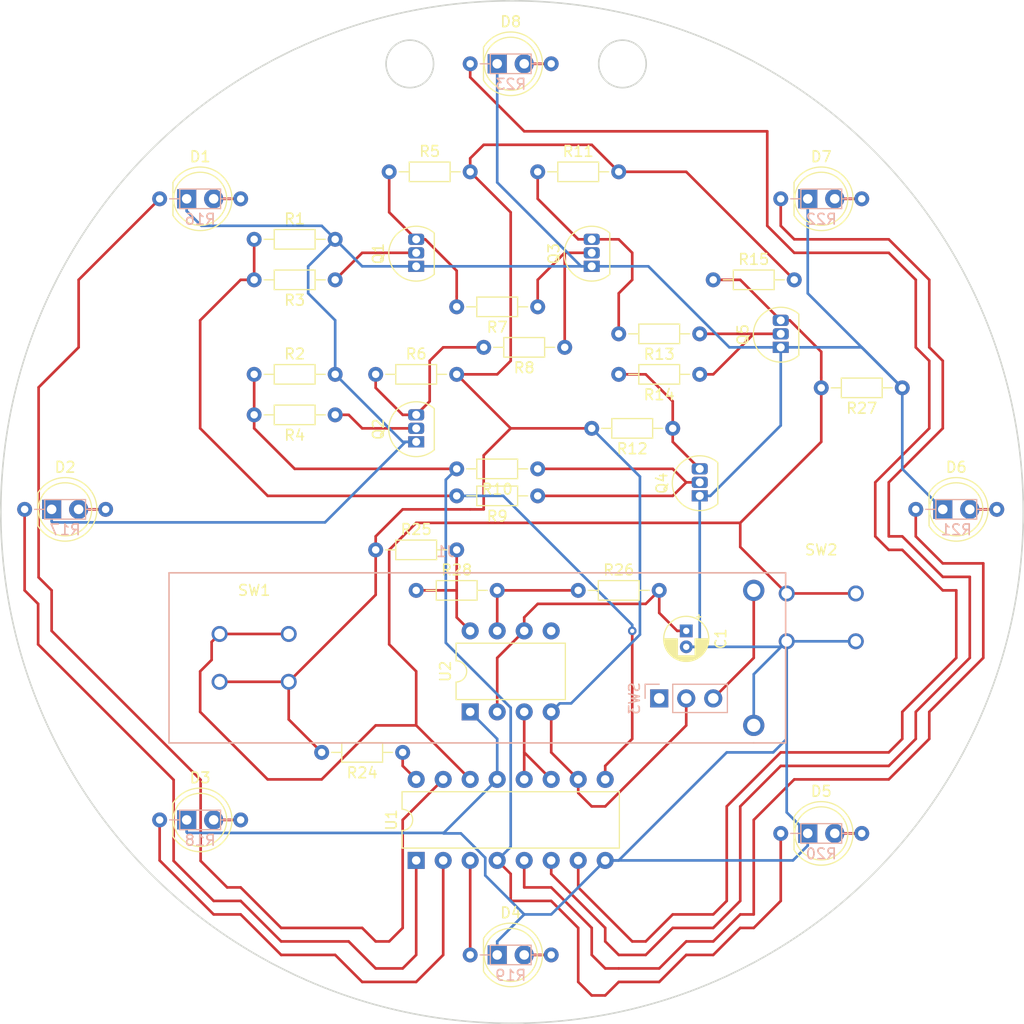
<source format=kicad_pcb>
(kicad_pcb (version 20171130) (host pcbnew "(5.0.0-3-g5ebb6b6)")

  (general
    (thickness 1.6)
    (drawings 3)
    (tracks 357)
    (zones 0)
    (modules 48)
    (nets 38)
  )

  (page A4)
  (layers
    (0 F.Cu signal)
    (31 B.Cu signal)
    (32 B.Adhes user)
    (33 F.Adhes user)
    (34 B.Paste user)
    (35 F.Paste user)
    (36 B.SilkS user)
    (37 F.SilkS user)
    (38 B.Mask user)
    (39 F.Mask user)
    (40 Dwgs.User user)
    (41 Cmts.User user)
    (42 Eco1.User user)
    (43 Eco2.User user)
    (44 Edge.Cuts user)
    (45 Margin user)
    (46 B.CrtYd user)
    (47 F.CrtYd user)
    (48 B.Fab user)
    (49 F.Fab user)
  )

  (setup
    (last_trace_width 0.25)
    (trace_clearance 0.2)
    (zone_clearance 0.508)
    (zone_45_only no)
    (trace_min 0.2)
    (segment_width 0.2)
    (edge_width 0.15)
    (via_size 0.8)
    (via_drill 0.4)
    (via_min_size 0.4)
    (via_min_drill 0.3)
    (uvia_size 0.3)
    (uvia_drill 0.1)
    (uvias_allowed no)
    (uvia_min_size 0.2)
    (uvia_min_drill 0.1)
    (pcb_text_width 0.3)
    (pcb_text_size 1.5 1.5)
    (mod_edge_width 0.15)
    (mod_text_size 1 1)
    (mod_text_width 0.15)
    (pad_size 1.524 1.524)
    (pad_drill 0.762)
    (pad_to_mask_clearance 0.2)
    (aux_axis_origin 0 0)
    (visible_elements FFFFFF7F)
    (pcbplotparams
      (layerselection 0x010fc_ffffffff)
      (usegerberextensions false)
      (usegerberattributes false)
      (usegerberadvancedattributes false)
      (creategerberjobfile false)
      (excludeedgelayer true)
      (linewidth 0.100000)
      (plotframeref false)
      (viasonmask false)
      (mode 1)
      (useauxorigin false)
      (hpglpennumber 1)
      (hpglpenspeed 20)
      (hpglpendiameter 15.000000)
      (psnegative false)
      (psa4output false)
      (plotreference true)
      (plotvalue true)
      (plotinvisibletext false)
      (padsonsilk false)
      (subtractmaskfromsilk false)
      (outputformat 1)
      (mirror false)
      (drillshape 1)
      (scaleselection 1)
      (outputdirectory ""))
  )

  (net 0 "")
  (net 1 "Net-(C1-Pad1)")
  (net 2 GND)
  (net 3 "Net-(D1-Pad2)")
  (net 4 "Net-(D2-Pad2)")
  (net 5 "Net-(D3-Pad2)")
  (net 6 "Net-(D4-Pad2)")
  (net 7 "Net-(D5-Pad2)")
  (net 8 "Net-(D6-Pad2)")
  (net 9 "Net-(D7-Pad2)")
  (net 10 "Net-(D8-Pad2)")
  (net 11 VCC)
  (net 12 "Net-(Q1-Pad2)")
  (net 13 "Net-(Q2-Pad2)")
  (net 14 "Net-(Q3-Pad2)")
  (net 15 "Net-(Q4-Pad2)")
  (net 16 /PULL_HIGH)
  (net 17 /XOR_IN_A)
  (net 18 /LED_E)
  (net 19 /LED_A)
  (net 20 /LED_B)
  (net 21 /LED_C)
  (net 22 /LED_D)
  (net 23 /LED_F)
  (net 24 /LED_G)
  (net 25 /LED_H)
  (net 26 "Net-(R24-Pad1)")
  (net 27 "Net-(R25-Pad2)")
  (net 28 "Net-(R26-Pad1)")
  (net 29 /555_OUT)
  (net 30 "Net-(U2-Pad5)")
  (net 31 "Net-(Q5-Pad2)")
  (net 32 "Net-(Q1-Pad3)")
  (net 33 "Net-(Q2-Pad3)")
  (net 34 "Net-(Q3-Pad3)")
  (net 35 "Net-(Q4-Pad3)")
  (net 36 "Net-(J1-Pad1)")
  (net 37 "Net-(SW3-Pad1)")

  (net_class Default "This is the default net class."
    (clearance 0.2)
    (trace_width 0.25)
    (via_dia 0.8)
    (via_drill 0.4)
    (uvia_dia 0.3)
    (uvia_drill 0.1)
    (add_net /555_OUT)
    (add_net /LED_A)
    (add_net /LED_B)
    (add_net /LED_C)
    (add_net /LED_D)
    (add_net /LED_E)
    (add_net /LED_F)
    (add_net /LED_G)
    (add_net /LED_H)
    (add_net /PULL_HIGH)
    (add_net /XOR_IN_A)
    (add_net GND)
    (add_net "Net-(C1-Pad1)")
    (add_net "Net-(D1-Pad2)")
    (add_net "Net-(D2-Pad2)")
    (add_net "Net-(D3-Pad2)")
    (add_net "Net-(D4-Pad2)")
    (add_net "Net-(D5-Pad2)")
    (add_net "Net-(D6-Pad2)")
    (add_net "Net-(D7-Pad2)")
    (add_net "Net-(D8-Pad2)")
    (add_net "Net-(J1-Pad1)")
    (add_net "Net-(Q1-Pad2)")
    (add_net "Net-(Q1-Pad3)")
    (add_net "Net-(Q2-Pad2)")
    (add_net "Net-(Q2-Pad3)")
    (add_net "Net-(Q3-Pad2)")
    (add_net "Net-(Q3-Pad3)")
    (add_net "Net-(Q4-Pad2)")
    (add_net "Net-(Q4-Pad3)")
    (add_net "Net-(Q5-Pad2)")
    (add_net "Net-(R24-Pad1)")
    (add_net "Net-(R25-Pad2)")
    (add_net "Net-(R26-Pad1)")
    (add_net "Net-(SW3-Pad1)")
    (add_net "Net-(U2-Pad5)")
    (add_net VCC)
  )

  (net_class thick ""
    (clearance 0.5)
    (trace_width 0.5)
    (via_dia 0.8)
    (via_drill 0.4)
    (uvia_dia 0.3)
    (uvia_drill 0.1)
  )

  (module christmas_board_footprint_lib:battery_holder_2468 (layer B.Cu) (tedit 5BAAE91F) (tstamp 5BB095DD)
    (at 133.35 102.87)
    (path /5BADD2F0)
    (fp_text reference J1 (at -29 -10) (layer B.SilkS)
      (effects (font (size 1 1) (thickness 0.15)) (justify mirror))
    )
    (fp_text value Conn_01x02_Female (at -29 10) (layer B.Fab)
      (effects (font (size 1 1) (thickness 0.15)) (justify mirror))
    )
    (fp_line (start 3 -8) (end 0 -8) (layer B.SilkS) (width 0.15))
    (fp_line (start 3 8) (end 3 -8) (layer B.SilkS) (width 0.15))
    (fp_line (start 0 8) (end 3 8) (layer B.SilkS) (width 0.15))
    (fp_line (start -55 -8) (end 0 -8) (layer B.SilkS) (width 0.15))
    (fp_line (start -55 8) (end -55 -8) (layer B.SilkS) (width 0.15))
    (fp_line (start 0 8) (end -55 8) (layer B.SilkS) (width 0.15))
    (pad 1 thru_hole circle (at 0 -6.35) (size 2 2) (drill 1.25) (layers *.Cu *.Mask)
      (net 36 "Net-(J1-Pad1)"))
    (pad 2 thru_hole circle (at 0 6.35) (size 2 2) (drill 1.25) (layers *.Cu *.Mask)
      (net 2 GND))
  )

  (module christmas_board_footprint_lib:Tactile_Shallow_SW (layer F.Cu) (tedit 5BAABC2A) (tstamp 5BB11C35)
    (at 139.7 99.06 180)
    (path /5BAA54A1)
    (fp_text reference SW2 (at 0 6.35 180) (layer F.SilkS)
      (effects (font (size 1 1) (thickness 0.15)))
    )
    (fp_text value SW_Push (at 0 -7.62 180) (layer F.Fab)
      (effects (font (size 1 1) (thickness 0.15)))
    )
    (pad 2 thru_hole circle (at -3.25 2.25 180) (size 1.5 1.5) (drill 1) (layers *.Cu *.Mask)
      (net 16 /PULL_HIGH))
    (pad 2 thru_hole circle (at 3.25 2.25 180) (size 1.5 1.5) (drill 1) (layers *.Cu *.Mask)
      (net 16 /PULL_HIGH))
    (pad 1 thru_hole circle (at 3.25 -2.25 180) (size 1.5 1.5) (drill 1) (layers *.Cu *.Mask)
      (net 2 GND))
    (pad 1 thru_hole circle (at -3.25 -2.25 180) (size 1.5 1.5) (drill 1) (layers *.Cu *.Mask)
      (net 2 GND))
  )

  (module christmas_board_footprint_lib:Tactile_Shallow_SW (layer F.Cu) (tedit 5BAABC2A) (tstamp 5BB096F6)
    (at 86.36 102.87 180)
    (path /5BAAE2C6)
    (fp_text reference SW1 (at 0 6.35 180) (layer F.SilkS)
      (effects (font (size 1 1) (thickness 0.15)))
    )
    (fp_text value SW_Push (at 0 -7.62 180) (layer F.Fab)
      (effects (font (size 1 1) (thickness 0.15)))
    )
    (pad 2 thru_hole circle (at -3.25 2.25 180) (size 1.5 1.5) (drill 1) (layers *.Cu *.Mask)
      (net 16 /PULL_HIGH))
    (pad 2 thru_hole circle (at 3.25 2.25 180) (size 1.5 1.5) (drill 1) (layers *.Cu *.Mask)
      (net 16 /PULL_HIGH))
    (pad 1 thru_hole circle (at 3.25 -2.25 180) (size 1.5 1.5) (drill 1) (layers *.Cu *.Mask)
      (net 11 VCC))
    (pad 1 thru_hole circle (at -3.25 -2.25 180) (size 1.5 1.5) (drill 1) (layers *.Cu *.Mask)
      (net 11 VCC))
  )

  (module Capacitor_THT:CP_Radial_D4.0mm_P1.50mm (layer F.Cu) (tedit 5AE50EF0) (tstamp 5BB09B09)
    (at 127 100.33 270)
    (descr "CP, Radial series, Radial, pin pitch=1.50mm, , diameter=4mm, Electrolytic Capacitor")
    (tags "CP Radial series Radial pin pitch 1.50mm  diameter 4mm Electrolytic Capacitor")
    (path /5BAFA6E2)
    (fp_text reference C1 (at 0.75 -3.25 270) (layer F.SilkS)
      (effects (font (size 1 1) (thickness 0.15)))
    )
    (fp_text value 22uF (at 0.75 3.25 270) (layer F.Fab)
      (effects (font (size 1 1) (thickness 0.15)))
    )
    (fp_circle (center 0.75 0) (end 2.75 0) (layer F.Fab) (width 0.1))
    (fp_circle (center 0.75 0) (end 2.87 0) (layer F.SilkS) (width 0.12))
    (fp_circle (center 0.75 0) (end 3 0) (layer F.CrtYd) (width 0.05))
    (fp_line (start -0.952554 -0.8675) (end -0.552554 -0.8675) (layer F.Fab) (width 0.1))
    (fp_line (start -0.752554 -1.0675) (end -0.752554 -0.6675) (layer F.Fab) (width 0.1))
    (fp_line (start 0.75 0.84) (end 0.75 2.08) (layer F.SilkS) (width 0.12))
    (fp_line (start 0.75 -2.08) (end 0.75 -0.84) (layer F.SilkS) (width 0.12))
    (fp_line (start 0.79 0.84) (end 0.79 2.08) (layer F.SilkS) (width 0.12))
    (fp_line (start 0.79 -2.08) (end 0.79 -0.84) (layer F.SilkS) (width 0.12))
    (fp_line (start 0.83 0.84) (end 0.83 2.079) (layer F.SilkS) (width 0.12))
    (fp_line (start 0.83 -2.079) (end 0.83 -0.84) (layer F.SilkS) (width 0.12))
    (fp_line (start 0.87 -2.077) (end 0.87 -0.84) (layer F.SilkS) (width 0.12))
    (fp_line (start 0.87 0.84) (end 0.87 2.077) (layer F.SilkS) (width 0.12))
    (fp_line (start 0.91 -2.074) (end 0.91 -0.84) (layer F.SilkS) (width 0.12))
    (fp_line (start 0.91 0.84) (end 0.91 2.074) (layer F.SilkS) (width 0.12))
    (fp_line (start 0.95 -2.071) (end 0.95 -0.84) (layer F.SilkS) (width 0.12))
    (fp_line (start 0.95 0.84) (end 0.95 2.071) (layer F.SilkS) (width 0.12))
    (fp_line (start 0.99 -2.067) (end 0.99 -0.84) (layer F.SilkS) (width 0.12))
    (fp_line (start 0.99 0.84) (end 0.99 2.067) (layer F.SilkS) (width 0.12))
    (fp_line (start 1.03 -2.062) (end 1.03 -0.84) (layer F.SilkS) (width 0.12))
    (fp_line (start 1.03 0.84) (end 1.03 2.062) (layer F.SilkS) (width 0.12))
    (fp_line (start 1.07 -2.056) (end 1.07 -0.84) (layer F.SilkS) (width 0.12))
    (fp_line (start 1.07 0.84) (end 1.07 2.056) (layer F.SilkS) (width 0.12))
    (fp_line (start 1.11 -2.05) (end 1.11 -0.84) (layer F.SilkS) (width 0.12))
    (fp_line (start 1.11 0.84) (end 1.11 2.05) (layer F.SilkS) (width 0.12))
    (fp_line (start 1.15 -2.042) (end 1.15 -0.84) (layer F.SilkS) (width 0.12))
    (fp_line (start 1.15 0.84) (end 1.15 2.042) (layer F.SilkS) (width 0.12))
    (fp_line (start 1.19 -2.034) (end 1.19 -0.84) (layer F.SilkS) (width 0.12))
    (fp_line (start 1.19 0.84) (end 1.19 2.034) (layer F.SilkS) (width 0.12))
    (fp_line (start 1.23 -2.025) (end 1.23 -0.84) (layer F.SilkS) (width 0.12))
    (fp_line (start 1.23 0.84) (end 1.23 2.025) (layer F.SilkS) (width 0.12))
    (fp_line (start 1.27 -2.016) (end 1.27 -0.84) (layer F.SilkS) (width 0.12))
    (fp_line (start 1.27 0.84) (end 1.27 2.016) (layer F.SilkS) (width 0.12))
    (fp_line (start 1.31 -2.005) (end 1.31 -0.84) (layer F.SilkS) (width 0.12))
    (fp_line (start 1.31 0.84) (end 1.31 2.005) (layer F.SilkS) (width 0.12))
    (fp_line (start 1.35 -1.994) (end 1.35 -0.84) (layer F.SilkS) (width 0.12))
    (fp_line (start 1.35 0.84) (end 1.35 1.994) (layer F.SilkS) (width 0.12))
    (fp_line (start 1.39 -1.982) (end 1.39 -0.84) (layer F.SilkS) (width 0.12))
    (fp_line (start 1.39 0.84) (end 1.39 1.982) (layer F.SilkS) (width 0.12))
    (fp_line (start 1.43 -1.968) (end 1.43 -0.84) (layer F.SilkS) (width 0.12))
    (fp_line (start 1.43 0.84) (end 1.43 1.968) (layer F.SilkS) (width 0.12))
    (fp_line (start 1.471 -1.954) (end 1.471 -0.84) (layer F.SilkS) (width 0.12))
    (fp_line (start 1.471 0.84) (end 1.471 1.954) (layer F.SilkS) (width 0.12))
    (fp_line (start 1.511 -1.94) (end 1.511 -0.84) (layer F.SilkS) (width 0.12))
    (fp_line (start 1.511 0.84) (end 1.511 1.94) (layer F.SilkS) (width 0.12))
    (fp_line (start 1.551 -1.924) (end 1.551 -0.84) (layer F.SilkS) (width 0.12))
    (fp_line (start 1.551 0.84) (end 1.551 1.924) (layer F.SilkS) (width 0.12))
    (fp_line (start 1.591 -1.907) (end 1.591 -0.84) (layer F.SilkS) (width 0.12))
    (fp_line (start 1.591 0.84) (end 1.591 1.907) (layer F.SilkS) (width 0.12))
    (fp_line (start 1.631 -1.889) (end 1.631 -0.84) (layer F.SilkS) (width 0.12))
    (fp_line (start 1.631 0.84) (end 1.631 1.889) (layer F.SilkS) (width 0.12))
    (fp_line (start 1.671 -1.87) (end 1.671 -0.84) (layer F.SilkS) (width 0.12))
    (fp_line (start 1.671 0.84) (end 1.671 1.87) (layer F.SilkS) (width 0.12))
    (fp_line (start 1.711 -1.851) (end 1.711 -0.84) (layer F.SilkS) (width 0.12))
    (fp_line (start 1.711 0.84) (end 1.711 1.851) (layer F.SilkS) (width 0.12))
    (fp_line (start 1.751 -1.83) (end 1.751 -0.84) (layer F.SilkS) (width 0.12))
    (fp_line (start 1.751 0.84) (end 1.751 1.83) (layer F.SilkS) (width 0.12))
    (fp_line (start 1.791 -1.808) (end 1.791 -0.84) (layer F.SilkS) (width 0.12))
    (fp_line (start 1.791 0.84) (end 1.791 1.808) (layer F.SilkS) (width 0.12))
    (fp_line (start 1.831 -1.785) (end 1.831 -0.84) (layer F.SilkS) (width 0.12))
    (fp_line (start 1.831 0.84) (end 1.831 1.785) (layer F.SilkS) (width 0.12))
    (fp_line (start 1.871 -1.76) (end 1.871 -0.84) (layer F.SilkS) (width 0.12))
    (fp_line (start 1.871 0.84) (end 1.871 1.76) (layer F.SilkS) (width 0.12))
    (fp_line (start 1.911 -1.735) (end 1.911 -0.84) (layer F.SilkS) (width 0.12))
    (fp_line (start 1.911 0.84) (end 1.911 1.735) (layer F.SilkS) (width 0.12))
    (fp_line (start 1.951 -1.708) (end 1.951 -0.84) (layer F.SilkS) (width 0.12))
    (fp_line (start 1.951 0.84) (end 1.951 1.708) (layer F.SilkS) (width 0.12))
    (fp_line (start 1.991 -1.68) (end 1.991 -0.84) (layer F.SilkS) (width 0.12))
    (fp_line (start 1.991 0.84) (end 1.991 1.68) (layer F.SilkS) (width 0.12))
    (fp_line (start 2.031 -1.65) (end 2.031 -0.84) (layer F.SilkS) (width 0.12))
    (fp_line (start 2.031 0.84) (end 2.031 1.65) (layer F.SilkS) (width 0.12))
    (fp_line (start 2.071 -1.619) (end 2.071 -0.84) (layer F.SilkS) (width 0.12))
    (fp_line (start 2.071 0.84) (end 2.071 1.619) (layer F.SilkS) (width 0.12))
    (fp_line (start 2.111 -1.587) (end 2.111 -0.84) (layer F.SilkS) (width 0.12))
    (fp_line (start 2.111 0.84) (end 2.111 1.587) (layer F.SilkS) (width 0.12))
    (fp_line (start 2.151 -1.552) (end 2.151 -0.84) (layer F.SilkS) (width 0.12))
    (fp_line (start 2.151 0.84) (end 2.151 1.552) (layer F.SilkS) (width 0.12))
    (fp_line (start 2.191 -1.516) (end 2.191 -0.84) (layer F.SilkS) (width 0.12))
    (fp_line (start 2.191 0.84) (end 2.191 1.516) (layer F.SilkS) (width 0.12))
    (fp_line (start 2.231 -1.478) (end 2.231 -0.84) (layer F.SilkS) (width 0.12))
    (fp_line (start 2.231 0.84) (end 2.231 1.478) (layer F.SilkS) (width 0.12))
    (fp_line (start 2.271 -1.438) (end 2.271 -0.84) (layer F.SilkS) (width 0.12))
    (fp_line (start 2.271 0.84) (end 2.271 1.438) (layer F.SilkS) (width 0.12))
    (fp_line (start 2.311 -1.396) (end 2.311 -0.84) (layer F.SilkS) (width 0.12))
    (fp_line (start 2.311 0.84) (end 2.311 1.396) (layer F.SilkS) (width 0.12))
    (fp_line (start 2.351 -1.351) (end 2.351 1.351) (layer F.SilkS) (width 0.12))
    (fp_line (start 2.391 -1.304) (end 2.391 1.304) (layer F.SilkS) (width 0.12))
    (fp_line (start 2.431 -1.254) (end 2.431 1.254) (layer F.SilkS) (width 0.12))
    (fp_line (start 2.471 -1.2) (end 2.471 1.2) (layer F.SilkS) (width 0.12))
    (fp_line (start 2.511 -1.142) (end 2.511 1.142) (layer F.SilkS) (width 0.12))
    (fp_line (start 2.551 -1.08) (end 2.551 1.08) (layer F.SilkS) (width 0.12))
    (fp_line (start 2.591 -1.013) (end 2.591 1.013) (layer F.SilkS) (width 0.12))
    (fp_line (start 2.631 -0.94) (end 2.631 0.94) (layer F.SilkS) (width 0.12))
    (fp_line (start 2.671 -0.859) (end 2.671 0.859) (layer F.SilkS) (width 0.12))
    (fp_line (start 2.711 -0.768) (end 2.711 0.768) (layer F.SilkS) (width 0.12))
    (fp_line (start 2.751 -0.664) (end 2.751 0.664) (layer F.SilkS) (width 0.12))
    (fp_line (start 2.791 -0.537) (end 2.791 0.537) (layer F.SilkS) (width 0.12))
    (fp_line (start 2.831 -0.37) (end 2.831 0.37) (layer F.SilkS) (width 0.12))
    (fp_line (start -1.519801 -1.195) (end -1.119801 -1.195) (layer F.SilkS) (width 0.12))
    (fp_line (start -1.319801 -1.395) (end -1.319801 -0.995) (layer F.SilkS) (width 0.12))
    (fp_text user %R (at 0.75 0 270) (layer F.Fab)
      (effects (font (size 0.8 0.8) (thickness 0.12)))
    )
    (pad 1 thru_hole rect (at 0 0 270) (size 1.2 1.2) (drill 0.6) (layers *.Cu *.Mask)
      (net 1 "Net-(C1-Pad1)"))
    (pad 2 thru_hole circle (at 1.5 0 270) (size 1.2 1.2) (drill 0.6) (layers *.Cu *.Mask)
      (net 2 GND))
    (model ${KISYS3DMOD}/Capacitor_THT.3dshapes/CP_Radial_D4.0mm_P1.50mm.wrl
      (at (xyz 0 0 0))
      (scale (xyz 1 1 1))
      (rotate (xyz 0 0 0))
    )
  )

  (module LED_THT:LED_D5.0mm (layer F.Cu) (tedit 5995936A) (tstamp 5BB09C72)
    (at 80.01 59.69)
    (descr "LED, diameter 5.0mm, 2 pins, http://cdn-reichelt.de/documents/datenblatt/A500/LL-504BC2E-009.pdf")
    (tags "LED diameter 5.0mm 2 pins")
    (path /5BAB44C8)
    (fp_text reference D1 (at 1.27 -3.96) (layer F.SilkS)
      (effects (font (size 1 1) (thickness 0.15)))
    )
    (fp_text value LED (at 1.27 3.96) (layer F.Fab)
      (effects (font (size 1 1) (thickness 0.15)))
    )
    (fp_text user %R (at 1.25 0) (layer F.Fab)
      (effects (font (size 0.8 0.8) (thickness 0.2)))
    )
    (fp_line (start 4.5 -3.25) (end -1.95 -3.25) (layer F.CrtYd) (width 0.05))
    (fp_line (start 4.5 3.25) (end 4.5 -3.25) (layer F.CrtYd) (width 0.05))
    (fp_line (start -1.95 3.25) (end 4.5 3.25) (layer F.CrtYd) (width 0.05))
    (fp_line (start -1.95 -3.25) (end -1.95 3.25) (layer F.CrtYd) (width 0.05))
    (fp_line (start -1.29 -1.545) (end -1.29 1.545) (layer F.SilkS) (width 0.12))
    (fp_line (start -1.23 -1.469694) (end -1.23 1.469694) (layer F.Fab) (width 0.1))
    (fp_circle (center 1.27 0) (end 3.77 0) (layer F.SilkS) (width 0.12))
    (fp_circle (center 1.27 0) (end 3.77 0) (layer F.Fab) (width 0.1))
    (fp_arc (start 1.27 0) (end -1.29 1.54483) (angle -148.9) (layer F.SilkS) (width 0.12))
    (fp_arc (start 1.27 0) (end -1.29 -1.54483) (angle 148.9) (layer F.SilkS) (width 0.12))
    (fp_arc (start 1.27 0) (end -1.23 -1.469694) (angle 299.1) (layer F.Fab) (width 0.1))
    (pad 2 thru_hole circle (at 2.54 0) (size 1.8 1.8) (drill 0.9) (layers *.Cu *.Mask)
      (net 3 "Net-(D1-Pad2)"))
    (pad 1 thru_hole rect (at 0 0) (size 1.8 1.8) (drill 0.9) (layers *.Cu *.Mask)
      (net 2 GND))
    (model ${KISYS3DMOD}/LED_THT.3dshapes/LED_D5.0mm.wrl
      (at (xyz 0 0 0))
      (scale (xyz 1 1 1))
      (rotate (xyz 0 0 0))
    )
  )

  (module LED_THT:LED_D5.0mm (layer F.Cu) (tedit 5995936A) (tstamp 5BB0921F)
    (at 67.31 88.9)
    (descr "LED, diameter 5.0mm, 2 pins, http://cdn-reichelt.de/documents/datenblatt/A500/LL-504BC2E-009.pdf")
    (tags "LED diameter 5.0mm 2 pins")
    (path /5BABE0DF)
    (fp_text reference D2 (at 1.27 -3.96) (layer F.SilkS)
      (effects (font (size 1 1) (thickness 0.15)))
    )
    (fp_text value LED (at 1.27 3.96) (layer F.Fab)
      (effects (font (size 1 1) (thickness 0.15)))
    )
    (fp_arc (start 1.27 0) (end -1.23 -1.469694) (angle 299.1) (layer F.Fab) (width 0.1))
    (fp_arc (start 1.27 0) (end -1.29 -1.54483) (angle 148.9) (layer F.SilkS) (width 0.12))
    (fp_arc (start 1.27 0) (end -1.29 1.54483) (angle -148.9) (layer F.SilkS) (width 0.12))
    (fp_circle (center 1.27 0) (end 3.77 0) (layer F.Fab) (width 0.1))
    (fp_circle (center 1.27 0) (end 3.77 0) (layer F.SilkS) (width 0.12))
    (fp_line (start -1.23 -1.469694) (end -1.23 1.469694) (layer F.Fab) (width 0.1))
    (fp_line (start -1.29 -1.545) (end -1.29 1.545) (layer F.SilkS) (width 0.12))
    (fp_line (start -1.95 -3.25) (end -1.95 3.25) (layer F.CrtYd) (width 0.05))
    (fp_line (start -1.95 3.25) (end 4.5 3.25) (layer F.CrtYd) (width 0.05))
    (fp_line (start 4.5 3.25) (end 4.5 -3.25) (layer F.CrtYd) (width 0.05))
    (fp_line (start 4.5 -3.25) (end -1.95 -3.25) (layer F.CrtYd) (width 0.05))
    (fp_text user %R (at 1.25 0) (layer F.Fab)
      (effects (font (size 0.8 0.8) (thickness 0.2)))
    )
    (pad 1 thru_hole rect (at 0 0) (size 1.8 1.8) (drill 0.9) (layers *.Cu *.Mask)
      (net 2 GND))
    (pad 2 thru_hole circle (at 2.54 0) (size 1.8 1.8) (drill 0.9) (layers *.Cu *.Mask)
      (net 4 "Net-(D2-Pad2)"))
    (model ${KISYS3DMOD}/LED_THT.3dshapes/LED_D5.0mm.wrl
      (at (xyz 0 0 0))
      (scale (xyz 1 1 1))
      (rotate (xyz 0 0 0))
    )
  )

  (module LED_THT:LED_D5.0mm (layer F.Cu) (tedit 5995936A) (tstamp 5BB091EC)
    (at 80.01 118.11)
    (descr "LED, diameter 5.0mm, 2 pins, http://cdn-reichelt.de/documents/datenblatt/A500/LL-504BC2E-009.pdf")
    (tags "LED diameter 5.0mm 2 pins")
    (path /5BAC191B)
    (fp_text reference D3 (at 1.27 -3.96) (layer F.SilkS)
      (effects (font (size 1 1) (thickness 0.15)))
    )
    (fp_text value LED (at 1.27 3.96) (layer F.Fab)
      (effects (font (size 1 1) (thickness 0.15)))
    )
    (fp_text user %R (at 1.25 0) (layer F.Fab)
      (effects (font (size 0.8 0.8) (thickness 0.2)))
    )
    (fp_line (start 4.5 -3.25) (end -1.95 -3.25) (layer F.CrtYd) (width 0.05))
    (fp_line (start 4.5 3.25) (end 4.5 -3.25) (layer F.CrtYd) (width 0.05))
    (fp_line (start -1.95 3.25) (end 4.5 3.25) (layer F.CrtYd) (width 0.05))
    (fp_line (start -1.95 -3.25) (end -1.95 3.25) (layer F.CrtYd) (width 0.05))
    (fp_line (start -1.29 -1.545) (end -1.29 1.545) (layer F.SilkS) (width 0.12))
    (fp_line (start -1.23 -1.469694) (end -1.23 1.469694) (layer F.Fab) (width 0.1))
    (fp_circle (center 1.27 0) (end 3.77 0) (layer F.SilkS) (width 0.12))
    (fp_circle (center 1.27 0) (end 3.77 0) (layer F.Fab) (width 0.1))
    (fp_arc (start 1.27 0) (end -1.29 1.54483) (angle -148.9) (layer F.SilkS) (width 0.12))
    (fp_arc (start 1.27 0) (end -1.29 -1.54483) (angle 148.9) (layer F.SilkS) (width 0.12))
    (fp_arc (start 1.27 0) (end -1.23 -1.469694) (angle 299.1) (layer F.Fab) (width 0.1))
    (pad 2 thru_hole circle (at 2.54 0) (size 1.8 1.8) (drill 0.9) (layers *.Cu *.Mask)
      (net 5 "Net-(D3-Pad2)"))
    (pad 1 thru_hole rect (at 0 0) (size 1.8 1.8) (drill 0.9) (layers *.Cu *.Mask)
      (net 2 GND))
    (model ${KISYS3DMOD}/LED_THT.3dshapes/LED_D5.0mm.wrl
      (at (xyz 0 0 0))
      (scale (xyz 1 1 1))
      (rotate (xyz 0 0 0))
    )
  )

  (module LED_THT:LED_D5.0mm (layer F.Cu) (tedit 5995936A) (tstamp 5BB0995D)
    (at 109.22 130.81)
    (descr "LED, diameter 5.0mm, 2 pins, http://cdn-reichelt.de/documents/datenblatt/A500/LL-504BC2E-009.pdf")
    (tags "LED diameter 5.0mm 2 pins")
    (path /5BAC55C1)
    (fp_text reference D4 (at 1.27 -3.96) (layer F.SilkS)
      (effects (font (size 1 1) (thickness 0.15)))
    )
    (fp_text value LED (at 1.27 3.96) (layer F.Fab)
      (effects (font (size 1 1) (thickness 0.15)))
    )
    (fp_arc (start 1.27 0) (end -1.23 -1.469694) (angle 299.1) (layer F.Fab) (width 0.1))
    (fp_arc (start 1.27 0) (end -1.29 -1.54483) (angle 148.9) (layer F.SilkS) (width 0.12))
    (fp_arc (start 1.27 0) (end -1.29 1.54483) (angle -148.9) (layer F.SilkS) (width 0.12))
    (fp_circle (center 1.27 0) (end 3.77 0) (layer F.Fab) (width 0.1))
    (fp_circle (center 1.27 0) (end 3.77 0) (layer F.SilkS) (width 0.12))
    (fp_line (start -1.23 -1.469694) (end -1.23 1.469694) (layer F.Fab) (width 0.1))
    (fp_line (start -1.29 -1.545) (end -1.29 1.545) (layer F.SilkS) (width 0.12))
    (fp_line (start -1.95 -3.25) (end -1.95 3.25) (layer F.CrtYd) (width 0.05))
    (fp_line (start -1.95 3.25) (end 4.5 3.25) (layer F.CrtYd) (width 0.05))
    (fp_line (start 4.5 3.25) (end 4.5 -3.25) (layer F.CrtYd) (width 0.05))
    (fp_line (start 4.5 -3.25) (end -1.95 -3.25) (layer F.CrtYd) (width 0.05))
    (fp_text user %R (at 1.25 0) (layer F.Fab)
      (effects (font (size 0.8 0.8) (thickness 0.2)))
    )
    (pad 1 thru_hole rect (at 0 0) (size 1.8 1.8) (drill 0.9) (layers *.Cu *.Mask)
      (net 2 GND))
    (pad 2 thru_hole circle (at 2.54 0) (size 1.8 1.8) (drill 0.9) (layers *.Cu *.Mask)
      (net 6 "Net-(D4-Pad2)"))
    (model ${KISYS3DMOD}/LED_THT.3dshapes/LED_D5.0mm.wrl
      (at (xyz 0 0 0))
      (scale (xyz 1 1 1))
      (rotate (xyz 0 0 0))
    )
  )

  (module LED_THT:LED_D5.0mm (layer F.Cu) (tedit 5995936A) (tstamp 5BB09A3B)
    (at 138.43 119.38)
    (descr "LED, diameter 5.0mm, 2 pins, http://cdn-reichelt.de/documents/datenblatt/A500/LL-504BC2E-009.pdf")
    (tags "LED diameter 5.0mm 2 pins")
    (path /5BAC96E7)
    (fp_text reference D5 (at 1.27 -3.96) (layer F.SilkS)
      (effects (font (size 1 1) (thickness 0.15)))
    )
    (fp_text value LED (at 1.27 3.96) (layer F.Fab)
      (effects (font (size 1 1) (thickness 0.15)))
    )
    (fp_arc (start 1.27 0) (end -1.23 -1.469694) (angle 299.1) (layer F.Fab) (width 0.1))
    (fp_arc (start 1.27 0) (end -1.29 -1.54483) (angle 148.9) (layer F.SilkS) (width 0.12))
    (fp_arc (start 1.27 0) (end -1.29 1.54483) (angle -148.9) (layer F.SilkS) (width 0.12))
    (fp_circle (center 1.27 0) (end 3.77 0) (layer F.Fab) (width 0.1))
    (fp_circle (center 1.27 0) (end 3.77 0) (layer F.SilkS) (width 0.12))
    (fp_line (start -1.23 -1.469694) (end -1.23 1.469694) (layer F.Fab) (width 0.1))
    (fp_line (start -1.29 -1.545) (end -1.29 1.545) (layer F.SilkS) (width 0.12))
    (fp_line (start -1.95 -3.25) (end -1.95 3.25) (layer F.CrtYd) (width 0.05))
    (fp_line (start -1.95 3.25) (end 4.5 3.25) (layer F.CrtYd) (width 0.05))
    (fp_line (start 4.5 3.25) (end 4.5 -3.25) (layer F.CrtYd) (width 0.05))
    (fp_line (start 4.5 -3.25) (end -1.95 -3.25) (layer F.CrtYd) (width 0.05))
    (fp_text user %R (at 1.25 0) (layer F.Fab)
      (effects (font (size 0.8 0.8) (thickness 0.2)))
    )
    (pad 1 thru_hole rect (at 0 0) (size 1.8 1.8) (drill 0.9) (layers *.Cu *.Mask)
      (net 2 GND))
    (pad 2 thru_hole circle (at 2.54 0) (size 1.8 1.8) (drill 0.9) (layers *.Cu *.Mask)
      (net 7 "Net-(D5-Pad2)"))
    (model ${KISYS3DMOD}/LED_THT.3dshapes/LED_D5.0mm.wrl
      (at (xyz 0 0 0))
      (scale (xyz 1 1 1))
      (rotate (xyz 0 0 0))
    )
  )

  (module LED_THT:LED_D5.0mm (layer F.Cu) (tedit 5995936A) (tstamp 5BB09A08)
    (at 151.13 88.9)
    (descr "LED, diameter 5.0mm, 2 pins, http://cdn-reichelt.de/documents/datenblatt/A500/LL-504BC2E-009.pdf")
    (tags "LED diameter 5.0mm 2 pins")
    (path /5BACDCBB)
    (fp_text reference D6 (at 1.27 -3.96) (layer F.SilkS)
      (effects (font (size 1 1) (thickness 0.15)))
    )
    (fp_text value LED (at 1.27 3.96) (layer F.Fab)
      (effects (font (size 1 1) (thickness 0.15)))
    )
    (fp_text user %R (at 1.25 0) (layer F.Fab)
      (effects (font (size 0.8 0.8) (thickness 0.2)))
    )
    (fp_line (start 4.5 -3.25) (end -1.95 -3.25) (layer F.CrtYd) (width 0.05))
    (fp_line (start 4.5 3.25) (end 4.5 -3.25) (layer F.CrtYd) (width 0.05))
    (fp_line (start -1.95 3.25) (end 4.5 3.25) (layer F.CrtYd) (width 0.05))
    (fp_line (start -1.95 -3.25) (end -1.95 3.25) (layer F.CrtYd) (width 0.05))
    (fp_line (start -1.29 -1.545) (end -1.29 1.545) (layer F.SilkS) (width 0.12))
    (fp_line (start -1.23 -1.469694) (end -1.23 1.469694) (layer F.Fab) (width 0.1))
    (fp_circle (center 1.27 0) (end 3.77 0) (layer F.SilkS) (width 0.12))
    (fp_circle (center 1.27 0) (end 3.77 0) (layer F.Fab) (width 0.1))
    (fp_arc (start 1.27 0) (end -1.29 1.54483) (angle -148.9) (layer F.SilkS) (width 0.12))
    (fp_arc (start 1.27 0) (end -1.29 -1.54483) (angle 148.9) (layer F.SilkS) (width 0.12))
    (fp_arc (start 1.27 0) (end -1.23 -1.469694) (angle 299.1) (layer F.Fab) (width 0.1))
    (pad 2 thru_hole circle (at 2.54 0) (size 1.8 1.8) (drill 0.9) (layers *.Cu *.Mask)
      (net 8 "Net-(D6-Pad2)"))
    (pad 1 thru_hole rect (at 0 0) (size 1.8 1.8) (drill 0.9) (layers *.Cu *.Mask)
      (net 2 GND))
    (model ${KISYS3DMOD}/LED_THT.3dshapes/LED_D5.0mm.wrl
      (at (xyz 0 0 0))
      (scale (xyz 1 1 1))
      (rotate (xyz 0 0 0))
    )
  )

  (module LED_THT:LED_D5.0mm (layer F.Cu) (tedit 5995936A) (tstamp 5BB09564)
    (at 138.43 59.69)
    (descr "LED, diameter 5.0mm, 2 pins, http://cdn-reichelt.de/documents/datenblatt/A500/LL-504BC2E-009.pdf")
    (tags "LED diameter 5.0mm 2 pins")
    (path /5BAD2733)
    (fp_text reference D7 (at 1.27 -3.96) (layer F.SilkS)
      (effects (font (size 1 1) (thickness 0.15)))
    )
    (fp_text value LED (at 1.27 3.96) (layer F.Fab)
      (effects (font (size 1 1) (thickness 0.15)))
    )
    (fp_arc (start 1.27 0) (end -1.23 -1.469694) (angle 299.1) (layer F.Fab) (width 0.1))
    (fp_arc (start 1.27 0) (end -1.29 -1.54483) (angle 148.9) (layer F.SilkS) (width 0.12))
    (fp_arc (start 1.27 0) (end -1.29 1.54483) (angle -148.9) (layer F.SilkS) (width 0.12))
    (fp_circle (center 1.27 0) (end 3.77 0) (layer F.Fab) (width 0.1))
    (fp_circle (center 1.27 0) (end 3.77 0) (layer F.SilkS) (width 0.12))
    (fp_line (start -1.23 -1.469694) (end -1.23 1.469694) (layer F.Fab) (width 0.1))
    (fp_line (start -1.29 -1.545) (end -1.29 1.545) (layer F.SilkS) (width 0.12))
    (fp_line (start -1.95 -3.25) (end -1.95 3.25) (layer F.CrtYd) (width 0.05))
    (fp_line (start -1.95 3.25) (end 4.5 3.25) (layer F.CrtYd) (width 0.05))
    (fp_line (start 4.5 3.25) (end 4.5 -3.25) (layer F.CrtYd) (width 0.05))
    (fp_line (start 4.5 -3.25) (end -1.95 -3.25) (layer F.CrtYd) (width 0.05))
    (fp_text user %R (at 1.25 0) (layer F.Fab)
      (effects (font (size 0.8 0.8) (thickness 0.2)))
    )
    (pad 1 thru_hole rect (at 0 0) (size 1.8 1.8) (drill 0.9) (layers *.Cu *.Mask)
      (net 2 GND))
    (pad 2 thru_hole circle (at 2.54 0) (size 1.8 1.8) (drill 0.9) (layers *.Cu *.Mask)
      (net 9 "Net-(D7-Pad2)"))
    (model ${KISYS3DMOD}/LED_THT.3dshapes/LED_D5.0mm.wrl
      (at (xyz 0 0 0))
      (scale (xyz 1 1 1))
      (rotate (xyz 0 0 0))
    )
  )

  (module LED_THT:LED_D5.0mm (layer F.Cu) (tedit 5995936A) (tstamp 5BB09990)
    (at 109.22 46.99)
    (descr "LED, diameter 5.0mm, 2 pins, http://cdn-reichelt.de/documents/datenblatt/A500/LL-504BC2E-009.pdf")
    (tags "LED diameter 5.0mm 2 pins")
    (path /5BAD7873)
    (fp_text reference D8 (at 1.27 -3.96) (layer F.SilkS)
      (effects (font (size 1 1) (thickness 0.15)))
    )
    (fp_text value LED (at 1.27 3.96) (layer F.Fab)
      (effects (font (size 1 1) (thickness 0.15)))
    )
    (fp_text user %R (at 1.25 0) (layer F.Fab)
      (effects (font (size 0.8 0.8) (thickness 0.2)))
    )
    (fp_line (start 4.5 -3.25) (end -1.95 -3.25) (layer F.CrtYd) (width 0.05))
    (fp_line (start 4.5 3.25) (end 4.5 -3.25) (layer F.CrtYd) (width 0.05))
    (fp_line (start -1.95 3.25) (end 4.5 3.25) (layer F.CrtYd) (width 0.05))
    (fp_line (start -1.95 -3.25) (end -1.95 3.25) (layer F.CrtYd) (width 0.05))
    (fp_line (start -1.29 -1.545) (end -1.29 1.545) (layer F.SilkS) (width 0.12))
    (fp_line (start -1.23 -1.469694) (end -1.23 1.469694) (layer F.Fab) (width 0.1))
    (fp_circle (center 1.27 0) (end 3.77 0) (layer F.SilkS) (width 0.12))
    (fp_circle (center 1.27 0) (end 3.77 0) (layer F.Fab) (width 0.1))
    (fp_arc (start 1.27 0) (end -1.29 1.54483) (angle -148.9) (layer F.SilkS) (width 0.12))
    (fp_arc (start 1.27 0) (end -1.29 -1.54483) (angle 148.9) (layer F.SilkS) (width 0.12))
    (fp_arc (start 1.27 0) (end -1.23 -1.469694) (angle 299.1) (layer F.Fab) (width 0.1))
    (pad 2 thru_hole circle (at 2.54 0) (size 1.8 1.8) (drill 0.9) (layers *.Cu *.Mask)
      (net 10 "Net-(D8-Pad2)"))
    (pad 1 thru_hole rect (at 0 0) (size 1.8 1.8) (drill 0.9) (layers *.Cu *.Mask)
      (net 2 GND))
    (model ${KISYS3DMOD}/LED_THT.3dshapes/LED_D5.0mm.wrl
      (at (xyz 0 0 0))
      (scale (xyz 1 1 1))
      (rotate (xyz 0 0 0))
    )
  )

  (module Package_TO_SOT_THT:TO-92L_Inline (layer F.Cu) (tedit 5A279A44) (tstamp 5BB0DE26)
    (at 101.6 66.04 90)
    (descr "TO-92L leads in-line (large body variant of TO-92), also known as TO-226, wide, drill 0.75mm (see https://www.diodes.com/assets/Package-Files/TO92L.pdf and http://www.ti.com/lit/an/snoa059/snoa059.pdf)")
    (tags "TO-92L Inline Wide transistor")
    (path /5BB15809)
    (fp_text reference Q1 (at 1.19 -3.56 90) (layer F.SilkS)
      (effects (font (size 1 1) (thickness 0.15)))
    )
    (fp_text value Q_NPN_EBC (at 1.19 2.79 90) (layer F.Fab)
      (effects (font (size 1 1) (thickness 0.15)))
    )
    (fp_text user %R (at 1.19 -3.56 90) (layer F.Fab)
      (effects (font (size 1 1) (thickness 0.15)))
    )
    (fp_line (start -0.75 1.7) (end 3.1 1.7) (layer F.SilkS) (width 0.12))
    (fp_line (start -0.7 1.6) (end 3.05 1.6) (layer F.Fab) (width 0.1))
    (fp_line (start -1.55 -2.75) (end 3.95 -2.75) (layer F.CrtYd) (width 0.05))
    (fp_line (start -1.55 -2.75) (end -1.55 1.85) (layer F.CrtYd) (width 0.05))
    (fp_line (start 3.95 1.85) (end 3.95 -2.75) (layer F.CrtYd) (width 0.05))
    (fp_line (start 3.95 1.85) (end -1.55 1.85) (layer F.CrtYd) (width 0.05))
    (fp_arc (start 1.19 0) (end -0.75 1.7) (angle 262.164354) (layer F.SilkS) (width 0.12))
    (fp_arc (start 1.19 0) (end 1.19 -2.48) (angle 129.9527847) (layer F.Fab) (width 0.1))
    (fp_arc (start 1.19 0) (end 1.19 -2.48) (angle -130.2499344) (layer F.Fab) (width 0.1))
    (pad 2 thru_hole roundrect (at 1.27 0 90) (size 1.05 1.5) (drill 0.75) (layers *.Cu *.Mask) (roundrect_rratio 0.25)
      (net 12 "Net-(Q1-Pad2)"))
    (pad 3 thru_hole roundrect (at 2.54 0 90) (size 1.05 1.5) (drill 0.75) (layers *.Cu *.Mask) (roundrect_rratio 0.25)
      (net 32 "Net-(Q1-Pad3)"))
    (pad 1 thru_hole rect (at 0 0 90) (size 1.05 1.5) (drill 0.75) (layers *.Cu *.Mask)
      (net 2 GND))
    (model ${KISYS3DMOD}/Package_TO_SOT_THT.3dshapes/TO-92L_Inline.wrl
      (at (xyz 0 0 0))
      (scale (xyz 1 1 1))
      (rotate (xyz 0 0 0))
    )
  )

  (module Package_TO_SOT_THT:TO-92L_Inline (layer F.Cu) (tedit 5A279A44) (tstamp 5BB09377)
    (at 101.6 82.55 90)
    (descr "TO-92L leads in-line (large body variant of TO-92), also known as TO-226, wide, drill 0.75mm (see https://www.diodes.com/assets/Package-Files/TO92L.pdf and http://www.ti.com/lit/an/snoa059/snoa059.pdf)")
    (tags "TO-92L Inline Wide transistor")
    (path /5BB15A44)
    (fp_text reference Q2 (at 1.19 -3.56 90) (layer F.SilkS)
      (effects (font (size 1 1) (thickness 0.15)))
    )
    (fp_text value Q_NPN_EBC (at 1.19 2.79 90) (layer F.Fab)
      (effects (font (size 1 1) (thickness 0.15)))
    )
    (fp_text user %R (at 1.19 -3.56 90) (layer F.Fab)
      (effects (font (size 1 1) (thickness 0.15)))
    )
    (fp_line (start -0.75 1.7) (end 3.1 1.7) (layer F.SilkS) (width 0.12))
    (fp_line (start -0.7 1.6) (end 3.05 1.6) (layer F.Fab) (width 0.1))
    (fp_line (start -1.55 -2.75) (end 3.95 -2.75) (layer F.CrtYd) (width 0.05))
    (fp_line (start -1.55 -2.75) (end -1.55 1.85) (layer F.CrtYd) (width 0.05))
    (fp_line (start 3.95 1.85) (end 3.95 -2.75) (layer F.CrtYd) (width 0.05))
    (fp_line (start 3.95 1.85) (end -1.55 1.85) (layer F.CrtYd) (width 0.05))
    (fp_arc (start 1.19 0) (end -0.75 1.7) (angle 262.164354) (layer F.SilkS) (width 0.12))
    (fp_arc (start 1.19 0) (end 1.19 -2.48) (angle 129.9527847) (layer F.Fab) (width 0.1))
    (fp_arc (start 1.19 0) (end 1.19 -2.48) (angle -130.2499344) (layer F.Fab) (width 0.1))
    (pad 2 thru_hole roundrect (at 1.27 0 90) (size 1.05 1.5) (drill 0.75) (layers *.Cu *.Mask) (roundrect_rratio 0.25)
      (net 13 "Net-(Q2-Pad2)"))
    (pad 3 thru_hole roundrect (at 2.54 0 90) (size 1.05 1.5) (drill 0.75) (layers *.Cu *.Mask) (roundrect_rratio 0.25)
      (net 33 "Net-(Q2-Pad3)"))
    (pad 1 thru_hole rect (at 0 0 90) (size 1.05 1.5) (drill 0.75) (layers *.Cu *.Mask)
      (net 2 GND))
    (model ${KISYS3DMOD}/Package_TO_SOT_THT.3dshapes/TO-92L_Inline.wrl
      (at (xyz 0 0 0))
      (scale (xyz 1 1 1))
      (rotate (xyz 0 0 0))
    )
  )

  (module Package_TO_SOT_THT:TO-92L_Inline (layer F.Cu) (tedit 5A279A44) (tstamp 5BB118C1)
    (at 118.11 66.04 90)
    (descr "TO-92L leads in-line (large body variant of TO-92), also known as TO-226, wide, drill 0.75mm (see https://www.diodes.com/assets/Package-Files/TO92L.pdf and http://www.ti.com/lit/an/snoa059/snoa059.pdf)")
    (tags "TO-92L Inline Wide transistor")
    (path /5BB15AF7)
    (fp_text reference Q3 (at 1.19 -3.56 90) (layer F.SilkS)
      (effects (font (size 1 1) (thickness 0.15)))
    )
    (fp_text value Q_NPN_EBC (at 1.19 2.79 90) (layer F.Fab)
      (effects (font (size 1 1) (thickness 0.15)))
    )
    (fp_arc (start 1.19 0) (end 1.19 -2.48) (angle -130.2499344) (layer F.Fab) (width 0.1))
    (fp_arc (start 1.19 0) (end 1.19 -2.48) (angle 129.9527847) (layer F.Fab) (width 0.1))
    (fp_arc (start 1.19 0) (end -0.75 1.7) (angle 262.164354) (layer F.SilkS) (width 0.12))
    (fp_line (start 3.95 1.85) (end -1.55 1.85) (layer F.CrtYd) (width 0.05))
    (fp_line (start 3.95 1.85) (end 3.95 -2.75) (layer F.CrtYd) (width 0.05))
    (fp_line (start -1.55 -2.75) (end -1.55 1.85) (layer F.CrtYd) (width 0.05))
    (fp_line (start -1.55 -2.75) (end 3.95 -2.75) (layer F.CrtYd) (width 0.05))
    (fp_line (start -0.7 1.6) (end 3.05 1.6) (layer F.Fab) (width 0.1))
    (fp_line (start -0.75 1.7) (end 3.1 1.7) (layer F.SilkS) (width 0.12))
    (fp_text user %R (at 1.19 -3.56 90) (layer F.Fab)
      (effects (font (size 1 1) (thickness 0.15)))
    )
    (pad 1 thru_hole rect (at 0 0 90) (size 1.05 1.5) (drill 0.75) (layers *.Cu *.Mask)
      (net 2 GND))
    (pad 3 thru_hole roundrect (at 2.54 0 90) (size 1.05 1.5) (drill 0.75) (layers *.Cu *.Mask) (roundrect_rratio 0.25)
      (net 34 "Net-(Q3-Pad3)"))
    (pad 2 thru_hole roundrect (at 1.27 0 90) (size 1.05 1.5) (drill 0.75) (layers *.Cu *.Mask) (roundrect_rratio 0.25)
      (net 14 "Net-(Q3-Pad2)"))
    (model ${KISYS3DMOD}/Package_TO_SOT_THT.3dshapes/TO-92L_Inline.wrl
      (at (xyz 0 0 0))
      (scale (xyz 1 1 1))
      (rotate (xyz 0 0 0))
    )
  )

  (module Package_TO_SOT_THT:TO-92L_Inline (layer F.Cu) (tedit 5A279A44) (tstamp 5BB09881)
    (at 128.27 87.63 90)
    (descr "TO-92L leads in-line (large body variant of TO-92), also known as TO-226, wide, drill 0.75mm (see https://www.diodes.com/assets/Package-Files/TO92L.pdf and http://www.ti.com/lit/an/snoa059/snoa059.pdf)")
    (tags "TO-92L Inline Wide transistor")
    (path /5BB15B96)
    (fp_text reference Q4 (at 1.19 -3.56 90) (layer F.SilkS)
      (effects (font (size 1 1) (thickness 0.15)))
    )
    (fp_text value Q_NPN_EBC (at 1.19 2.79 90) (layer F.Fab)
      (effects (font (size 1 1) (thickness 0.15)))
    )
    (fp_arc (start 1.19 0) (end 1.19 -2.48) (angle -130.2499344) (layer F.Fab) (width 0.1))
    (fp_arc (start 1.19 0) (end 1.19 -2.48) (angle 129.9527847) (layer F.Fab) (width 0.1))
    (fp_arc (start 1.19 0) (end -0.75 1.7) (angle 262.164354) (layer F.SilkS) (width 0.12))
    (fp_line (start 3.95 1.85) (end -1.55 1.85) (layer F.CrtYd) (width 0.05))
    (fp_line (start 3.95 1.85) (end 3.95 -2.75) (layer F.CrtYd) (width 0.05))
    (fp_line (start -1.55 -2.75) (end -1.55 1.85) (layer F.CrtYd) (width 0.05))
    (fp_line (start -1.55 -2.75) (end 3.95 -2.75) (layer F.CrtYd) (width 0.05))
    (fp_line (start -0.7 1.6) (end 3.05 1.6) (layer F.Fab) (width 0.1))
    (fp_line (start -0.75 1.7) (end 3.1 1.7) (layer F.SilkS) (width 0.12))
    (fp_text user %R (at 1.19 -3.56 90) (layer F.Fab)
      (effects (font (size 1 1) (thickness 0.15)))
    )
    (pad 1 thru_hole rect (at 0 0 90) (size 1.05 1.5) (drill 0.75) (layers *.Cu *.Mask)
      (net 2 GND))
    (pad 3 thru_hole roundrect (at 2.54 0 90) (size 1.05 1.5) (drill 0.75) (layers *.Cu *.Mask) (roundrect_rratio 0.25)
      (net 35 "Net-(Q4-Pad3)"))
    (pad 2 thru_hole roundrect (at 1.27 0 90) (size 1.05 1.5) (drill 0.75) (layers *.Cu *.Mask) (roundrect_rratio 0.25)
      (net 15 "Net-(Q4-Pad2)"))
    (model ${KISYS3DMOD}/Package_TO_SOT_THT.3dshapes/TO-92L_Inline.wrl
      (at (xyz 0 0 0))
      (scale (xyz 1 1 1))
      (rotate (xyz 0 0 0))
    )
  )

  (module Package_TO_SOT_THT:TO-92L_Inline (layer F.Cu) (tedit 5A279A44) (tstamp 5BB09281)
    (at 135.89 73.66 90)
    (descr "TO-92L leads in-line (large body variant of TO-92), also known as TO-226, wide, drill 0.75mm (see https://www.diodes.com/assets/Package-Files/TO92L.pdf and http://www.ti.com/lit/an/snoa059/snoa059.pdf)")
    (tags "TO-92L Inline Wide transistor")
    (path /5BB15C1E)
    (fp_text reference Q5 (at 1.19 -3.56 90) (layer F.SilkS)
      (effects (font (size 1 1) (thickness 0.15)))
    )
    (fp_text value Q_NPN_EBC (at 1.19 2.79 90) (layer F.Fab)
      (effects (font (size 1 1) (thickness 0.15)))
    )
    (fp_text user %R (at 1.19 -3.56 90) (layer F.Fab)
      (effects (font (size 1 1) (thickness 0.15)))
    )
    (fp_line (start -0.75 1.7) (end 3.1 1.7) (layer F.SilkS) (width 0.12))
    (fp_line (start -0.7 1.6) (end 3.05 1.6) (layer F.Fab) (width 0.1))
    (fp_line (start -1.55 -2.75) (end 3.95 -2.75) (layer F.CrtYd) (width 0.05))
    (fp_line (start -1.55 -2.75) (end -1.55 1.85) (layer F.CrtYd) (width 0.05))
    (fp_line (start 3.95 1.85) (end 3.95 -2.75) (layer F.CrtYd) (width 0.05))
    (fp_line (start 3.95 1.85) (end -1.55 1.85) (layer F.CrtYd) (width 0.05))
    (fp_arc (start 1.19 0) (end -0.75 1.7) (angle 262.164354) (layer F.SilkS) (width 0.12))
    (fp_arc (start 1.19 0) (end 1.19 -2.48) (angle 129.9527847) (layer F.Fab) (width 0.1))
    (fp_arc (start 1.19 0) (end 1.19 -2.48) (angle -130.2499344) (layer F.Fab) (width 0.1))
    (pad 2 thru_hole roundrect (at 1.27 0 90) (size 1.05 1.5) (drill 0.75) (layers *.Cu *.Mask) (roundrect_rratio 0.25)
      (net 31 "Net-(Q5-Pad2)"))
    (pad 3 thru_hole roundrect (at 2.54 0 90) (size 1.05 1.5) (drill 0.75) (layers *.Cu *.Mask) (roundrect_rratio 0.25)
      (net 16 /PULL_HIGH))
    (pad 1 thru_hole rect (at 0 0 90) (size 1.05 1.5) (drill 0.75) (layers *.Cu *.Mask)
      (net 2 GND))
    (model ${KISYS3DMOD}/Package_TO_SOT_THT.3dshapes/TO-92L_Inline.wrl
      (at (xyz 0 0 0))
      (scale (xyz 1 1 1))
      (rotate (xyz 0 0 0))
    )
  )

  (module Resistor_THT:R_Axial_DIN0204_L3.6mm_D1.6mm_P7.62mm_Horizontal (layer F.Cu) (tedit 5AE5139B) (tstamp 5BB093DD)
    (at 86.36 63.5)
    (descr "Resistor, Axial_DIN0204 series, Axial, Horizontal, pin pitch=7.62mm, 0.167W, length*diameter=3.6*1.6mm^2, http://cdn-reichelt.de/documents/datenblatt/B400/1_4W%23YAG.pdf")
    (tags "Resistor Axial_DIN0204 series Axial Horizontal pin pitch 7.62mm 0.167W length 3.6mm diameter 1.6mm")
    (path /5BA5603A)
    (fp_text reference R1 (at 3.81 -1.92) (layer F.SilkS)
      (effects (font (size 1 1) (thickness 0.15)))
    )
    (fp_text value 10k (at 3.81 1.92) (layer F.Fab)
      (effects (font (size 1 1) (thickness 0.15)))
    )
    (fp_line (start 2.01 -0.8) (end 2.01 0.8) (layer F.Fab) (width 0.1))
    (fp_line (start 2.01 0.8) (end 5.61 0.8) (layer F.Fab) (width 0.1))
    (fp_line (start 5.61 0.8) (end 5.61 -0.8) (layer F.Fab) (width 0.1))
    (fp_line (start 5.61 -0.8) (end 2.01 -0.8) (layer F.Fab) (width 0.1))
    (fp_line (start 0 0) (end 2.01 0) (layer F.Fab) (width 0.1))
    (fp_line (start 7.62 0) (end 5.61 0) (layer F.Fab) (width 0.1))
    (fp_line (start 1.89 -0.92) (end 1.89 0.92) (layer F.SilkS) (width 0.12))
    (fp_line (start 1.89 0.92) (end 5.73 0.92) (layer F.SilkS) (width 0.12))
    (fp_line (start 5.73 0.92) (end 5.73 -0.92) (layer F.SilkS) (width 0.12))
    (fp_line (start 5.73 -0.92) (end 1.89 -0.92) (layer F.SilkS) (width 0.12))
    (fp_line (start 0.94 0) (end 1.89 0) (layer F.SilkS) (width 0.12))
    (fp_line (start 6.68 0) (end 5.73 0) (layer F.SilkS) (width 0.12))
    (fp_line (start -0.95 -1.05) (end -0.95 1.05) (layer F.CrtYd) (width 0.05))
    (fp_line (start -0.95 1.05) (end 8.57 1.05) (layer F.CrtYd) (width 0.05))
    (fp_line (start 8.57 1.05) (end 8.57 -1.05) (layer F.CrtYd) (width 0.05))
    (fp_line (start 8.57 -1.05) (end -0.95 -1.05) (layer F.CrtYd) (width 0.05))
    (fp_text user %R (at 3.81 0) (layer F.Fab)
      (effects (font (size 0.72 0.72) (thickness 0.108)))
    )
    (pad 1 thru_hole circle (at 0 0) (size 1.4 1.4) (drill 0.7) (layers *.Cu *.Mask)
      (net 17 /XOR_IN_A))
    (pad 2 thru_hole oval (at 7.62 0) (size 1.4 1.4) (drill 0.7) (layers *.Cu *.Mask)
      (net 2 GND))
    (model ${KISYS3DMOD}/Resistor_THT.3dshapes/R_Axial_DIN0204_L3.6mm_D1.6mm_P7.62mm_Horizontal.wrl
      (at (xyz 0 0 0))
      (scale (xyz 1 1 1))
      (rotate (xyz 0 0 0))
    )
  )

  (module Resistor_THT:R_Axial_DIN0204_L3.6mm_D1.6mm_P7.62mm_Horizontal (layer F.Cu) (tedit 5AE5139B) (tstamp 5BB0E381)
    (at 86.36 76.2)
    (descr "Resistor, Axial_DIN0204 series, Axial, Horizontal, pin pitch=7.62mm, 0.167W, length*diameter=3.6*1.6mm^2, http://cdn-reichelt.de/documents/datenblatt/B400/1_4W%23YAG.pdf")
    (tags "Resistor Axial_DIN0204 series Axial Horizontal pin pitch 7.62mm 0.167W length 3.6mm diameter 1.6mm")
    (path /5BA56E2B)
    (fp_text reference R2 (at 3.81 -1.92) (layer F.SilkS)
      (effects (font (size 1 1) (thickness 0.15)))
    )
    (fp_text value 10k (at 3.81 1.92) (layer F.Fab)
      (effects (font (size 1 1) (thickness 0.15)))
    )
    (fp_text user %R (at 3.81 0) (layer F.Fab)
      (effects (font (size 0.72 0.72) (thickness 0.108)))
    )
    (fp_line (start 8.57 -1.05) (end -0.95 -1.05) (layer F.CrtYd) (width 0.05))
    (fp_line (start 8.57 1.05) (end 8.57 -1.05) (layer F.CrtYd) (width 0.05))
    (fp_line (start -0.95 1.05) (end 8.57 1.05) (layer F.CrtYd) (width 0.05))
    (fp_line (start -0.95 -1.05) (end -0.95 1.05) (layer F.CrtYd) (width 0.05))
    (fp_line (start 6.68 0) (end 5.73 0) (layer F.SilkS) (width 0.12))
    (fp_line (start 0.94 0) (end 1.89 0) (layer F.SilkS) (width 0.12))
    (fp_line (start 5.73 -0.92) (end 1.89 -0.92) (layer F.SilkS) (width 0.12))
    (fp_line (start 5.73 0.92) (end 5.73 -0.92) (layer F.SilkS) (width 0.12))
    (fp_line (start 1.89 0.92) (end 5.73 0.92) (layer F.SilkS) (width 0.12))
    (fp_line (start 1.89 -0.92) (end 1.89 0.92) (layer F.SilkS) (width 0.12))
    (fp_line (start 7.62 0) (end 5.61 0) (layer F.Fab) (width 0.1))
    (fp_line (start 0 0) (end 2.01 0) (layer F.Fab) (width 0.1))
    (fp_line (start 5.61 -0.8) (end 2.01 -0.8) (layer F.Fab) (width 0.1))
    (fp_line (start 5.61 0.8) (end 5.61 -0.8) (layer F.Fab) (width 0.1))
    (fp_line (start 2.01 0.8) (end 5.61 0.8) (layer F.Fab) (width 0.1))
    (fp_line (start 2.01 -0.8) (end 2.01 0.8) (layer F.Fab) (width 0.1))
    (pad 2 thru_hole oval (at 7.62 0) (size 1.4 1.4) (drill 0.7) (layers *.Cu *.Mask)
      (net 2 GND))
    (pad 1 thru_hole circle (at 0 0) (size 1.4 1.4) (drill 0.7) (layers *.Cu *.Mask)
      (net 18 /LED_E))
    (model ${KISYS3DMOD}/Resistor_THT.3dshapes/R_Axial_DIN0204_L3.6mm_D1.6mm_P7.62mm_Horizontal.wrl
      (at (xyz 0 0 0))
      (scale (xyz 1 1 1))
      (rotate (xyz 0 0 0))
    )
  )

  (module Resistor_THT:R_Axial_DIN0204_L3.6mm_D1.6mm_P7.62mm_Horizontal (layer F.Cu) (tedit 5AE5139B) (tstamp 5BB0966E)
    (at 93.98 67.31 180)
    (descr "Resistor, Axial_DIN0204 series, Axial, Horizontal, pin pitch=7.62mm, 0.167W, length*diameter=3.6*1.6mm^2, http://cdn-reichelt.de/documents/datenblatt/B400/1_4W%23YAG.pdf")
    (tags "Resistor Axial_DIN0204 series Axial Horizontal pin pitch 7.62mm 0.167W length 3.6mm diameter 1.6mm")
    (path /5BA4844B)
    (fp_text reference R3 (at 3.81 -1.92 180) (layer F.SilkS)
      (effects (font (size 1 1) (thickness 0.15)))
    )
    (fp_text value 10k (at 3.81 1.92 180) (layer F.Fab)
      (effects (font (size 1 1) (thickness 0.15)))
    )
    (fp_line (start 2.01 -0.8) (end 2.01 0.8) (layer F.Fab) (width 0.1))
    (fp_line (start 2.01 0.8) (end 5.61 0.8) (layer F.Fab) (width 0.1))
    (fp_line (start 5.61 0.8) (end 5.61 -0.8) (layer F.Fab) (width 0.1))
    (fp_line (start 5.61 -0.8) (end 2.01 -0.8) (layer F.Fab) (width 0.1))
    (fp_line (start 0 0) (end 2.01 0) (layer F.Fab) (width 0.1))
    (fp_line (start 7.62 0) (end 5.61 0) (layer F.Fab) (width 0.1))
    (fp_line (start 1.89 -0.92) (end 1.89 0.92) (layer F.SilkS) (width 0.12))
    (fp_line (start 1.89 0.92) (end 5.73 0.92) (layer F.SilkS) (width 0.12))
    (fp_line (start 5.73 0.92) (end 5.73 -0.92) (layer F.SilkS) (width 0.12))
    (fp_line (start 5.73 -0.92) (end 1.89 -0.92) (layer F.SilkS) (width 0.12))
    (fp_line (start 0.94 0) (end 1.89 0) (layer F.SilkS) (width 0.12))
    (fp_line (start 6.68 0) (end 5.73 0) (layer F.SilkS) (width 0.12))
    (fp_line (start -0.95 -1.05) (end -0.95 1.05) (layer F.CrtYd) (width 0.05))
    (fp_line (start -0.95 1.05) (end 8.57 1.05) (layer F.CrtYd) (width 0.05))
    (fp_line (start 8.57 1.05) (end 8.57 -1.05) (layer F.CrtYd) (width 0.05))
    (fp_line (start 8.57 -1.05) (end -0.95 -1.05) (layer F.CrtYd) (width 0.05))
    (fp_text user %R (at 3.81 0 180) (layer F.Fab)
      (effects (font (size 0.72 0.72) (thickness 0.108)))
    )
    (pad 1 thru_hole circle (at 0 0 180) (size 1.4 1.4) (drill 0.7) (layers *.Cu *.Mask)
      (net 12 "Net-(Q1-Pad2)"))
    (pad 2 thru_hole oval (at 7.62 0 180) (size 1.4 1.4) (drill 0.7) (layers *.Cu *.Mask)
      (net 17 /XOR_IN_A))
    (model ${KISYS3DMOD}/Resistor_THT.3dshapes/R_Axial_DIN0204_L3.6mm_D1.6mm_P7.62mm_Horizontal.wrl
      (at (xyz 0 0 0))
      (scale (xyz 1 1 1))
      (rotate (xyz 0 0 0))
    )
  )

  (module Resistor_THT:R_Axial_DIN0204_L3.6mm_D1.6mm_P7.62mm_Horizontal (layer F.Cu) (tedit 5AE5139B) (tstamp 5BB091AF)
    (at 93.98 80.01 180)
    (descr "Resistor, Axial_DIN0204 series, Axial, Horizontal, pin pitch=7.62mm, 0.167W, length*diameter=3.6*1.6mm^2, http://cdn-reichelt.de/documents/datenblatt/B400/1_4W%23YAG.pdf")
    (tags "Resistor Axial_DIN0204 series Axial Horizontal pin pitch 7.62mm 0.167W length 3.6mm diameter 1.6mm")
    (path /5BA47EE2)
    (fp_text reference R4 (at 3.81 -1.92 180) (layer F.SilkS)
      (effects (font (size 1 1) (thickness 0.15)))
    )
    (fp_text value 10k (at 3.81 1.92 180) (layer F.Fab)
      (effects (font (size 1 1) (thickness 0.15)))
    )
    (fp_line (start 2.01 -0.8) (end 2.01 0.8) (layer F.Fab) (width 0.1))
    (fp_line (start 2.01 0.8) (end 5.61 0.8) (layer F.Fab) (width 0.1))
    (fp_line (start 5.61 0.8) (end 5.61 -0.8) (layer F.Fab) (width 0.1))
    (fp_line (start 5.61 -0.8) (end 2.01 -0.8) (layer F.Fab) (width 0.1))
    (fp_line (start 0 0) (end 2.01 0) (layer F.Fab) (width 0.1))
    (fp_line (start 7.62 0) (end 5.61 0) (layer F.Fab) (width 0.1))
    (fp_line (start 1.89 -0.92) (end 1.89 0.92) (layer F.SilkS) (width 0.12))
    (fp_line (start 1.89 0.92) (end 5.73 0.92) (layer F.SilkS) (width 0.12))
    (fp_line (start 5.73 0.92) (end 5.73 -0.92) (layer F.SilkS) (width 0.12))
    (fp_line (start 5.73 -0.92) (end 1.89 -0.92) (layer F.SilkS) (width 0.12))
    (fp_line (start 0.94 0) (end 1.89 0) (layer F.SilkS) (width 0.12))
    (fp_line (start 6.68 0) (end 5.73 0) (layer F.SilkS) (width 0.12))
    (fp_line (start -0.95 -1.05) (end -0.95 1.05) (layer F.CrtYd) (width 0.05))
    (fp_line (start -0.95 1.05) (end 8.57 1.05) (layer F.CrtYd) (width 0.05))
    (fp_line (start 8.57 1.05) (end 8.57 -1.05) (layer F.CrtYd) (width 0.05))
    (fp_line (start 8.57 -1.05) (end -0.95 -1.05) (layer F.CrtYd) (width 0.05))
    (fp_text user %R (at 3.81 0 180) (layer F.Fab)
      (effects (font (size 0.72 0.72) (thickness 0.108)))
    )
    (pad 1 thru_hole circle (at 0 0 180) (size 1.4 1.4) (drill 0.7) (layers *.Cu *.Mask)
      (net 13 "Net-(Q2-Pad2)"))
    (pad 2 thru_hole oval (at 7.62 0 180) (size 1.4 1.4) (drill 0.7) (layers *.Cu *.Mask)
      (net 18 /LED_E))
    (model ${KISYS3DMOD}/Resistor_THT.3dshapes/R_Axial_DIN0204_L3.6mm_D1.6mm_P7.62mm_Horizontal.wrl
      (at (xyz 0 0 0))
      (scale (xyz 1 1 1))
      (rotate (xyz 0 0 0))
    )
  )

  (module Resistor_THT:R_Axial_DIN0204_L3.6mm_D1.6mm_P7.62mm_Horizontal (layer F.Cu) (tedit 5AE5139B) (tstamp 5BB0AF8E)
    (at 99.06 57.15)
    (descr "Resistor, Axial_DIN0204 series, Axial, Horizontal, pin pitch=7.62mm, 0.167W, length*diameter=3.6*1.6mm^2, http://cdn-reichelt.de/documents/datenblatt/B400/1_4W%23YAG.pdf")
    (tags "Resistor Axial_DIN0204 series Axial Horizontal pin pitch 7.62mm 0.167W length 3.6mm diameter 1.6mm")
    (path /5BA48444)
    (fp_text reference R5 (at 3.81 -1.92) (layer F.SilkS)
      (effects (font (size 1 1) (thickness 0.15)))
    )
    (fp_text value 4.7K (at 3.81 1.92) (layer F.Fab)
      (effects (font (size 1 1) (thickness 0.15)))
    )
    (fp_text user %R (at 3.81 0) (layer F.Fab)
      (effects (font (size 0.72 0.72) (thickness 0.108)))
    )
    (fp_line (start 8.57 -1.05) (end -0.95 -1.05) (layer F.CrtYd) (width 0.05))
    (fp_line (start 8.57 1.05) (end 8.57 -1.05) (layer F.CrtYd) (width 0.05))
    (fp_line (start -0.95 1.05) (end 8.57 1.05) (layer F.CrtYd) (width 0.05))
    (fp_line (start -0.95 -1.05) (end -0.95 1.05) (layer F.CrtYd) (width 0.05))
    (fp_line (start 6.68 0) (end 5.73 0) (layer F.SilkS) (width 0.12))
    (fp_line (start 0.94 0) (end 1.89 0) (layer F.SilkS) (width 0.12))
    (fp_line (start 5.73 -0.92) (end 1.89 -0.92) (layer F.SilkS) (width 0.12))
    (fp_line (start 5.73 0.92) (end 5.73 -0.92) (layer F.SilkS) (width 0.12))
    (fp_line (start 1.89 0.92) (end 5.73 0.92) (layer F.SilkS) (width 0.12))
    (fp_line (start 1.89 -0.92) (end 1.89 0.92) (layer F.SilkS) (width 0.12))
    (fp_line (start 7.62 0) (end 5.61 0) (layer F.Fab) (width 0.1))
    (fp_line (start 0 0) (end 2.01 0) (layer F.Fab) (width 0.1))
    (fp_line (start 5.61 -0.8) (end 2.01 -0.8) (layer F.Fab) (width 0.1))
    (fp_line (start 5.61 0.8) (end 5.61 -0.8) (layer F.Fab) (width 0.1))
    (fp_line (start 2.01 0.8) (end 5.61 0.8) (layer F.Fab) (width 0.1))
    (fp_line (start 2.01 -0.8) (end 2.01 0.8) (layer F.Fab) (width 0.1))
    (pad 2 thru_hole oval (at 7.62 0) (size 1.4 1.4) (drill 0.7) (layers *.Cu *.Mask)
      (net 11 VCC))
    (pad 1 thru_hole circle (at 0 0) (size 1.4 1.4) (drill 0.7) (layers *.Cu *.Mask)
      (net 32 "Net-(Q1-Pad3)"))
    (model ${KISYS3DMOD}/Resistor_THT.3dshapes/R_Axial_DIN0204_L3.6mm_D1.6mm_P7.62mm_Horizontal.wrl
      (at (xyz 0 0 0))
      (scale (xyz 1 1 1))
      (rotate (xyz 0 0 0))
    )
  )

  (module Resistor_THT:R_Axial_DIN0204_L3.6mm_D1.6mm_P7.62mm_Horizontal (layer F.Cu) (tedit 5AE5139B) (tstamp 5BB0933B)
    (at 97.79 76.2)
    (descr "Resistor, Axial_DIN0204 series, Axial, Horizontal, pin pitch=7.62mm, 0.167W, length*diameter=3.6*1.6mm^2, http://cdn-reichelt.de/documents/datenblatt/B400/1_4W%23YAG.pdf")
    (tags "Resistor Axial_DIN0204 series Axial Horizontal pin pitch 7.62mm 0.167W length 3.6mm diameter 1.6mm")
    (path /5BA47EA4)
    (fp_text reference R6 (at 3.81 -1.92) (layer F.SilkS)
      (effects (font (size 1 1) (thickness 0.15)))
    )
    (fp_text value 4.7K (at 3.81 1.92) (layer F.Fab)
      (effects (font (size 1 1) (thickness 0.15)))
    )
    (fp_text user %R (at 3.81 0) (layer F.Fab)
      (effects (font (size 0.72 0.72) (thickness 0.108)))
    )
    (fp_line (start 8.57 -1.05) (end -0.95 -1.05) (layer F.CrtYd) (width 0.05))
    (fp_line (start 8.57 1.05) (end 8.57 -1.05) (layer F.CrtYd) (width 0.05))
    (fp_line (start -0.95 1.05) (end 8.57 1.05) (layer F.CrtYd) (width 0.05))
    (fp_line (start -0.95 -1.05) (end -0.95 1.05) (layer F.CrtYd) (width 0.05))
    (fp_line (start 6.68 0) (end 5.73 0) (layer F.SilkS) (width 0.12))
    (fp_line (start 0.94 0) (end 1.89 0) (layer F.SilkS) (width 0.12))
    (fp_line (start 5.73 -0.92) (end 1.89 -0.92) (layer F.SilkS) (width 0.12))
    (fp_line (start 5.73 0.92) (end 5.73 -0.92) (layer F.SilkS) (width 0.12))
    (fp_line (start 1.89 0.92) (end 5.73 0.92) (layer F.SilkS) (width 0.12))
    (fp_line (start 1.89 -0.92) (end 1.89 0.92) (layer F.SilkS) (width 0.12))
    (fp_line (start 7.62 0) (end 5.61 0) (layer F.Fab) (width 0.1))
    (fp_line (start 0 0) (end 2.01 0) (layer F.Fab) (width 0.1))
    (fp_line (start 5.61 -0.8) (end 2.01 -0.8) (layer F.Fab) (width 0.1))
    (fp_line (start 5.61 0.8) (end 5.61 -0.8) (layer F.Fab) (width 0.1))
    (fp_line (start 2.01 0.8) (end 5.61 0.8) (layer F.Fab) (width 0.1))
    (fp_line (start 2.01 -0.8) (end 2.01 0.8) (layer F.Fab) (width 0.1))
    (pad 2 thru_hole oval (at 7.62 0) (size 1.4 1.4) (drill 0.7) (layers *.Cu *.Mask)
      (net 11 VCC))
    (pad 1 thru_hole circle (at 0 0) (size 1.4 1.4) (drill 0.7) (layers *.Cu *.Mask)
      (net 33 "Net-(Q2-Pad3)"))
    (model ${KISYS3DMOD}/Resistor_THT.3dshapes/R_Axial_DIN0204_L3.6mm_D1.6mm_P7.62mm_Horizontal.wrl
      (at (xyz 0 0 0))
      (scale (xyz 1 1 1))
      (rotate (xyz 0 0 0))
    )
  )

  (module Resistor_THT:R_Axial_DIN0204_L3.6mm_D1.6mm_P7.62mm_Horizontal (layer F.Cu) (tedit 5AE5139B) (tstamp 5BB0FBDA)
    (at 113.03 69.85 180)
    (descr "Resistor, Axial_DIN0204 series, Axial, Horizontal, pin pitch=7.62mm, 0.167W, length*diameter=3.6*1.6mm^2, http://cdn-reichelt.de/documents/datenblatt/B400/1_4W%23YAG.pdf")
    (tags "Resistor Axial_DIN0204 series Axial Horizontal pin pitch 7.62mm 0.167W length 3.6mm diameter 1.6mm")
    (path /5BA494EB)
    (fp_text reference R7 (at 3.81 -1.92 180) (layer F.SilkS)
      (effects (font (size 1 1) (thickness 0.15)))
    )
    (fp_text value 10K (at 3.81 1.92 180) (layer F.Fab)
      (effects (font (size 1 1) (thickness 0.15)))
    )
    (fp_text user %R (at 3.81 0 180) (layer F.Fab)
      (effects (font (size 0.72 0.72) (thickness 0.108)))
    )
    (fp_line (start 8.57 -1.05) (end -0.95 -1.05) (layer F.CrtYd) (width 0.05))
    (fp_line (start 8.57 1.05) (end 8.57 -1.05) (layer F.CrtYd) (width 0.05))
    (fp_line (start -0.95 1.05) (end 8.57 1.05) (layer F.CrtYd) (width 0.05))
    (fp_line (start -0.95 -1.05) (end -0.95 1.05) (layer F.CrtYd) (width 0.05))
    (fp_line (start 6.68 0) (end 5.73 0) (layer F.SilkS) (width 0.12))
    (fp_line (start 0.94 0) (end 1.89 0) (layer F.SilkS) (width 0.12))
    (fp_line (start 5.73 -0.92) (end 1.89 -0.92) (layer F.SilkS) (width 0.12))
    (fp_line (start 5.73 0.92) (end 5.73 -0.92) (layer F.SilkS) (width 0.12))
    (fp_line (start 1.89 0.92) (end 5.73 0.92) (layer F.SilkS) (width 0.12))
    (fp_line (start 1.89 -0.92) (end 1.89 0.92) (layer F.SilkS) (width 0.12))
    (fp_line (start 7.62 0) (end 5.61 0) (layer F.Fab) (width 0.1))
    (fp_line (start 0 0) (end 2.01 0) (layer F.Fab) (width 0.1))
    (fp_line (start 5.61 -0.8) (end 2.01 -0.8) (layer F.Fab) (width 0.1))
    (fp_line (start 5.61 0.8) (end 5.61 -0.8) (layer F.Fab) (width 0.1))
    (fp_line (start 2.01 0.8) (end 5.61 0.8) (layer F.Fab) (width 0.1))
    (fp_line (start 2.01 -0.8) (end 2.01 0.8) (layer F.Fab) (width 0.1))
    (pad 2 thru_hole oval (at 7.62 0 180) (size 1.4 1.4) (drill 0.7) (layers *.Cu *.Mask)
      (net 32 "Net-(Q1-Pad3)"))
    (pad 1 thru_hole circle (at 0 0 180) (size 1.4 1.4) (drill 0.7) (layers *.Cu *.Mask)
      (net 14 "Net-(Q3-Pad2)"))
    (model ${KISYS3DMOD}/Resistor_THT.3dshapes/R_Axial_DIN0204_L3.6mm_D1.6mm_P7.62mm_Horizontal.wrl
      (at (xyz 0 0 0))
      (scale (xyz 1 1 1))
      (rotate (xyz 0 0 0))
    )
  )

  (module Resistor_THT:R_Axial_DIN0204_L3.6mm_D1.6mm_P7.62mm_Horizontal (layer F.Cu) (tedit 5AE5139B) (tstamp 5BB09527)
    (at 115.57 73.66 180)
    (descr "Resistor, Axial_DIN0204 series, Axial, Horizontal, pin pitch=7.62mm, 0.167W, length*diameter=3.6*1.6mm^2, http://cdn-reichelt.de/documents/datenblatt/B400/1_4W%23YAG.pdf")
    (tags "Resistor Axial_DIN0204 series Axial Horizontal pin pitch 7.62mm 0.167W length 3.6mm diameter 1.6mm")
    (path /5BA495C8)
    (fp_text reference R8 (at 3.81 -1.92 180) (layer F.SilkS)
      (effects (font (size 1 1) (thickness 0.15)))
    )
    (fp_text value 10K (at 3.81 1.92 180) (layer F.Fab)
      (effects (font (size 1 1) (thickness 0.15)))
    )
    (fp_text user %R (at 3.81 0 180) (layer F.Fab)
      (effects (font (size 0.72 0.72) (thickness 0.108)))
    )
    (fp_line (start 8.57 -1.05) (end -0.95 -1.05) (layer F.CrtYd) (width 0.05))
    (fp_line (start 8.57 1.05) (end 8.57 -1.05) (layer F.CrtYd) (width 0.05))
    (fp_line (start -0.95 1.05) (end 8.57 1.05) (layer F.CrtYd) (width 0.05))
    (fp_line (start -0.95 -1.05) (end -0.95 1.05) (layer F.CrtYd) (width 0.05))
    (fp_line (start 6.68 0) (end 5.73 0) (layer F.SilkS) (width 0.12))
    (fp_line (start 0.94 0) (end 1.89 0) (layer F.SilkS) (width 0.12))
    (fp_line (start 5.73 -0.92) (end 1.89 -0.92) (layer F.SilkS) (width 0.12))
    (fp_line (start 5.73 0.92) (end 5.73 -0.92) (layer F.SilkS) (width 0.12))
    (fp_line (start 1.89 0.92) (end 5.73 0.92) (layer F.SilkS) (width 0.12))
    (fp_line (start 1.89 -0.92) (end 1.89 0.92) (layer F.SilkS) (width 0.12))
    (fp_line (start 7.62 0) (end 5.61 0) (layer F.Fab) (width 0.1))
    (fp_line (start 0 0) (end 2.01 0) (layer F.Fab) (width 0.1))
    (fp_line (start 5.61 -0.8) (end 2.01 -0.8) (layer F.Fab) (width 0.1))
    (fp_line (start 5.61 0.8) (end 5.61 -0.8) (layer F.Fab) (width 0.1))
    (fp_line (start 2.01 0.8) (end 5.61 0.8) (layer F.Fab) (width 0.1))
    (fp_line (start 2.01 -0.8) (end 2.01 0.8) (layer F.Fab) (width 0.1))
    (pad 2 thru_hole oval (at 7.62 0 180) (size 1.4 1.4) (drill 0.7) (layers *.Cu *.Mask)
      (net 33 "Net-(Q2-Pad3)"))
    (pad 1 thru_hole circle (at 0 0 180) (size 1.4 1.4) (drill 0.7) (layers *.Cu *.Mask)
      (net 14 "Net-(Q3-Pad2)"))
    (model ${KISYS3DMOD}/Resistor_THT.3dshapes/R_Axial_DIN0204_L3.6mm_D1.6mm_P7.62mm_Horizontal.wrl
      (at (xyz 0 0 0))
      (scale (xyz 1 1 1))
      (rotate (xyz 0 0 0))
    )
  )

  (module Resistor_THT:R_Axial_DIN0204_L3.6mm_D1.6mm_P7.62mm_Horizontal (layer F.Cu) (tedit 5AE5139B) (tstamp 5BB0941F)
    (at 113.03 87.63 180)
    (descr "Resistor, Axial_DIN0204 series, Axial, Horizontal, pin pitch=7.62mm, 0.167W, length*diameter=3.6*1.6mm^2, http://cdn-reichelt.de/documents/datenblatt/B400/1_4W%23YAG.pdf")
    (tags "Resistor Axial_DIN0204 series Axial Horizontal pin pitch 7.62mm 0.167W length 3.6mm diameter 1.6mm")
    (path /5BA495F6)
    (fp_text reference R9 (at 3.81 -1.92 180) (layer F.SilkS)
      (effects (font (size 1 1) (thickness 0.15)))
    )
    (fp_text value 10K (at 3.81 1.92 180) (layer F.Fab)
      (effects (font (size 1 1) (thickness 0.15)))
    )
    (fp_line (start 2.01 -0.8) (end 2.01 0.8) (layer F.Fab) (width 0.1))
    (fp_line (start 2.01 0.8) (end 5.61 0.8) (layer F.Fab) (width 0.1))
    (fp_line (start 5.61 0.8) (end 5.61 -0.8) (layer F.Fab) (width 0.1))
    (fp_line (start 5.61 -0.8) (end 2.01 -0.8) (layer F.Fab) (width 0.1))
    (fp_line (start 0 0) (end 2.01 0) (layer F.Fab) (width 0.1))
    (fp_line (start 7.62 0) (end 5.61 0) (layer F.Fab) (width 0.1))
    (fp_line (start 1.89 -0.92) (end 1.89 0.92) (layer F.SilkS) (width 0.12))
    (fp_line (start 1.89 0.92) (end 5.73 0.92) (layer F.SilkS) (width 0.12))
    (fp_line (start 5.73 0.92) (end 5.73 -0.92) (layer F.SilkS) (width 0.12))
    (fp_line (start 5.73 -0.92) (end 1.89 -0.92) (layer F.SilkS) (width 0.12))
    (fp_line (start 0.94 0) (end 1.89 0) (layer F.SilkS) (width 0.12))
    (fp_line (start 6.68 0) (end 5.73 0) (layer F.SilkS) (width 0.12))
    (fp_line (start -0.95 -1.05) (end -0.95 1.05) (layer F.CrtYd) (width 0.05))
    (fp_line (start -0.95 1.05) (end 8.57 1.05) (layer F.CrtYd) (width 0.05))
    (fp_line (start 8.57 1.05) (end 8.57 -1.05) (layer F.CrtYd) (width 0.05))
    (fp_line (start 8.57 -1.05) (end -0.95 -1.05) (layer F.CrtYd) (width 0.05))
    (fp_text user %R (at 3.81 0 180) (layer F.Fab)
      (effects (font (size 0.72 0.72) (thickness 0.108)))
    )
    (pad 1 thru_hole circle (at 0 0 180) (size 1.4 1.4) (drill 0.7) (layers *.Cu *.Mask)
      (net 15 "Net-(Q4-Pad2)"))
    (pad 2 thru_hole oval (at 7.62 0 180) (size 1.4 1.4) (drill 0.7) (layers *.Cu *.Mask)
      (net 17 /XOR_IN_A))
    (model ${KISYS3DMOD}/Resistor_THT.3dshapes/R_Axial_DIN0204_L3.6mm_D1.6mm_P7.62mm_Horizontal.wrl
      (at (xyz 0 0 0))
      (scale (xyz 1 1 1))
      (rotate (xyz 0 0 0))
    )
  )

  (module Resistor_THT:R_Axial_DIN0204_L3.6mm_D1.6mm_P7.62mm_Horizontal (layer F.Cu) (tedit 5AE5139B) (tstamp 5BB0977F)
    (at 113.03 85.09 180)
    (descr "Resistor, Axial_DIN0204 series, Axial, Horizontal, pin pitch=7.62mm, 0.167W, length*diameter=3.6*1.6mm^2, http://cdn-reichelt.de/documents/datenblatt/B400/1_4W%23YAG.pdf")
    (tags "Resistor Axial_DIN0204 series Axial Horizontal pin pitch 7.62mm 0.167W length 3.6mm diameter 1.6mm")
    (path /5BA4963C)
    (fp_text reference R10 (at 3.81 -1.92 180) (layer F.SilkS)
      (effects (font (size 1 1) (thickness 0.15)))
    )
    (fp_text value 10K (at 3.81 1.92 180) (layer F.Fab)
      (effects (font (size 1 1) (thickness 0.15)))
    )
    (fp_text user %R (at 3.81 0 180) (layer F.Fab)
      (effects (font (size 0.72 0.72) (thickness 0.108)))
    )
    (fp_line (start 8.57 -1.05) (end -0.95 -1.05) (layer F.CrtYd) (width 0.05))
    (fp_line (start 8.57 1.05) (end 8.57 -1.05) (layer F.CrtYd) (width 0.05))
    (fp_line (start -0.95 1.05) (end 8.57 1.05) (layer F.CrtYd) (width 0.05))
    (fp_line (start -0.95 -1.05) (end -0.95 1.05) (layer F.CrtYd) (width 0.05))
    (fp_line (start 6.68 0) (end 5.73 0) (layer F.SilkS) (width 0.12))
    (fp_line (start 0.94 0) (end 1.89 0) (layer F.SilkS) (width 0.12))
    (fp_line (start 5.73 -0.92) (end 1.89 -0.92) (layer F.SilkS) (width 0.12))
    (fp_line (start 5.73 0.92) (end 5.73 -0.92) (layer F.SilkS) (width 0.12))
    (fp_line (start 1.89 0.92) (end 5.73 0.92) (layer F.SilkS) (width 0.12))
    (fp_line (start 1.89 -0.92) (end 1.89 0.92) (layer F.SilkS) (width 0.12))
    (fp_line (start 7.62 0) (end 5.61 0) (layer F.Fab) (width 0.1))
    (fp_line (start 0 0) (end 2.01 0) (layer F.Fab) (width 0.1))
    (fp_line (start 5.61 -0.8) (end 2.01 -0.8) (layer F.Fab) (width 0.1))
    (fp_line (start 5.61 0.8) (end 5.61 -0.8) (layer F.Fab) (width 0.1))
    (fp_line (start 2.01 0.8) (end 5.61 0.8) (layer F.Fab) (width 0.1))
    (fp_line (start 2.01 -0.8) (end 2.01 0.8) (layer F.Fab) (width 0.1))
    (pad 2 thru_hole oval (at 7.62 0 180) (size 1.4 1.4) (drill 0.7) (layers *.Cu *.Mask)
      (net 18 /LED_E))
    (pad 1 thru_hole circle (at 0 0 180) (size 1.4 1.4) (drill 0.7) (layers *.Cu *.Mask)
      (net 15 "Net-(Q4-Pad2)"))
    (model ${KISYS3DMOD}/Resistor_THT.3dshapes/R_Axial_DIN0204_L3.6mm_D1.6mm_P7.62mm_Horizontal.wrl
      (at (xyz 0 0 0))
      (scale (xyz 1 1 1))
      (rotate (xyz 0 0 0))
    )
  )

  (module Resistor_THT:R_Axial_DIN0204_L3.6mm_D1.6mm_P7.62mm_Horizontal (layer F.Cu) (tedit 5AE5139B) (tstamp 5BB0973D)
    (at 113.03 57.15)
    (descr "Resistor, Axial_DIN0204 series, Axial, Horizontal, pin pitch=7.62mm, 0.167W, length*diameter=3.6*1.6mm^2, http://cdn-reichelt.de/documents/datenblatt/B400/1_4W%23YAG.pdf")
    (tags "Resistor Axial_DIN0204 series Axial Horizontal pin pitch 7.62mm 0.167W length 3.6mm diameter 1.6mm")
    (path /5BA4863F)
    (fp_text reference R11 (at 3.81 -1.92) (layer F.SilkS)
      (effects (font (size 1 1) (thickness 0.15)))
    )
    (fp_text value 4.7K (at 3.81 1.92) (layer F.Fab)
      (effects (font (size 1 1) (thickness 0.15)))
    )
    (fp_text user %R (at 3.81 0) (layer F.Fab)
      (effects (font (size 0.72 0.72) (thickness 0.108)))
    )
    (fp_line (start 8.57 -1.05) (end -0.95 -1.05) (layer F.CrtYd) (width 0.05))
    (fp_line (start 8.57 1.05) (end 8.57 -1.05) (layer F.CrtYd) (width 0.05))
    (fp_line (start -0.95 1.05) (end 8.57 1.05) (layer F.CrtYd) (width 0.05))
    (fp_line (start -0.95 -1.05) (end -0.95 1.05) (layer F.CrtYd) (width 0.05))
    (fp_line (start 6.68 0) (end 5.73 0) (layer F.SilkS) (width 0.12))
    (fp_line (start 0.94 0) (end 1.89 0) (layer F.SilkS) (width 0.12))
    (fp_line (start 5.73 -0.92) (end 1.89 -0.92) (layer F.SilkS) (width 0.12))
    (fp_line (start 5.73 0.92) (end 5.73 -0.92) (layer F.SilkS) (width 0.12))
    (fp_line (start 1.89 0.92) (end 5.73 0.92) (layer F.SilkS) (width 0.12))
    (fp_line (start 1.89 -0.92) (end 1.89 0.92) (layer F.SilkS) (width 0.12))
    (fp_line (start 7.62 0) (end 5.61 0) (layer F.Fab) (width 0.1))
    (fp_line (start 0 0) (end 2.01 0) (layer F.Fab) (width 0.1))
    (fp_line (start 5.61 -0.8) (end 2.01 -0.8) (layer F.Fab) (width 0.1))
    (fp_line (start 5.61 0.8) (end 5.61 -0.8) (layer F.Fab) (width 0.1))
    (fp_line (start 2.01 0.8) (end 5.61 0.8) (layer F.Fab) (width 0.1))
    (fp_line (start 2.01 -0.8) (end 2.01 0.8) (layer F.Fab) (width 0.1))
    (pad 2 thru_hole oval (at 7.62 0) (size 1.4 1.4) (drill 0.7) (layers *.Cu *.Mask)
      (net 11 VCC))
    (pad 1 thru_hole circle (at 0 0) (size 1.4 1.4) (drill 0.7) (layers *.Cu *.Mask)
      (net 34 "Net-(Q3-Pad3)"))
    (model ${KISYS3DMOD}/Resistor_THT.3dshapes/R_Axial_DIN0204_L3.6mm_D1.6mm_P7.62mm_Horizontal.wrl
      (at (xyz 0 0 0))
      (scale (xyz 1 1 1))
      (rotate (xyz 0 0 0))
    )
  )

  (module Resistor_THT:R_Axial_DIN0204_L3.6mm_D1.6mm_P7.62mm_Horizontal (layer F.Cu) (tedit 5AE5139B) (tstamp 5BB092B7)
    (at 125.73 81.28 180)
    (descr "Resistor, Axial_DIN0204 series, Axial, Horizontal, pin pitch=7.62mm, 0.167W, length*diameter=3.6*1.6mm^2, http://cdn-reichelt.de/documents/datenblatt/B400/1_4W%23YAG.pdf")
    (tags "Resistor Axial_DIN0204 series Axial Horizontal pin pitch 7.62mm 0.167W length 3.6mm diameter 1.6mm")
    (path /5BA488BC)
    (fp_text reference R12 (at 3.81 -1.92 180) (layer F.SilkS)
      (effects (font (size 1 1) (thickness 0.15)))
    )
    (fp_text value 4.7K (at 3.81 1.92 180) (layer F.Fab)
      (effects (font (size 1 1) (thickness 0.15)))
    )
    (fp_line (start 2.01 -0.8) (end 2.01 0.8) (layer F.Fab) (width 0.1))
    (fp_line (start 2.01 0.8) (end 5.61 0.8) (layer F.Fab) (width 0.1))
    (fp_line (start 5.61 0.8) (end 5.61 -0.8) (layer F.Fab) (width 0.1))
    (fp_line (start 5.61 -0.8) (end 2.01 -0.8) (layer F.Fab) (width 0.1))
    (fp_line (start 0 0) (end 2.01 0) (layer F.Fab) (width 0.1))
    (fp_line (start 7.62 0) (end 5.61 0) (layer F.Fab) (width 0.1))
    (fp_line (start 1.89 -0.92) (end 1.89 0.92) (layer F.SilkS) (width 0.12))
    (fp_line (start 1.89 0.92) (end 5.73 0.92) (layer F.SilkS) (width 0.12))
    (fp_line (start 5.73 0.92) (end 5.73 -0.92) (layer F.SilkS) (width 0.12))
    (fp_line (start 5.73 -0.92) (end 1.89 -0.92) (layer F.SilkS) (width 0.12))
    (fp_line (start 0.94 0) (end 1.89 0) (layer F.SilkS) (width 0.12))
    (fp_line (start 6.68 0) (end 5.73 0) (layer F.SilkS) (width 0.12))
    (fp_line (start -0.95 -1.05) (end -0.95 1.05) (layer F.CrtYd) (width 0.05))
    (fp_line (start -0.95 1.05) (end 8.57 1.05) (layer F.CrtYd) (width 0.05))
    (fp_line (start 8.57 1.05) (end 8.57 -1.05) (layer F.CrtYd) (width 0.05))
    (fp_line (start 8.57 -1.05) (end -0.95 -1.05) (layer F.CrtYd) (width 0.05))
    (fp_text user %R (at 3.81 0 180) (layer F.Fab)
      (effects (font (size 0.72 0.72) (thickness 0.108)))
    )
    (pad 1 thru_hole circle (at 0 0 180) (size 1.4 1.4) (drill 0.7) (layers *.Cu *.Mask)
      (net 35 "Net-(Q4-Pad3)"))
    (pad 2 thru_hole oval (at 7.62 0 180) (size 1.4 1.4) (drill 0.7) (layers *.Cu *.Mask)
      (net 11 VCC))
    (model ${KISYS3DMOD}/Resistor_THT.3dshapes/R_Axial_DIN0204_L3.6mm_D1.6mm_P7.62mm_Horizontal.wrl
      (at (xyz 0 0 0))
      (scale (xyz 1 1 1))
      (rotate (xyz 0 0 0))
    )
  )

  (module Resistor_THT:R_Axial_DIN0204_L3.6mm_D1.6mm_P7.62mm_Horizontal (layer F.Cu) (tedit 5AE5139B) (tstamp 5BB09845)
    (at 128.27 72.39 180)
    (descr "Resistor, Axial_DIN0204 series, Axial, Horizontal, pin pitch=7.62mm, 0.167W, length*diameter=3.6*1.6mm^2, http://cdn-reichelt.de/documents/datenblatt/B400/1_4W%23YAG.pdf")
    (tags "Resistor Axial_DIN0204 series Axial Horizontal pin pitch 7.62mm 0.167W length 3.6mm diameter 1.6mm")
    (path /5BA4CF8A)
    (fp_text reference R13 (at 3.81 -1.92 180) (layer F.SilkS)
      (effects (font (size 1 1) (thickness 0.15)))
    )
    (fp_text value 10K (at 3.81 1.92 180) (layer F.Fab)
      (effects (font (size 1 1) (thickness 0.15)))
    )
    (fp_line (start 2.01 -0.8) (end 2.01 0.8) (layer F.Fab) (width 0.1))
    (fp_line (start 2.01 0.8) (end 5.61 0.8) (layer F.Fab) (width 0.1))
    (fp_line (start 5.61 0.8) (end 5.61 -0.8) (layer F.Fab) (width 0.1))
    (fp_line (start 5.61 -0.8) (end 2.01 -0.8) (layer F.Fab) (width 0.1))
    (fp_line (start 0 0) (end 2.01 0) (layer F.Fab) (width 0.1))
    (fp_line (start 7.62 0) (end 5.61 0) (layer F.Fab) (width 0.1))
    (fp_line (start 1.89 -0.92) (end 1.89 0.92) (layer F.SilkS) (width 0.12))
    (fp_line (start 1.89 0.92) (end 5.73 0.92) (layer F.SilkS) (width 0.12))
    (fp_line (start 5.73 0.92) (end 5.73 -0.92) (layer F.SilkS) (width 0.12))
    (fp_line (start 5.73 -0.92) (end 1.89 -0.92) (layer F.SilkS) (width 0.12))
    (fp_line (start 0.94 0) (end 1.89 0) (layer F.SilkS) (width 0.12))
    (fp_line (start 6.68 0) (end 5.73 0) (layer F.SilkS) (width 0.12))
    (fp_line (start -0.95 -1.05) (end -0.95 1.05) (layer F.CrtYd) (width 0.05))
    (fp_line (start -0.95 1.05) (end 8.57 1.05) (layer F.CrtYd) (width 0.05))
    (fp_line (start 8.57 1.05) (end 8.57 -1.05) (layer F.CrtYd) (width 0.05))
    (fp_line (start 8.57 -1.05) (end -0.95 -1.05) (layer F.CrtYd) (width 0.05))
    (fp_text user %R (at 3.81 0 180) (layer F.Fab)
      (effects (font (size 0.72 0.72) (thickness 0.108)))
    )
    (pad 1 thru_hole circle (at 0 0 180) (size 1.4 1.4) (drill 0.7) (layers *.Cu *.Mask)
      (net 31 "Net-(Q5-Pad2)"))
    (pad 2 thru_hole oval (at 7.62 0 180) (size 1.4 1.4) (drill 0.7) (layers *.Cu *.Mask)
      (net 34 "Net-(Q3-Pad3)"))
    (model ${KISYS3DMOD}/Resistor_THT.3dshapes/R_Axial_DIN0204_L3.6mm_D1.6mm_P7.62mm_Horizontal.wrl
      (at (xyz 0 0 0))
      (scale (xyz 1 1 1))
      (rotate (xyz 0 0 0))
    )
  )

  (module Resistor_THT:R_Axial_DIN0204_L3.6mm_D1.6mm_P7.62mm_Horizontal (layer F.Cu) (tedit 5AE5139B) (tstamp 5BB094A3)
    (at 128.27 76.2 180)
    (descr "Resistor, Axial_DIN0204 series, Axial, Horizontal, pin pitch=7.62mm, 0.167W, length*diameter=3.6*1.6mm^2, http://cdn-reichelt.de/documents/datenblatt/B400/1_4W%23YAG.pdf")
    (tags "Resistor Axial_DIN0204 series Axial Horizontal pin pitch 7.62mm 0.167W length 3.6mm diameter 1.6mm")
    (path /5BA4CFF7)
    (fp_text reference R14 (at 3.81 -1.92 180) (layer F.SilkS)
      (effects (font (size 1 1) (thickness 0.15)))
    )
    (fp_text value 10K (at 3.81 1.92 180) (layer F.Fab)
      (effects (font (size 1 1) (thickness 0.15)))
    )
    (fp_text user %R (at 3.81 0 180) (layer F.Fab)
      (effects (font (size 0.72 0.72) (thickness 0.108)))
    )
    (fp_line (start 8.57 -1.05) (end -0.95 -1.05) (layer F.CrtYd) (width 0.05))
    (fp_line (start 8.57 1.05) (end 8.57 -1.05) (layer F.CrtYd) (width 0.05))
    (fp_line (start -0.95 1.05) (end 8.57 1.05) (layer F.CrtYd) (width 0.05))
    (fp_line (start -0.95 -1.05) (end -0.95 1.05) (layer F.CrtYd) (width 0.05))
    (fp_line (start 6.68 0) (end 5.73 0) (layer F.SilkS) (width 0.12))
    (fp_line (start 0.94 0) (end 1.89 0) (layer F.SilkS) (width 0.12))
    (fp_line (start 5.73 -0.92) (end 1.89 -0.92) (layer F.SilkS) (width 0.12))
    (fp_line (start 5.73 0.92) (end 5.73 -0.92) (layer F.SilkS) (width 0.12))
    (fp_line (start 1.89 0.92) (end 5.73 0.92) (layer F.SilkS) (width 0.12))
    (fp_line (start 1.89 -0.92) (end 1.89 0.92) (layer F.SilkS) (width 0.12))
    (fp_line (start 7.62 0) (end 5.61 0) (layer F.Fab) (width 0.1))
    (fp_line (start 0 0) (end 2.01 0) (layer F.Fab) (width 0.1))
    (fp_line (start 5.61 -0.8) (end 2.01 -0.8) (layer F.Fab) (width 0.1))
    (fp_line (start 5.61 0.8) (end 5.61 -0.8) (layer F.Fab) (width 0.1))
    (fp_line (start 2.01 0.8) (end 5.61 0.8) (layer F.Fab) (width 0.1))
    (fp_line (start 2.01 -0.8) (end 2.01 0.8) (layer F.Fab) (width 0.1))
    (pad 2 thru_hole oval (at 7.62 0 180) (size 1.4 1.4) (drill 0.7) (layers *.Cu *.Mask)
      (net 35 "Net-(Q4-Pad3)"))
    (pad 1 thru_hole circle (at 0 0 180) (size 1.4 1.4) (drill 0.7) (layers *.Cu *.Mask)
      (net 31 "Net-(Q5-Pad2)"))
    (model ${KISYS3DMOD}/Resistor_THT.3dshapes/R_Axial_DIN0204_L3.6mm_D1.6mm_P7.62mm_Horizontal.wrl
      (at (xyz 0 0 0))
      (scale (xyz 1 1 1))
      (rotate (xyz 0 0 0))
    )
  )

  (module Resistor_THT:R_Axial_DIN0204_L3.6mm_D1.6mm_P7.62mm_Horizontal (layer F.Cu) (tedit 5AE5139B) (tstamp 5BB0959C)
    (at 129.54 67.31)
    (descr "Resistor, Axial_DIN0204 series, Axial, Horizontal, pin pitch=7.62mm, 0.167W, length*diameter=3.6*1.6mm^2, http://cdn-reichelt.de/documents/datenblatt/B400/1_4W%23YAG.pdf")
    (tags "Resistor Axial_DIN0204 series Axial Horizontal pin pitch 7.62mm 0.167W length 3.6mm diameter 1.6mm")
    (path /5BA4C456)
    (fp_text reference R15 (at 3.81 -1.92) (layer F.SilkS)
      (effects (font (size 1 1) (thickness 0.15)))
    )
    (fp_text value 4.7K (at 3.81 1.92) (layer F.Fab)
      (effects (font (size 1 1) (thickness 0.15)))
    )
    (fp_text user %R (at 3.81 0) (layer F.Fab)
      (effects (font (size 0.72 0.72) (thickness 0.108)))
    )
    (fp_line (start 8.57 -1.05) (end -0.95 -1.05) (layer F.CrtYd) (width 0.05))
    (fp_line (start 8.57 1.05) (end 8.57 -1.05) (layer F.CrtYd) (width 0.05))
    (fp_line (start -0.95 1.05) (end 8.57 1.05) (layer F.CrtYd) (width 0.05))
    (fp_line (start -0.95 -1.05) (end -0.95 1.05) (layer F.CrtYd) (width 0.05))
    (fp_line (start 6.68 0) (end 5.73 0) (layer F.SilkS) (width 0.12))
    (fp_line (start 0.94 0) (end 1.89 0) (layer F.SilkS) (width 0.12))
    (fp_line (start 5.73 -0.92) (end 1.89 -0.92) (layer F.SilkS) (width 0.12))
    (fp_line (start 5.73 0.92) (end 5.73 -0.92) (layer F.SilkS) (width 0.12))
    (fp_line (start 1.89 0.92) (end 5.73 0.92) (layer F.SilkS) (width 0.12))
    (fp_line (start 1.89 -0.92) (end 1.89 0.92) (layer F.SilkS) (width 0.12))
    (fp_line (start 7.62 0) (end 5.61 0) (layer F.Fab) (width 0.1))
    (fp_line (start 0 0) (end 2.01 0) (layer F.Fab) (width 0.1))
    (fp_line (start 5.61 -0.8) (end 2.01 -0.8) (layer F.Fab) (width 0.1))
    (fp_line (start 5.61 0.8) (end 5.61 -0.8) (layer F.Fab) (width 0.1))
    (fp_line (start 2.01 0.8) (end 5.61 0.8) (layer F.Fab) (width 0.1))
    (fp_line (start 2.01 -0.8) (end 2.01 0.8) (layer F.Fab) (width 0.1))
    (pad 2 thru_hole oval (at 7.62 0) (size 1.4 1.4) (drill 0.7) (layers *.Cu *.Mask)
      (net 11 VCC))
    (pad 1 thru_hole circle (at 0 0) (size 1.4 1.4) (drill 0.7) (layers *.Cu *.Mask)
      (net 16 /PULL_HIGH))
    (model ${KISYS3DMOD}/Resistor_THT.3dshapes/R_Axial_DIN0204_L3.6mm_D1.6mm_P7.62mm_Horizontal.wrl
      (at (xyz 0 0 0))
      (scale (xyz 1 1 1))
      (rotate (xyz 0 0 0))
    )
  )

  (module Resistor_THT:R_Axial_DIN0204_L3.6mm_D1.6mm_P7.62mm_Horizontal (layer B.Cu) (tedit 5AE5139B) (tstamp 5BB092F9)
    (at 77.47 59.69)
    (descr "Resistor, Axial_DIN0204 series, Axial, Horizontal, pin pitch=7.62mm, 0.167W, length*diameter=3.6*1.6mm^2, http://cdn-reichelt.de/documents/datenblatt/B400/1_4W%23YAG.pdf")
    (tags "Resistor Axial_DIN0204 series Axial Horizontal pin pitch 7.62mm 0.167W length 3.6mm diameter 1.6mm")
    (path /5BAB45E8)
    (fp_text reference R16 (at 3.81 1.92) (layer B.SilkS)
      (effects (font (size 1 1) (thickness 0.15)) (justify mirror))
    )
    (fp_text value R (at 3.81 -1.92) (layer B.Fab)
      (effects (font (size 1 1) (thickness 0.15)) (justify mirror))
    )
    (fp_line (start 2.01 0.8) (end 2.01 -0.8) (layer B.Fab) (width 0.1))
    (fp_line (start 2.01 -0.8) (end 5.61 -0.8) (layer B.Fab) (width 0.1))
    (fp_line (start 5.61 -0.8) (end 5.61 0.8) (layer B.Fab) (width 0.1))
    (fp_line (start 5.61 0.8) (end 2.01 0.8) (layer B.Fab) (width 0.1))
    (fp_line (start 0 0) (end 2.01 0) (layer B.Fab) (width 0.1))
    (fp_line (start 7.62 0) (end 5.61 0) (layer B.Fab) (width 0.1))
    (fp_line (start 1.89 0.92) (end 1.89 -0.92) (layer B.SilkS) (width 0.12))
    (fp_line (start 1.89 -0.92) (end 5.73 -0.92) (layer B.SilkS) (width 0.12))
    (fp_line (start 5.73 -0.92) (end 5.73 0.92) (layer B.SilkS) (width 0.12))
    (fp_line (start 5.73 0.92) (end 1.89 0.92) (layer B.SilkS) (width 0.12))
    (fp_line (start 0.94 0) (end 1.89 0) (layer B.SilkS) (width 0.12))
    (fp_line (start 6.68 0) (end 5.73 0) (layer B.SilkS) (width 0.12))
    (fp_line (start -0.95 1.05) (end -0.95 -1.05) (layer B.CrtYd) (width 0.05))
    (fp_line (start -0.95 -1.05) (end 8.57 -1.05) (layer B.CrtYd) (width 0.05))
    (fp_line (start 8.57 -1.05) (end 8.57 1.05) (layer B.CrtYd) (width 0.05))
    (fp_line (start 8.57 1.05) (end -0.95 1.05) (layer B.CrtYd) (width 0.05))
    (fp_text user %R (at 3.81 0) (layer B.Fab)
      (effects (font (size 0.72 0.72) (thickness 0.108)) (justify mirror))
    )
    (pad 1 thru_hole circle (at 0 0) (size 1.4 1.4) (drill 0.7) (layers *.Cu *.Mask)
      (net 19 /LED_A))
    (pad 2 thru_hole oval (at 7.62 0) (size 1.4 1.4) (drill 0.7) (layers *.Cu *.Mask)
      (net 3 "Net-(D1-Pad2)"))
    (model ${KISYS3DMOD}/Resistor_THT.3dshapes/R_Axial_DIN0204_L3.6mm_D1.6mm_P7.62mm_Horizontal.wrl
      (at (xyz 0 0 0))
      (scale (xyz 1 1 1))
      (rotate (xyz 0 0 0))
    )
  )

  (module Resistor_THT:R_Axial_DIN0204_L3.6mm_D1.6mm_P7.62mm_Horizontal (layer B.Cu) (tedit 5AE5139B) (tstamp 5BB0A67D)
    (at 64.77 88.9)
    (descr "Resistor, Axial_DIN0204 series, Axial, Horizontal, pin pitch=7.62mm, 0.167W, length*diameter=3.6*1.6mm^2, http://cdn-reichelt.de/documents/datenblatt/B400/1_4W%23YAG.pdf")
    (tags "Resistor Axial_DIN0204 series Axial Horizontal pin pitch 7.62mm 0.167W length 3.6mm diameter 1.6mm")
    (path /5BABE0E6)
    (fp_text reference R17 (at 3.81 1.92) (layer B.SilkS)
      (effects (font (size 1 1) (thickness 0.15)) (justify mirror))
    )
    (fp_text value R (at 3.81 -1.92) (layer B.Fab)
      (effects (font (size 1 1) (thickness 0.15)) (justify mirror))
    )
    (fp_line (start 2.01 0.8) (end 2.01 -0.8) (layer B.Fab) (width 0.1))
    (fp_line (start 2.01 -0.8) (end 5.61 -0.8) (layer B.Fab) (width 0.1))
    (fp_line (start 5.61 -0.8) (end 5.61 0.8) (layer B.Fab) (width 0.1))
    (fp_line (start 5.61 0.8) (end 2.01 0.8) (layer B.Fab) (width 0.1))
    (fp_line (start 0 0) (end 2.01 0) (layer B.Fab) (width 0.1))
    (fp_line (start 7.62 0) (end 5.61 0) (layer B.Fab) (width 0.1))
    (fp_line (start 1.89 0.92) (end 1.89 -0.92) (layer B.SilkS) (width 0.12))
    (fp_line (start 1.89 -0.92) (end 5.73 -0.92) (layer B.SilkS) (width 0.12))
    (fp_line (start 5.73 -0.92) (end 5.73 0.92) (layer B.SilkS) (width 0.12))
    (fp_line (start 5.73 0.92) (end 1.89 0.92) (layer B.SilkS) (width 0.12))
    (fp_line (start 0.94 0) (end 1.89 0) (layer B.SilkS) (width 0.12))
    (fp_line (start 6.68 0) (end 5.73 0) (layer B.SilkS) (width 0.12))
    (fp_line (start -0.95 1.05) (end -0.95 -1.05) (layer B.CrtYd) (width 0.05))
    (fp_line (start -0.95 -1.05) (end 8.57 -1.05) (layer B.CrtYd) (width 0.05))
    (fp_line (start 8.57 -1.05) (end 8.57 1.05) (layer B.CrtYd) (width 0.05))
    (fp_line (start 8.57 1.05) (end -0.95 1.05) (layer B.CrtYd) (width 0.05))
    (fp_text user %R (at 3.81 0) (layer F.Fab)
      (effects (font (size 0.72 0.72) (thickness 0.108)))
    )
    (pad 1 thru_hole circle (at 0 0) (size 1.4 1.4) (drill 0.7) (layers *.Cu *.Mask)
      (net 20 /LED_B))
    (pad 2 thru_hole oval (at 7.62 0) (size 1.4 1.4) (drill 0.7) (layers *.Cu *.Mask)
      (net 4 "Net-(D2-Pad2)"))
    (model ${KISYS3DMOD}/Resistor_THT.3dshapes/R_Axial_DIN0204_L3.6mm_D1.6mm_P7.62mm_Horizontal.wrl
      (at (xyz 0 0 0))
      (scale (xyz 1 1 1))
      (rotate (xyz 0 0 0))
    )
  )

  (module Resistor_THT:R_Axial_DIN0204_L3.6mm_D1.6mm_P7.62mm_Horizontal (layer B.Cu) (tedit 5AE5139B) (tstamp 5BB09C35)
    (at 77.47 118.11)
    (descr "Resistor, Axial_DIN0204 series, Axial, Horizontal, pin pitch=7.62mm, 0.167W, length*diameter=3.6*1.6mm^2, http://cdn-reichelt.de/documents/datenblatt/B400/1_4W%23YAG.pdf")
    (tags "Resistor Axial_DIN0204 series Axial Horizontal pin pitch 7.62mm 0.167W length 3.6mm diameter 1.6mm")
    (path /5BAC1922)
    (fp_text reference R18 (at 3.81 1.92) (layer B.SilkS)
      (effects (font (size 1 1) (thickness 0.15)) (justify mirror))
    )
    (fp_text value R (at 3.81 -1.92) (layer B.Fab)
      (effects (font (size 1 1) (thickness 0.15)) (justify mirror))
    )
    (fp_text user %R (at 3.81 0) (layer B.Fab)
      (effects (font (size 0.72 0.72) (thickness 0.108)) (justify mirror))
    )
    (fp_line (start 8.57 1.05) (end -0.95 1.05) (layer B.CrtYd) (width 0.05))
    (fp_line (start 8.57 -1.05) (end 8.57 1.05) (layer B.CrtYd) (width 0.05))
    (fp_line (start -0.95 -1.05) (end 8.57 -1.05) (layer B.CrtYd) (width 0.05))
    (fp_line (start -0.95 1.05) (end -0.95 -1.05) (layer B.CrtYd) (width 0.05))
    (fp_line (start 6.68 0) (end 5.73 0) (layer B.SilkS) (width 0.12))
    (fp_line (start 0.94 0) (end 1.89 0) (layer B.SilkS) (width 0.12))
    (fp_line (start 5.73 0.92) (end 1.89 0.92) (layer B.SilkS) (width 0.12))
    (fp_line (start 5.73 -0.92) (end 5.73 0.92) (layer B.SilkS) (width 0.12))
    (fp_line (start 1.89 -0.92) (end 5.73 -0.92) (layer B.SilkS) (width 0.12))
    (fp_line (start 1.89 0.92) (end 1.89 -0.92) (layer B.SilkS) (width 0.12))
    (fp_line (start 7.62 0) (end 5.61 0) (layer B.Fab) (width 0.1))
    (fp_line (start 0 0) (end 2.01 0) (layer B.Fab) (width 0.1))
    (fp_line (start 5.61 0.8) (end 2.01 0.8) (layer B.Fab) (width 0.1))
    (fp_line (start 5.61 -0.8) (end 5.61 0.8) (layer B.Fab) (width 0.1))
    (fp_line (start 2.01 -0.8) (end 5.61 -0.8) (layer B.Fab) (width 0.1))
    (fp_line (start 2.01 0.8) (end 2.01 -0.8) (layer B.Fab) (width 0.1))
    (pad 2 thru_hole oval (at 7.62 0) (size 1.4 1.4) (drill 0.7) (layers *.Cu *.Mask)
      (net 5 "Net-(D3-Pad2)"))
    (pad 1 thru_hole circle (at 0 0) (size 1.4 1.4) (drill 0.7) (layers *.Cu *.Mask)
      (net 21 /LED_C))
    (model ${KISYS3DMOD}/Resistor_THT.3dshapes/R_Axial_DIN0204_L3.6mm_D1.6mm_P7.62mm_Horizontal.wrl
      (at (xyz 0 0 0))
      (scale (xyz 1 1 1))
      (rotate (xyz 0 0 0))
    )
  )

  (module Resistor_THT:R_Axial_DIN0204_L3.6mm_D1.6mm_P7.62mm_Horizontal (layer B.Cu) (tedit 5AE5139B) (tstamp 5BB09DB2)
    (at 106.68 130.81)
    (descr "Resistor, Axial_DIN0204 series, Axial, Horizontal, pin pitch=7.62mm, 0.167W, length*diameter=3.6*1.6mm^2, http://cdn-reichelt.de/documents/datenblatt/B400/1_4W%23YAG.pdf")
    (tags "Resistor Axial_DIN0204 series Axial Horizontal pin pitch 7.62mm 0.167W length 3.6mm diameter 1.6mm")
    (path /5BAC55C8)
    (fp_text reference R19 (at 3.81 1.92) (layer B.SilkS)
      (effects (font (size 1 1) (thickness 0.15)) (justify mirror))
    )
    (fp_text value R (at 3.81 -1.92) (layer B.Fab)
      (effects (font (size 1 1) (thickness 0.15)) (justify mirror))
    )
    (fp_line (start 2.01 0.8) (end 2.01 -0.8) (layer B.Fab) (width 0.1))
    (fp_line (start 2.01 -0.8) (end 5.61 -0.8) (layer B.Fab) (width 0.1))
    (fp_line (start 5.61 -0.8) (end 5.61 0.8) (layer B.Fab) (width 0.1))
    (fp_line (start 5.61 0.8) (end 2.01 0.8) (layer B.Fab) (width 0.1))
    (fp_line (start 0 0) (end 2.01 0) (layer B.Fab) (width 0.1))
    (fp_line (start 7.62 0) (end 5.61 0) (layer B.Fab) (width 0.1))
    (fp_line (start 1.89 0.92) (end 1.89 -0.92) (layer B.SilkS) (width 0.12))
    (fp_line (start 1.89 -0.92) (end 5.73 -0.92) (layer B.SilkS) (width 0.12))
    (fp_line (start 5.73 -0.92) (end 5.73 0.92) (layer B.SilkS) (width 0.12))
    (fp_line (start 5.73 0.92) (end 1.89 0.92) (layer B.SilkS) (width 0.12))
    (fp_line (start 0.94 0) (end 1.89 0) (layer B.SilkS) (width 0.12))
    (fp_line (start 6.68 0) (end 5.73 0) (layer B.SilkS) (width 0.12))
    (fp_line (start -0.95 1.05) (end -0.95 -1.05) (layer B.CrtYd) (width 0.05))
    (fp_line (start -0.95 -1.05) (end 8.57 -1.05) (layer B.CrtYd) (width 0.05))
    (fp_line (start 8.57 -1.05) (end 8.57 1.05) (layer B.CrtYd) (width 0.05))
    (fp_line (start 8.57 1.05) (end -0.95 1.05) (layer B.CrtYd) (width 0.05))
    (fp_text user %R (at 3.81 0) (layer B.Fab)
      (effects (font (size 0.72 0.72) (thickness 0.108)) (justify mirror))
    )
    (pad 1 thru_hole circle (at 0 0) (size 1.4 1.4) (drill 0.7) (layers *.Cu *.Mask)
      (net 22 /LED_D))
    (pad 2 thru_hole oval (at 7.62 0) (size 1.4 1.4) (drill 0.7) (layers *.Cu *.Mask)
      (net 6 "Net-(D4-Pad2)"))
    (model ${KISYS3DMOD}/Resistor_THT.3dshapes/R_Axial_DIN0204_L3.6mm_D1.6mm_P7.62mm_Horizontal.wrl
      (at (xyz 0 0 0))
      (scale (xyz 1 1 1))
      (rotate (xyz 0 0 0))
    )
  )

  (module Resistor_THT:R_Axial_DIN0204_L3.6mm_D1.6mm_P7.62mm_Horizontal (layer B.Cu) (tedit 5AE5139B) (tstamp 5BB094E5)
    (at 135.89 119.38)
    (descr "Resistor, Axial_DIN0204 series, Axial, Horizontal, pin pitch=7.62mm, 0.167W, length*diameter=3.6*1.6mm^2, http://cdn-reichelt.de/documents/datenblatt/B400/1_4W%23YAG.pdf")
    (tags "Resistor Axial_DIN0204 series Axial Horizontal pin pitch 7.62mm 0.167W length 3.6mm diameter 1.6mm")
    (path /5BAC96EE)
    (fp_text reference R20 (at 3.81 1.92) (layer B.SilkS)
      (effects (font (size 1 1) (thickness 0.15)) (justify mirror))
    )
    (fp_text value R (at 3.81 -1.92) (layer B.Fab)
      (effects (font (size 1 1) (thickness 0.15)) (justify mirror))
    )
    (fp_text user %R (at 3.81 0) (layer B.Fab)
      (effects (font (size 0.72 0.72) (thickness 0.108)) (justify mirror))
    )
    (fp_line (start 8.57 1.05) (end -0.95 1.05) (layer B.CrtYd) (width 0.05))
    (fp_line (start 8.57 -1.05) (end 8.57 1.05) (layer B.CrtYd) (width 0.05))
    (fp_line (start -0.95 -1.05) (end 8.57 -1.05) (layer B.CrtYd) (width 0.05))
    (fp_line (start -0.95 1.05) (end -0.95 -1.05) (layer B.CrtYd) (width 0.05))
    (fp_line (start 6.68 0) (end 5.73 0) (layer B.SilkS) (width 0.12))
    (fp_line (start 0.94 0) (end 1.89 0) (layer B.SilkS) (width 0.12))
    (fp_line (start 5.73 0.92) (end 1.89 0.92) (layer B.SilkS) (width 0.12))
    (fp_line (start 5.73 -0.92) (end 5.73 0.92) (layer B.SilkS) (width 0.12))
    (fp_line (start 1.89 -0.92) (end 5.73 -0.92) (layer B.SilkS) (width 0.12))
    (fp_line (start 1.89 0.92) (end 1.89 -0.92) (layer B.SilkS) (width 0.12))
    (fp_line (start 7.62 0) (end 5.61 0) (layer B.Fab) (width 0.1))
    (fp_line (start 0 0) (end 2.01 0) (layer B.Fab) (width 0.1))
    (fp_line (start 5.61 0.8) (end 2.01 0.8) (layer B.Fab) (width 0.1))
    (fp_line (start 5.61 -0.8) (end 5.61 0.8) (layer B.Fab) (width 0.1))
    (fp_line (start 2.01 -0.8) (end 5.61 -0.8) (layer B.Fab) (width 0.1))
    (fp_line (start 2.01 0.8) (end 2.01 -0.8) (layer B.Fab) (width 0.1))
    (pad 2 thru_hole oval (at 7.62 0) (size 1.4 1.4) (drill 0.7) (layers *.Cu *.Mask)
      (net 7 "Net-(D5-Pad2)"))
    (pad 1 thru_hole circle (at 0 0) (size 1.4 1.4) (drill 0.7) (layers *.Cu *.Mask)
      (net 18 /LED_E))
    (model ${KISYS3DMOD}/Resistor_THT.3dshapes/R_Axial_DIN0204_L3.6mm_D1.6mm_P7.62mm_Horizontal.wrl
      (at (xyz 0 0 0))
      (scale (xyz 1 1 1))
      (rotate (xyz 0 0 0))
    )
  )

  (module Resistor_THT:R_Axial_DIN0204_L3.6mm_D1.6mm_P7.62mm_Horizontal (layer B.Cu) (tedit 5AE5139B) (tstamp 5BB09803)
    (at 148.59 88.9)
    (descr "Resistor, Axial_DIN0204 series, Axial, Horizontal, pin pitch=7.62mm, 0.167W, length*diameter=3.6*1.6mm^2, http://cdn-reichelt.de/documents/datenblatt/B400/1_4W%23YAG.pdf")
    (tags "Resistor Axial_DIN0204 series Axial Horizontal pin pitch 7.62mm 0.167W length 3.6mm diameter 1.6mm")
    (path /5BACDCC2)
    (fp_text reference R21 (at 3.81 1.92) (layer B.SilkS)
      (effects (font (size 1 1) (thickness 0.15)) (justify mirror))
    )
    (fp_text value R (at 3.81 -1.92) (layer B.Fab)
      (effects (font (size 1 1) (thickness 0.15)) (justify mirror))
    )
    (fp_line (start 2.01 0.8) (end 2.01 -0.8) (layer B.Fab) (width 0.1))
    (fp_line (start 2.01 -0.8) (end 5.61 -0.8) (layer B.Fab) (width 0.1))
    (fp_line (start 5.61 -0.8) (end 5.61 0.8) (layer B.Fab) (width 0.1))
    (fp_line (start 5.61 0.8) (end 2.01 0.8) (layer B.Fab) (width 0.1))
    (fp_line (start 0 0) (end 2.01 0) (layer B.Fab) (width 0.1))
    (fp_line (start 7.62 0) (end 5.61 0) (layer B.Fab) (width 0.1))
    (fp_line (start 1.89 0.92) (end 1.89 -0.92) (layer B.SilkS) (width 0.12))
    (fp_line (start 1.89 -0.92) (end 5.73 -0.92) (layer B.SilkS) (width 0.12))
    (fp_line (start 5.73 -0.92) (end 5.73 0.92) (layer B.SilkS) (width 0.12))
    (fp_line (start 5.73 0.92) (end 1.89 0.92) (layer B.SilkS) (width 0.12))
    (fp_line (start 0.94 0) (end 1.89 0) (layer B.SilkS) (width 0.12))
    (fp_line (start 6.68 0) (end 5.73 0) (layer B.SilkS) (width 0.12))
    (fp_line (start -0.95 1.05) (end -0.95 -1.05) (layer B.CrtYd) (width 0.05))
    (fp_line (start -0.95 -1.05) (end 8.57 -1.05) (layer B.CrtYd) (width 0.05))
    (fp_line (start 8.57 -1.05) (end 8.57 1.05) (layer B.CrtYd) (width 0.05))
    (fp_line (start 8.57 1.05) (end -0.95 1.05) (layer B.CrtYd) (width 0.05))
    (fp_text user %R (at 3.81 0) (layer B.Fab)
      (effects (font (size 0.72 0.72) (thickness 0.108)) (justify mirror))
    )
    (pad 1 thru_hole circle (at 0 0) (size 1.4 1.4) (drill 0.7) (layers *.Cu *.Mask)
      (net 23 /LED_F))
    (pad 2 thru_hole oval (at 7.62 0) (size 1.4 1.4) (drill 0.7) (layers *.Cu *.Mask)
      (net 8 "Net-(D6-Pad2)"))
    (model ${KISYS3DMOD}/Resistor_THT.3dshapes/R_Axial_DIN0204_L3.6mm_D1.6mm_P7.62mm_Horizontal.wrl
      (at (xyz 0 0 0))
      (scale (xyz 1 1 1))
      (rotate (xyz 0 0 0))
    )
  )

  (module Resistor_THT:R_Axial_DIN0204_L3.6mm_D1.6mm_P7.62mm_Horizontal (layer B.Cu) (tedit 5AE5139B) (tstamp 5BB097C1)
    (at 135.89 59.69)
    (descr "Resistor, Axial_DIN0204 series, Axial, Horizontal, pin pitch=7.62mm, 0.167W, length*diameter=3.6*1.6mm^2, http://cdn-reichelt.de/documents/datenblatt/B400/1_4W%23YAG.pdf")
    (tags "Resistor Axial_DIN0204 series Axial Horizontal pin pitch 7.62mm 0.167W length 3.6mm diameter 1.6mm")
    (path /5BAD273A)
    (fp_text reference R22 (at 3.81 1.92) (layer B.SilkS)
      (effects (font (size 1 1) (thickness 0.15)) (justify mirror))
    )
    (fp_text value R (at 3.81 -1.92) (layer B.Fab)
      (effects (font (size 1 1) (thickness 0.15)) (justify mirror))
    )
    (fp_text user %R (at 3.81 0) (layer B.Fab)
      (effects (font (size 0.72 0.72) (thickness 0.108)) (justify mirror))
    )
    (fp_line (start 8.57 1.05) (end -0.95 1.05) (layer B.CrtYd) (width 0.05))
    (fp_line (start 8.57 -1.05) (end 8.57 1.05) (layer B.CrtYd) (width 0.05))
    (fp_line (start -0.95 -1.05) (end 8.57 -1.05) (layer B.CrtYd) (width 0.05))
    (fp_line (start -0.95 1.05) (end -0.95 -1.05) (layer B.CrtYd) (width 0.05))
    (fp_line (start 6.68 0) (end 5.73 0) (layer B.SilkS) (width 0.12))
    (fp_line (start 0.94 0) (end 1.89 0) (layer B.SilkS) (width 0.12))
    (fp_line (start 5.73 0.92) (end 1.89 0.92) (layer B.SilkS) (width 0.12))
    (fp_line (start 5.73 -0.92) (end 5.73 0.92) (layer B.SilkS) (width 0.12))
    (fp_line (start 1.89 -0.92) (end 5.73 -0.92) (layer B.SilkS) (width 0.12))
    (fp_line (start 1.89 0.92) (end 1.89 -0.92) (layer B.SilkS) (width 0.12))
    (fp_line (start 7.62 0) (end 5.61 0) (layer B.Fab) (width 0.1))
    (fp_line (start 0 0) (end 2.01 0) (layer B.Fab) (width 0.1))
    (fp_line (start 5.61 0.8) (end 2.01 0.8) (layer B.Fab) (width 0.1))
    (fp_line (start 5.61 -0.8) (end 5.61 0.8) (layer B.Fab) (width 0.1))
    (fp_line (start 2.01 -0.8) (end 5.61 -0.8) (layer B.Fab) (width 0.1))
    (fp_line (start 2.01 0.8) (end 2.01 -0.8) (layer B.Fab) (width 0.1))
    (pad 2 thru_hole oval (at 7.62 0) (size 1.4 1.4) (drill 0.7) (layers *.Cu *.Mask)
      (net 9 "Net-(D7-Pad2)"))
    (pad 1 thru_hole circle (at 0 0) (size 1.4 1.4) (drill 0.7) (layers *.Cu *.Mask)
      (net 24 /LED_G))
    (model ${KISYS3DMOD}/Resistor_THT.3dshapes/R_Axial_DIN0204_L3.6mm_D1.6mm_P7.62mm_Horizontal.wrl
      (at (xyz 0 0 0))
      (scale (xyz 1 1 1))
      (rotate (xyz 0 0 0))
    )
  )

  (module Resistor_THT:R_Axial_DIN0204_L3.6mm_D1.6mm_P7.62mm_Horizontal (layer B.Cu) (tedit 5AE5139B) (tstamp 5BB0A34D)
    (at 106.68 46.99)
    (descr "Resistor, Axial_DIN0204 series, Axial, Horizontal, pin pitch=7.62mm, 0.167W, length*diameter=3.6*1.6mm^2, http://cdn-reichelt.de/documents/datenblatt/B400/1_4W%23YAG.pdf")
    (tags "Resistor Axial_DIN0204 series Axial Horizontal pin pitch 7.62mm 0.167W length 3.6mm diameter 1.6mm")
    (path /5BAD787A)
    (fp_text reference R23 (at 3.81 1.92) (layer B.SilkS)
      (effects (font (size 1 1) (thickness 0.15)) (justify mirror))
    )
    (fp_text value R (at 3.81 -1.92) (layer B.Fab)
      (effects (font (size 1 1) (thickness 0.15)) (justify mirror))
    )
    (fp_line (start 2.01 0.8) (end 2.01 -0.8) (layer B.Fab) (width 0.1))
    (fp_line (start 2.01 -0.8) (end 5.61 -0.8) (layer B.Fab) (width 0.1))
    (fp_line (start 5.61 -0.8) (end 5.61 0.8) (layer B.Fab) (width 0.1))
    (fp_line (start 5.61 0.8) (end 2.01 0.8) (layer B.Fab) (width 0.1))
    (fp_line (start 0 0) (end 2.01 0) (layer B.Fab) (width 0.1))
    (fp_line (start 7.62 0) (end 5.61 0) (layer B.Fab) (width 0.1))
    (fp_line (start 1.89 0.92) (end 1.89 -0.92) (layer B.SilkS) (width 0.12))
    (fp_line (start 1.89 -0.92) (end 5.73 -0.92) (layer B.SilkS) (width 0.12))
    (fp_line (start 5.73 -0.92) (end 5.73 0.92) (layer B.SilkS) (width 0.12))
    (fp_line (start 5.73 0.92) (end 1.89 0.92) (layer B.SilkS) (width 0.12))
    (fp_line (start 0.94 0) (end 1.89 0) (layer B.SilkS) (width 0.12))
    (fp_line (start 6.68 0) (end 5.73 0) (layer B.SilkS) (width 0.12))
    (fp_line (start -0.95 1.05) (end -0.95 -1.05) (layer B.CrtYd) (width 0.05))
    (fp_line (start -0.95 -1.05) (end 8.57 -1.05) (layer B.CrtYd) (width 0.05))
    (fp_line (start 8.57 -1.05) (end 8.57 1.05) (layer B.CrtYd) (width 0.05))
    (fp_line (start 8.57 1.05) (end -0.95 1.05) (layer B.CrtYd) (width 0.05))
    (fp_text user %R (at 3.81 0) (layer F.Fab)
      (effects (font (size 0.72 0.72) (thickness 0.108)))
    )
    (pad 1 thru_hole circle (at 0 0) (size 1.4 1.4) (drill 0.7) (layers *.Cu *.Mask)
      (net 25 /LED_H))
    (pad 2 thru_hole oval (at 7.62 0) (size 1.4 1.4) (drill 0.7) (layers *.Cu *.Mask)
      (net 10 "Net-(D8-Pad2)"))
    (model ${KISYS3DMOD}/Resistor_THT.3dshapes/R_Axial_DIN0204_L3.6mm_D1.6mm_P7.62mm_Horizontal.wrl
      (at (xyz 0 0 0))
      (scale (xyz 1 1 1))
      (rotate (xyz 0 0 0))
    )
  )

  (module Resistor_THT:R_Axial_DIN0204_L3.6mm_D1.6mm_P7.62mm_Horizontal (layer F.Cu) (tedit 5AE5139B) (tstamp 5BB099CB)
    (at 100.33 111.76 180)
    (descr "Resistor, Axial_DIN0204 series, Axial, Horizontal, pin pitch=7.62mm, 0.167W, length*diameter=3.6*1.6mm^2, http://cdn-reichelt.de/documents/datenblatt/B400/1_4W%23YAG.pdf")
    (tags "Resistor Axial_DIN0204 series Axial Horizontal pin pitch 7.62mm 0.167W length 3.6mm diameter 1.6mm")
    (path /5BAB1388)
    (fp_text reference R24 (at 3.81 -1.92 180) (layer F.SilkS)
      (effects (font (size 1 1) (thickness 0.15)))
    )
    (fp_text value 470 (at 3.81 1.92 180) (layer F.Fab)
      (effects (font (size 1 1) (thickness 0.15)))
    )
    (fp_line (start 2.01 -0.8) (end 2.01 0.8) (layer F.Fab) (width 0.1))
    (fp_line (start 2.01 0.8) (end 5.61 0.8) (layer F.Fab) (width 0.1))
    (fp_line (start 5.61 0.8) (end 5.61 -0.8) (layer F.Fab) (width 0.1))
    (fp_line (start 5.61 -0.8) (end 2.01 -0.8) (layer F.Fab) (width 0.1))
    (fp_line (start 0 0) (end 2.01 0) (layer F.Fab) (width 0.1))
    (fp_line (start 7.62 0) (end 5.61 0) (layer F.Fab) (width 0.1))
    (fp_line (start 1.89 -0.92) (end 1.89 0.92) (layer F.SilkS) (width 0.12))
    (fp_line (start 1.89 0.92) (end 5.73 0.92) (layer F.SilkS) (width 0.12))
    (fp_line (start 5.73 0.92) (end 5.73 -0.92) (layer F.SilkS) (width 0.12))
    (fp_line (start 5.73 -0.92) (end 1.89 -0.92) (layer F.SilkS) (width 0.12))
    (fp_line (start 0.94 0) (end 1.89 0) (layer F.SilkS) (width 0.12))
    (fp_line (start 6.68 0) (end 5.73 0) (layer F.SilkS) (width 0.12))
    (fp_line (start -0.95 -1.05) (end -0.95 1.05) (layer F.CrtYd) (width 0.05))
    (fp_line (start -0.95 1.05) (end 8.57 1.05) (layer F.CrtYd) (width 0.05))
    (fp_line (start 8.57 1.05) (end 8.57 -1.05) (layer F.CrtYd) (width 0.05))
    (fp_line (start 8.57 -1.05) (end -0.95 -1.05) (layer F.CrtYd) (width 0.05))
    (fp_text user %R (at 3.81 0 180) (layer F.Fab)
      (effects (font (size 0.72 0.72) (thickness 0.108)))
    )
    (pad 1 thru_hole circle (at 0 0 180) (size 1.4 1.4) (drill 0.7) (layers *.Cu *.Mask)
      (net 26 "Net-(R24-Pad1)"))
    (pad 2 thru_hole oval (at 7.62 0 180) (size 1.4 1.4) (drill 0.7) (layers *.Cu *.Mask)
      (net 11 VCC))
    (model ${KISYS3DMOD}/Resistor_THT.3dshapes/R_Axial_DIN0204_L3.6mm_D1.6mm_P7.62mm_Horizontal.wrl
      (at (xyz 0 0 0))
      (scale (xyz 1 1 1))
      (rotate (xyz 0 0 0))
    )
  )

  (module Resistor_THT:R_Axial_DIN0204_L3.6mm_D1.6mm_P7.62mm_Horizontal (layer F.Cu) (tedit 5AE5139B) (tstamp 5BB0F926)
    (at 97.79 92.71)
    (descr "Resistor, Axial_DIN0204 series, Axial, Horizontal, pin pitch=7.62mm, 0.167W, length*diameter=3.6*1.6mm^2, http://cdn-reichelt.de/documents/datenblatt/B400/1_4W%23YAG.pdf")
    (tags "Resistor Axial_DIN0204 series Axial Horizontal pin pitch 7.62mm 0.167W length 3.6mm diameter 1.6mm")
    (path /5BA5AA82)
    (fp_text reference R25 (at 3.81 -1.92) (layer F.SilkS)
      (effects (font (size 1 1) (thickness 0.15)))
    )
    (fp_text value 470 (at 3.81 1.92) (layer F.Fab)
      (effects (font (size 1 1) (thickness 0.15)))
    )
    (fp_line (start 2.01 -0.8) (end 2.01 0.8) (layer F.Fab) (width 0.1))
    (fp_line (start 2.01 0.8) (end 5.61 0.8) (layer F.Fab) (width 0.1))
    (fp_line (start 5.61 0.8) (end 5.61 -0.8) (layer F.Fab) (width 0.1))
    (fp_line (start 5.61 -0.8) (end 2.01 -0.8) (layer F.Fab) (width 0.1))
    (fp_line (start 0 0) (end 2.01 0) (layer F.Fab) (width 0.1))
    (fp_line (start 7.62 0) (end 5.61 0) (layer F.Fab) (width 0.1))
    (fp_line (start 1.89 -0.92) (end 1.89 0.92) (layer F.SilkS) (width 0.12))
    (fp_line (start 1.89 0.92) (end 5.73 0.92) (layer F.SilkS) (width 0.12))
    (fp_line (start 5.73 0.92) (end 5.73 -0.92) (layer F.SilkS) (width 0.12))
    (fp_line (start 5.73 -0.92) (end 1.89 -0.92) (layer F.SilkS) (width 0.12))
    (fp_line (start 0.94 0) (end 1.89 0) (layer F.SilkS) (width 0.12))
    (fp_line (start 6.68 0) (end 5.73 0) (layer F.SilkS) (width 0.12))
    (fp_line (start -0.95 -1.05) (end -0.95 1.05) (layer F.CrtYd) (width 0.05))
    (fp_line (start -0.95 1.05) (end 8.57 1.05) (layer F.CrtYd) (width 0.05))
    (fp_line (start 8.57 1.05) (end 8.57 -1.05) (layer F.CrtYd) (width 0.05))
    (fp_line (start 8.57 -1.05) (end -0.95 -1.05) (layer F.CrtYd) (width 0.05))
    (fp_text user %R (at 3.81 0) (layer F.Fab)
      (effects (font (size 0.72 0.72) (thickness 0.108)))
    )
    (pad 1 thru_hole circle (at 0 0) (size 1.4 1.4) (drill 0.7) (layers *.Cu *.Mask)
      (net 11 VCC))
    (pad 2 thru_hole oval (at 7.62 0) (size 1.4 1.4) (drill 0.7) (layers *.Cu *.Mask)
      (net 27 "Net-(R25-Pad2)"))
    (model ${KISYS3DMOD}/Resistor_THT.3dshapes/R_Axial_DIN0204_L3.6mm_D1.6mm_P7.62mm_Horizontal.wrl
      (at (xyz 0 0 0))
      (scale (xyz 1 1 1))
      (rotate (xyz 0 0 0))
    )
  )

  (module Resistor_THT:R_Axial_DIN0204_L3.6mm_D1.6mm_P7.62mm_Horizontal (layer F.Cu) (tedit 5AE5139B) (tstamp 5BB09CEC)
    (at 116.84 96.52)
    (descr "Resistor, Axial_DIN0204 series, Axial, Horizontal, pin pitch=7.62mm, 0.167W, length*diameter=3.6*1.6mm^2, http://cdn-reichelt.de/documents/datenblatt/B400/1_4W%23YAG.pdf")
    (tags "Resistor Axial_DIN0204 series Axial Horizontal pin pitch 7.62mm 0.167W length 3.6mm diameter 1.6mm")
    (path /5BA5DC27)
    (fp_text reference R26 (at 3.81 -1.92) (layer F.SilkS)
      (effects (font (size 1 1) (thickness 0.15)))
    )
    (fp_text value 10k (at 3.81 1.92) (layer F.Fab)
      (effects (font (size 1 1) (thickness 0.15)))
    )
    (fp_line (start 2.01 -0.8) (end 2.01 0.8) (layer F.Fab) (width 0.1))
    (fp_line (start 2.01 0.8) (end 5.61 0.8) (layer F.Fab) (width 0.1))
    (fp_line (start 5.61 0.8) (end 5.61 -0.8) (layer F.Fab) (width 0.1))
    (fp_line (start 5.61 -0.8) (end 2.01 -0.8) (layer F.Fab) (width 0.1))
    (fp_line (start 0 0) (end 2.01 0) (layer F.Fab) (width 0.1))
    (fp_line (start 7.62 0) (end 5.61 0) (layer F.Fab) (width 0.1))
    (fp_line (start 1.89 -0.92) (end 1.89 0.92) (layer F.SilkS) (width 0.12))
    (fp_line (start 1.89 0.92) (end 5.73 0.92) (layer F.SilkS) (width 0.12))
    (fp_line (start 5.73 0.92) (end 5.73 -0.92) (layer F.SilkS) (width 0.12))
    (fp_line (start 5.73 -0.92) (end 1.89 -0.92) (layer F.SilkS) (width 0.12))
    (fp_line (start 0.94 0) (end 1.89 0) (layer F.SilkS) (width 0.12))
    (fp_line (start 6.68 0) (end 5.73 0) (layer F.SilkS) (width 0.12))
    (fp_line (start -0.95 -1.05) (end -0.95 1.05) (layer F.CrtYd) (width 0.05))
    (fp_line (start -0.95 1.05) (end 8.57 1.05) (layer F.CrtYd) (width 0.05))
    (fp_line (start 8.57 1.05) (end 8.57 -1.05) (layer F.CrtYd) (width 0.05))
    (fp_line (start 8.57 -1.05) (end -0.95 -1.05) (layer F.CrtYd) (width 0.05))
    (fp_text user %R (at 3.81 0) (layer F.Fab)
      (effects (font (size 0.72 0.72) (thickness 0.108)))
    )
    (pad 1 thru_hole circle (at 0 0) (size 1.4 1.4) (drill 0.7) (layers *.Cu *.Mask)
      (net 28 "Net-(R26-Pad1)"))
    (pad 2 thru_hole oval (at 7.62 0) (size 1.4 1.4) (drill 0.7) (layers *.Cu *.Mask)
      (net 1 "Net-(C1-Pad1)"))
    (model ${KISYS3DMOD}/Resistor_THT.3dshapes/R_Axial_DIN0204_L3.6mm_D1.6mm_P7.62mm_Horizontal.wrl
      (at (xyz 0 0 0))
      (scale (xyz 1 1 1))
      (rotate (xyz 0 0 0))
    )
  )

  (module Resistor_THT:R_Axial_DIN0204_L3.6mm_D1.6mm_P7.62mm_Horizontal (layer F.Cu) (tedit 5AE5139B) (tstamp 5BB09461)
    (at 147.32 77.47 180)
    (descr "Resistor, Axial_DIN0204 series, Axial, Horizontal, pin pitch=7.62mm, 0.167W, length*diameter=3.6*1.6mm^2, http://cdn-reichelt.de/documents/datenblatt/B400/1_4W%23YAG.pdf")
    (tags "Resistor Axial_DIN0204 series Axial Horizontal pin pitch 7.62mm 0.167W length 3.6mm diameter 1.6mm")
    (path /5BAA5254)
    (fp_text reference R27 (at 3.81 -1.92 180) (layer F.SilkS)
      (effects (font (size 1 1) (thickness 0.15)))
    )
    (fp_text value 10k (at 3.81 1.92 180) (layer F.Fab)
      (effects (font (size 1 1) (thickness 0.15)))
    )
    (fp_text user %R (at 3.81 0 180) (layer F.Fab)
      (effects (font (size 0.72 0.72) (thickness 0.108)))
    )
    (fp_line (start 8.57 -1.05) (end -0.95 -1.05) (layer F.CrtYd) (width 0.05))
    (fp_line (start 8.57 1.05) (end 8.57 -1.05) (layer F.CrtYd) (width 0.05))
    (fp_line (start -0.95 1.05) (end 8.57 1.05) (layer F.CrtYd) (width 0.05))
    (fp_line (start -0.95 -1.05) (end -0.95 1.05) (layer F.CrtYd) (width 0.05))
    (fp_line (start 6.68 0) (end 5.73 0) (layer F.SilkS) (width 0.12))
    (fp_line (start 0.94 0) (end 1.89 0) (layer F.SilkS) (width 0.12))
    (fp_line (start 5.73 -0.92) (end 1.89 -0.92) (layer F.SilkS) (width 0.12))
    (fp_line (start 5.73 0.92) (end 5.73 -0.92) (layer F.SilkS) (width 0.12))
    (fp_line (start 1.89 0.92) (end 5.73 0.92) (layer F.SilkS) (width 0.12))
    (fp_line (start 1.89 -0.92) (end 1.89 0.92) (layer F.SilkS) (width 0.12))
    (fp_line (start 7.62 0) (end 5.61 0) (layer F.Fab) (width 0.1))
    (fp_line (start 0 0) (end 2.01 0) (layer F.Fab) (width 0.1))
    (fp_line (start 5.61 -0.8) (end 2.01 -0.8) (layer F.Fab) (width 0.1))
    (fp_line (start 5.61 0.8) (end 5.61 -0.8) (layer F.Fab) (width 0.1))
    (fp_line (start 2.01 0.8) (end 5.61 0.8) (layer F.Fab) (width 0.1))
    (fp_line (start 2.01 -0.8) (end 2.01 0.8) (layer F.Fab) (width 0.1))
    (pad 2 thru_hole oval (at 7.62 0 180) (size 1.4 1.4) (drill 0.7) (layers *.Cu *.Mask)
      (net 16 /PULL_HIGH))
    (pad 1 thru_hole circle (at 0 0 180) (size 1.4 1.4) (drill 0.7) (layers *.Cu *.Mask)
      (net 2 GND))
    (model ${KISYS3DMOD}/Resistor_THT.3dshapes/R_Axial_DIN0204_L3.6mm_D1.6mm_P7.62mm_Horizontal.wrl
      (at (xyz 0 0 0))
      (scale (xyz 1 1 1))
      (rotate (xyz 0 0 0))
    )
  )

  (module Resistor_THT:R_Axial_DIN0204_L3.6mm_D1.6mm_P7.62mm_Horizontal (layer F.Cu) (tedit 5AE5139B) (tstamp 5BB09A73)
    (at 101.6 96.52)
    (descr "Resistor, Axial_DIN0204 series, Axial, Horizontal, pin pitch=7.62mm, 0.167W, length*diameter=3.6*1.6mm^2, http://cdn-reichelt.de/documents/datenblatt/B400/1_4W%23YAG.pdf")
    (tags "Resistor Axial_DIN0204 series Axial Horizontal pin pitch 7.62mm 0.167W length 3.6mm diameter 1.6mm")
    (path /5BA5BB4E)
    (fp_text reference R28 (at 3.81 -1.92) (layer F.SilkS)
      (effects (font (size 1 1) (thickness 0.15)))
    )
    (fp_text value 10K (at 3.81 1.92) (layer F.Fab)
      (effects (font (size 1 1) (thickness 0.15)))
    )
    (fp_text user %R (at 3.81 0) (layer F.Fab)
      (effects (font (size 0.72 0.72) (thickness 0.108)))
    )
    (fp_line (start 8.57 -1.05) (end -0.95 -1.05) (layer F.CrtYd) (width 0.05))
    (fp_line (start 8.57 1.05) (end 8.57 -1.05) (layer F.CrtYd) (width 0.05))
    (fp_line (start -0.95 1.05) (end 8.57 1.05) (layer F.CrtYd) (width 0.05))
    (fp_line (start -0.95 -1.05) (end -0.95 1.05) (layer F.CrtYd) (width 0.05))
    (fp_line (start 6.68 0) (end 5.73 0) (layer F.SilkS) (width 0.12))
    (fp_line (start 0.94 0) (end 1.89 0) (layer F.SilkS) (width 0.12))
    (fp_line (start 5.73 -0.92) (end 1.89 -0.92) (layer F.SilkS) (width 0.12))
    (fp_line (start 5.73 0.92) (end 5.73 -0.92) (layer F.SilkS) (width 0.12))
    (fp_line (start 1.89 0.92) (end 5.73 0.92) (layer F.SilkS) (width 0.12))
    (fp_line (start 1.89 -0.92) (end 1.89 0.92) (layer F.SilkS) (width 0.12))
    (fp_line (start 7.62 0) (end 5.61 0) (layer F.Fab) (width 0.1))
    (fp_line (start 0 0) (end 2.01 0) (layer F.Fab) (width 0.1))
    (fp_line (start 5.61 -0.8) (end 2.01 -0.8) (layer F.Fab) (width 0.1))
    (fp_line (start 5.61 0.8) (end 5.61 -0.8) (layer F.Fab) (width 0.1))
    (fp_line (start 2.01 0.8) (end 5.61 0.8) (layer F.Fab) (width 0.1))
    (fp_line (start 2.01 -0.8) (end 2.01 0.8) (layer F.Fab) (width 0.1))
    (pad 2 thru_hole oval (at 7.62 0) (size 1.4 1.4) (drill 0.7) (layers *.Cu *.Mask)
      (net 28 "Net-(R26-Pad1)"))
    (pad 1 thru_hole circle (at 0 0) (size 1.4 1.4) (drill 0.7) (layers *.Cu *.Mask)
      (net 27 "Net-(R25-Pad2)"))
    (model ${KISYS3DMOD}/Resistor_THT.3dshapes/R_Axial_DIN0204_L3.6mm_D1.6mm_P7.62mm_Horizontal.wrl
      (at (xyz 0 0 0))
      (scale (xyz 1 1 1))
      (rotate (xyz 0 0 0))
    )
  )

  (module Package_DIP:DIP-16_W7.62mm (layer F.Cu) (tedit 5A02E8C5) (tstamp 5BB098C4)
    (at 101.6 121.92 90)
    (descr "16-lead though-hole mounted DIP package, row spacing 7.62 mm (300 mils)")
    (tags "THT DIP DIL PDIP 2.54mm 7.62mm 300mil")
    (path /5BA5A991)
    (fp_text reference U1 (at 3.81 -2.33 90) (layer F.SilkS)
      (effects (font (size 1 1) (thickness 0.15)))
    )
    (fp_text value 595_SHIFT (at 3.81 20.11 90) (layer F.Fab)
      (effects (font (size 1 1) (thickness 0.15)))
    )
    (fp_arc (start 3.81 -1.33) (end 2.81 -1.33) (angle -180) (layer F.SilkS) (width 0.12))
    (fp_line (start 1.635 -1.27) (end 6.985 -1.27) (layer F.Fab) (width 0.1))
    (fp_line (start 6.985 -1.27) (end 6.985 19.05) (layer F.Fab) (width 0.1))
    (fp_line (start 6.985 19.05) (end 0.635 19.05) (layer F.Fab) (width 0.1))
    (fp_line (start 0.635 19.05) (end 0.635 -0.27) (layer F.Fab) (width 0.1))
    (fp_line (start 0.635 -0.27) (end 1.635 -1.27) (layer F.Fab) (width 0.1))
    (fp_line (start 2.81 -1.33) (end 1.16 -1.33) (layer F.SilkS) (width 0.12))
    (fp_line (start 1.16 -1.33) (end 1.16 19.11) (layer F.SilkS) (width 0.12))
    (fp_line (start 1.16 19.11) (end 6.46 19.11) (layer F.SilkS) (width 0.12))
    (fp_line (start 6.46 19.11) (end 6.46 -1.33) (layer F.SilkS) (width 0.12))
    (fp_line (start 6.46 -1.33) (end 4.81 -1.33) (layer F.SilkS) (width 0.12))
    (fp_line (start -1.1 -1.55) (end -1.1 19.3) (layer F.CrtYd) (width 0.05))
    (fp_line (start -1.1 19.3) (end 8.7 19.3) (layer F.CrtYd) (width 0.05))
    (fp_line (start 8.7 19.3) (end 8.7 -1.55) (layer F.CrtYd) (width 0.05))
    (fp_line (start 8.7 -1.55) (end -1.1 -1.55) (layer F.CrtYd) (width 0.05))
    (fp_text user %R (at 3.81 8.89 90) (layer F.Fab)
      (effects (font (size 1 1) (thickness 0.15)))
    )
    (pad 1 thru_hole rect (at 0 0 90) (size 1.6 1.6) (drill 0.8) (layers *.Cu *.Mask)
      (net 20 /LED_B))
    (pad 9 thru_hole oval (at 7.62 17.78 90) (size 1.6 1.6) (drill 0.8) (layers *.Cu *.Mask)
      (net 17 /XOR_IN_A))
    (pad 2 thru_hole oval (at 0 2.54 90) (size 1.6 1.6) (drill 0.8) (layers *.Cu *.Mask)
      (net 21 /LED_C))
    (pad 10 thru_hole oval (at 7.62 15.24 90) (size 1.6 1.6) (drill 0.8) (layers *.Cu *.Mask)
      (net 11 VCC))
    (pad 3 thru_hole oval (at 0 5.08 90) (size 1.6 1.6) (drill 0.8) (layers *.Cu *.Mask)
      (net 22 /LED_D))
    (pad 11 thru_hole oval (at 7.62 12.7 90) (size 1.6 1.6) (drill 0.8) (layers *.Cu *.Mask)
      (net 29 /555_OUT))
    (pad 4 thru_hole oval (at 0 7.62 90) (size 1.6 1.6) (drill 0.8) (layers *.Cu *.Mask)
      (net 18 /LED_E))
    (pad 12 thru_hole oval (at 7.62 10.16 90) (size 1.6 1.6) (drill 0.8) (layers *.Cu *.Mask)
      (net 29 /555_OUT))
    (pad 5 thru_hole oval (at 0 10.16 90) (size 1.6 1.6) (drill 0.8) (layers *.Cu *.Mask)
      (net 23 /LED_F))
    (pad 13 thru_hole oval (at 7.62 7.62 90) (size 1.6 1.6) (drill 0.8) (layers *.Cu *.Mask)
      (net 2 GND))
    (pad 6 thru_hole oval (at 0 12.7 90) (size 1.6 1.6) (drill 0.8) (layers *.Cu *.Mask)
      (net 24 /LED_G))
    (pad 14 thru_hole oval (at 7.62 5.08 90) (size 1.6 1.6) (drill 0.8) (layers *.Cu *.Mask)
      (net 16 /PULL_HIGH))
    (pad 7 thru_hole oval (at 0 15.24 90) (size 1.6 1.6) (drill 0.8) (layers *.Cu *.Mask)
      (net 25 /LED_H))
    (pad 15 thru_hole oval (at 7.62 2.54 90) (size 1.6 1.6) (drill 0.8) (layers *.Cu *.Mask)
      (net 19 /LED_A))
    (pad 8 thru_hole oval (at 0 17.78 90) (size 1.6 1.6) (drill 0.8) (layers *.Cu *.Mask)
      (net 2 GND))
    (pad 16 thru_hole oval (at 7.62 0 90) (size 1.6 1.6) (drill 0.8) (layers *.Cu *.Mask)
      (net 26 "Net-(R24-Pad1)"))
    (model ${KISYS3DMOD}/Package_DIP.3dshapes/DIP-16_W7.62mm.wrl
      (at (xyz 0 0 0))
      (scale (xyz 1 1 1))
      (rotate (xyz 0 0 0))
    )
  )

  (module Package_DIP:DIP-8_W7.62mm (layer F.Cu) (tedit 5A02E8C5) (tstamp 5BB09622)
    (at 106.68 107.95 90)
    (descr "8-lead though-hole mounted DIP package, row spacing 7.62 mm (300 mils)")
    (tags "THT DIP DIL PDIP 2.54mm 7.62mm 300mil")
    (path /5BA592EF)
    (fp_text reference U2 (at 3.81 -2.33 90) (layer F.SilkS)
      (effects (font (size 1 1) (thickness 0.15)))
    )
    (fp_text value 555 (at 3.81 9.95 90) (layer F.Fab)
      (effects (font (size 1 1) (thickness 0.15)))
    )
    (fp_arc (start 3.81 -1.33) (end 2.81 -1.33) (angle -180) (layer F.SilkS) (width 0.12))
    (fp_line (start 1.635 -1.27) (end 6.985 -1.27) (layer F.Fab) (width 0.1))
    (fp_line (start 6.985 -1.27) (end 6.985 8.89) (layer F.Fab) (width 0.1))
    (fp_line (start 6.985 8.89) (end 0.635 8.89) (layer F.Fab) (width 0.1))
    (fp_line (start 0.635 8.89) (end 0.635 -0.27) (layer F.Fab) (width 0.1))
    (fp_line (start 0.635 -0.27) (end 1.635 -1.27) (layer F.Fab) (width 0.1))
    (fp_line (start 2.81 -1.33) (end 1.16 -1.33) (layer F.SilkS) (width 0.12))
    (fp_line (start 1.16 -1.33) (end 1.16 8.95) (layer F.SilkS) (width 0.12))
    (fp_line (start 1.16 8.95) (end 6.46 8.95) (layer F.SilkS) (width 0.12))
    (fp_line (start 6.46 8.95) (end 6.46 -1.33) (layer F.SilkS) (width 0.12))
    (fp_line (start 6.46 -1.33) (end 4.81 -1.33) (layer F.SilkS) (width 0.12))
    (fp_line (start -1.1 -1.55) (end -1.1 9.15) (layer F.CrtYd) (width 0.05))
    (fp_line (start -1.1 9.15) (end 8.7 9.15) (layer F.CrtYd) (width 0.05))
    (fp_line (start 8.7 9.15) (end 8.7 -1.55) (layer F.CrtYd) (width 0.05))
    (fp_line (start 8.7 -1.55) (end -1.1 -1.55) (layer F.CrtYd) (width 0.05))
    (fp_text user %R (at 3.81 3.81 90) (layer F.Fab)
      (effects (font (size 1 1) (thickness 0.15)))
    )
    (pad 1 thru_hole rect (at 0 0 90) (size 1.6 1.6) (drill 0.8) (layers *.Cu *.Mask)
      (net 2 GND))
    (pad 5 thru_hole oval (at 7.62 7.62 90) (size 1.6 1.6) (drill 0.8) (layers *.Cu *.Mask)
      (net 30 "Net-(U2-Pad5)"))
    (pad 2 thru_hole oval (at 0 2.54 90) (size 1.6 1.6) (drill 0.8) (layers *.Cu *.Mask)
      (net 1 "Net-(C1-Pad1)"))
    (pad 6 thru_hole oval (at 7.62 5.08 90) (size 1.6 1.6) (drill 0.8) (layers *.Cu *.Mask)
      (net 1 "Net-(C1-Pad1)"))
    (pad 3 thru_hole oval (at 0 5.08 90) (size 1.6 1.6) (drill 0.8) (layers *.Cu *.Mask)
      (net 29 /555_OUT))
    (pad 7 thru_hole oval (at 7.62 2.54 90) (size 1.6 1.6) (drill 0.8) (layers *.Cu *.Mask)
      (net 28 "Net-(R26-Pad1)"))
    (pad 4 thru_hole oval (at 0 7.62 90) (size 1.6 1.6) (drill 0.8) (layers *.Cu *.Mask)
      (net 11 VCC))
    (pad 8 thru_hole oval (at 7.62 0 90) (size 1.6 1.6) (drill 0.8) (layers *.Cu *.Mask)
      (net 27 "Net-(R25-Pad2)"))
    (model ${KISYS3DMOD}/Package_DIP.3dshapes/DIP-8_W7.62mm.wrl
      (at (xyz 0 0 0))
      (scale (xyz 1 1 1))
      (rotate (xyz 0 0 0))
    )
  )

  (module Connector_PinHeader_2.54mm:PinHeader_1x03_P2.54mm_Vertical (layer B.Cu) (tedit 59FED5CC) (tstamp 5BC8FFD0)
    (at 124.46 106.68 270)
    (descr "Through hole straight pin header, 1x03, 2.54mm pitch, single row")
    (tags "Through hole pin header THT 1x03 2.54mm single row")
    (path /5BB23971)
    (fp_text reference SW3 (at 0 2.33 270) (layer B.SilkS)
      (effects (font (size 1 1) (thickness 0.15)) (justify mirror))
    )
    (fp_text value SW_SPDT (at 0 -7.41 270) (layer B.Fab)
      (effects (font (size 1 1) (thickness 0.15)) (justify mirror))
    )
    (fp_line (start -0.635 1.27) (end 1.27 1.27) (layer B.Fab) (width 0.1))
    (fp_line (start 1.27 1.27) (end 1.27 -6.35) (layer B.Fab) (width 0.1))
    (fp_line (start 1.27 -6.35) (end -1.27 -6.35) (layer B.Fab) (width 0.1))
    (fp_line (start -1.27 -6.35) (end -1.27 0.635) (layer B.Fab) (width 0.1))
    (fp_line (start -1.27 0.635) (end -0.635 1.27) (layer B.Fab) (width 0.1))
    (fp_line (start -1.33 -6.41) (end 1.33 -6.41) (layer B.SilkS) (width 0.12))
    (fp_line (start -1.33 -1.27) (end -1.33 -6.41) (layer B.SilkS) (width 0.12))
    (fp_line (start 1.33 -1.27) (end 1.33 -6.41) (layer B.SilkS) (width 0.12))
    (fp_line (start -1.33 -1.27) (end 1.33 -1.27) (layer B.SilkS) (width 0.12))
    (fp_line (start -1.33 0) (end -1.33 1.33) (layer B.SilkS) (width 0.12))
    (fp_line (start -1.33 1.33) (end 0 1.33) (layer B.SilkS) (width 0.12))
    (fp_line (start -1.8 1.8) (end -1.8 -6.85) (layer B.CrtYd) (width 0.05))
    (fp_line (start -1.8 -6.85) (end 1.8 -6.85) (layer B.CrtYd) (width 0.05))
    (fp_line (start 1.8 -6.85) (end 1.8 1.8) (layer B.CrtYd) (width 0.05))
    (fp_line (start 1.8 1.8) (end -1.8 1.8) (layer B.CrtYd) (width 0.05))
    (fp_text user %R (at 0 -2.54 180) (layer B.Fab)
      (effects (font (size 1 1) (thickness 0.15)) (justify mirror))
    )
    (pad 1 thru_hole rect (at 0 0 270) (size 1.7 1.7) (drill 1) (layers *.Cu *.Mask)
      (net 37 "Net-(SW3-Pad1)"))
    (pad 2 thru_hole oval (at 0 -2.54 270) (size 1.7 1.7) (drill 1) (layers *.Cu *.Mask)
      (net 11 VCC))
    (pad 3 thru_hole oval (at 0 -5.08 270) (size 1.7 1.7) (drill 1) (layers *.Cu *.Mask)
      (net 36 "Net-(J1-Pad1)"))
    (model ${KISYS3DMOD}/Connector_PinHeader_2.54mm.3dshapes/PinHeader_1x03_P2.54mm_Vertical.wrl
      (at (xyz 0 0 0))
      (scale (xyz 1 1 1))
      (rotate (xyz 0 0 0))
    )
  )

  (gr_circle (center 101 47) (end 103 48) (layer Edge.Cuts) (width 0.15))
  (gr_circle (center 121 47) (end 123 48) (layer Edge.Cuts) (width 0.15))
  (gr_circle (center 110.617 89.154) (end 147.066 120.523) (layer Edge.Cuts) (width 0.15))

  (segment (start 111.76 100.33) (end 111.76 99.06) (width 0.25) (layer F.Cu) (net 1))
  (segment (start 111.76 99.06) (end 113.03 97.79) (width 0.25) (layer F.Cu) (net 1))
  (segment (start 123.19 97.79) (end 124.46 96.52) (width 0.25) (layer F.Cu) (net 1))
  (segment (start 113.03 97.79) (end 123.19 97.79) (width 0.25) (layer F.Cu) (net 1))
  (segment (start 126.15 100.33) (end 127 100.33) (width 0.25) (layer F.Cu) (net 1))
  (segment (start 124.46 98.64) (end 126.15 100.33) (width 0.25) (layer F.Cu) (net 1))
  (segment (start 124.46 96.52) (end 124.46 98.64) (width 0.25) (layer F.Cu) (net 1))
  (segment (start 109.22 102.87) (end 111.76 100.33) (width 0.25) (layer F.Cu) (net 1))
  (segment (start 109.22 107.95) (end 109.22 102.87) (width 0.25) (layer F.Cu) (net 1))
  (segment (start 136.45 101.31) (end 142.95 101.31) (width 0.25) (layer B.Cu) (net 2))
  (segment (start 135.93 101.83) (end 136.45 101.31) (width 0.25) (layer B.Cu) (net 2))
  (segment (start 127 101.83) (end 135.93 101.83) (width 0.25) (layer B.Cu) (net 2))
  (segment (start 108.420001 115.099999) (end 109.22 114.3) (width 0.25) (layer B.Cu) (net 2))
  (segment (start 104.184999 119.335001) (end 108.420001 115.099999) (width 0.25) (layer B.Cu) (net 2))
  (segment (start 80.01 119.26) (end 80.085001 119.335001) (width 0.25) (layer B.Cu) (net 2))
  (segment (start 80.01 118.11) (end 80.01 119.26) (width 0.25) (layer B.Cu) (net 2))
  (segment (start 109.22 110.49) (end 106.68 107.95) (width 0.25) (layer B.Cu) (net 2))
  (segment (start 109.22 114.3) (end 109.22 110.49) (width 0.25) (layer B.Cu) (net 2))
  (segment (start 100.6 82.55) (end 101.6 82.55) (width 0.25) (layer B.Cu) (net 2))
  (segment (start 93.024999 90.125001) (end 100.6 82.55) (width 0.25) (layer B.Cu) (net 2))
  (segment (start 67.385001 90.125001) (end 93.024999 90.125001) (width 0.25) (layer B.Cu) (net 2))
  (segment (start 67.31 90.05) (end 67.385001 90.125001) (width 0.25) (layer B.Cu) (net 2))
  (segment (start 67.31 88.9) (end 67.31 90.05) (width 0.25) (layer B.Cu) (net 2))
  (segment (start 100.33 82.55) (end 93.98 76.2) (width 0.25) (layer B.Cu) (net 2))
  (segment (start 101.6 82.55) (end 100.33 82.55) (width 0.25) (layer B.Cu) (net 2))
  (segment (start 93.98 76.2) (end 93.98 71.12) (width 0.25) (layer B.Cu) (net 2))
  (segment (start 93.98 71.12) (end 91.44 68.58) (width 0.25) (layer B.Cu) (net 2))
  (segment (start 91.44 66.04) (end 93.98 63.5) (width 0.25) (layer B.Cu) (net 2))
  (segment (start 91.44 68.58) (end 91.44 66.04) (width 0.25) (layer B.Cu) (net 2))
  (segment (start 101.6 66.04) (end 118.11 66.04) (width 0.25) (layer B.Cu) (net 2))
  (segment (start 117.11 66.04) (end 118.11 66.04) (width 0.25) (layer B.Cu) (net 2))
  (segment (start 109.22 58.15) (end 117.11 66.04) (width 0.25) (layer B.Cu) (net 2))
  (segment (start 109.22 46.99) (end 109.22 58.15) (width 0.25) (layer B.Cu) (net 2))
  (segment (start 138.43 68.58) (end 147.32 77.47) (width 0.25) (layer B.Cu) (net 2))
  (segment (start 138.43 59.69) (end 138.43 68.58) (width 0.25) (layer B.Cu) (net 2))
  (segment (start 143.51 73.66) (end 135.89 73.66) (width 0.25) (layer B.Cu) (net 2))
  (segment (start 147.32 77.47) (end 143.51 73.66) (width 0.25) (layer B.Cu) (net 2))
  (segment (start 147.32 85.09) (end 151.13 88.9) (width 0.25) (layer B.Cu) (net 2))
  (segment (start 147.32 77.47) (end 147.32 85.09) (width 0.25) (layer B.Cu) (net 2))
  (segment (start 128.27 101.408528) (end 127.848528 101.83) (width 0.25) (layer B.Cu) (net 2))
  (segment (start 127.848528 101.83) (end 127 101.83) (width 0.25) (layer B.Cu) (net 2))
  (segment (start 128.27 87.63) (end 128.27 101.408528) (width 0.25) (layer B.Cu) (net 2))
  (segment (start 134.89 73.66) (end 135.89 73.66) (width 0.25) (layer B.Cu) (net 2))
  (segment (start 131.057002 73.66) (end 134.89 73.66) (width 0.25) (layer B.Cu) (net 2))
  (segment (start 123.437002 66.04) (end 131.057002 73.66) (width 0.25) (layer B.Cu) (net 2))
  (segment (start 118.11 66.04) (end 123.437002 66.04) (width 0.25) (layer B.Cu) (net 2))
  (segment (start 136.45 117.4) (end 138.43 119.38) (width 0.25) (layer B.Cu) (net 2))
  (segment (start 137.04 121.92) (end 138.43 120.53) (width 0.25) (layer B.Cu) (net 2))
  (segment (start 138.43 120.53) (end 138.43 119.38) (width 0.25) (layer B.Cu) (net 2))
  (segment (start 119.38 121.92) (end 137.04 121.92) (width 0.25) (layer B.Cu) (net 2))
  (segment (start 109.22 130.81) (end 109.22 129.54) (width 0.25) (layer B.Cu) (net 2))
  (segment (start 109.22 129.54) (end 111.76 127) (width 0.25) (layer B.Cu) (net 2))
  (segment (start 114.3 127) (end 119.38 121.92) (width 0.25) (layer B.Cu) (net 2))
  (segment (start 111.76 127) (end 114.3 127) (width 0.25) (layer B.Cu) (net 2))
  (segment (start 120.65 121.92) (end 119.38 121.92) (width 0.25) (layer B.Cu) (net 2))
  (segment (start 130.81 111.76) (end 120.65 121.92) (width 0.25) (layer B.Cu) (net 2))
  (segment (start 135.89 81.01) (end 135.89 73.66) (width 0.25) (layer B.Cu) (net 2))
  (segment (start 129.27 87.63) (end 135.89 81.01) (width 0.25) (layer B.Cu) (net 2))
  (segment (start 128.27 87.63) (end 129.27 87.63) (width 0.25) (layer B.Cu) (net 2))
  (segment (start 96.52 66.04) (end 101.6 66.04) (width 0.25) (layer B.Cu) (net 2))
  (segment (start 93.98 63.5) (end 96.52 66.04) (width 0.25) (layer B.Cu) (net 2))
  (segment (start 80.01 60.84) (end 81.4 62.23) (width 0.25) (layer B.Cu) (net 2))
  (segment (start 80.01 59.69) (end 80.01 60.84) (width 0.25) (layer B.Cu) (net 2))
  (segment (start 92.71 62.23) (end 93.98 63.5) (width 0.25) (layer B.Cu) (net 2))
  (segment (start 81.4 62.23) (end 92.71 62.23) (width 0.25) (layer B.Cu) (net 2))
  (segment (start 108.094999 121.669997) (end 105.805002 119.38) (width 0.25) (layer B.Cu) (net 2))
  (segment (start 108.094999 123.334999) (end 108.094999 121.669997) (width 0.25) (layer B.Cu) (net 2))
  (segment (start 111.76 127) (end 108.094999 123.334999) (width 0.25) (layer B.Cu) (net 2))
  (segment (start 104.184999 119.38) (end 104.14 119.335001) (width 0.25) (layer B.Cu) (net 2))
  (segment (start 105.805002 119.38) (end 104.184999 119.38) (width 0.25) (layer B.Cu) (net 2))
  (segment (start 104.14 119.335001) (end 104.184999 119.335001) (width 0.25) (layer B.Cu) (net 2))
  (segment (start 80.085001 119.335001) (end 104.14 119.335001) (width 0.25) (layer B.Cu) (net 2))
  (segment (start 136.45 110.49) (end 136.45 117.4) (width 0.25) (layer B.Cu) (net 2))
  (segment (start 135.18 111.76) (end 136.45 110.49) (width 0.25) (layer B.Cu) (net 2))
  (segment (start 130.81 111.76) (end 135.18 111.76) (width 0.25) (layer B.Cu) (net 2))
  (segment (start 136.45 101.31) (end 136.45 110.49) (width 0.25) (layer B.Cu) (net 2))
  (segment (start 133.35 104.41) (end 136.45 101.31) (width 0.25) (layer B.Cu) (net 2))
  (segment (start 133.35 109.22) (end 133.35 104.41) (width 0.25) (layer B.Cu) (net 2))
  (segment (start 82.55 59.69) (end 85.09 59.69) (width 0.25) (layer F.Cu) (net 3))
  (segment (start 69.85 88.9) (end 72.39 88.9) (width 0.25) (layer F.Cu) (net 4))
  (segment (start 82.55 118.11) (end 85.09 118.11) (width 0.25) (layer F.Cu) (net 5))
  (segment (start 111.76 130.81) (end 114.3 130.81) (width 0.25) (layer F.Cu) (net 6))
  (segment (start 140.97 119.38) (end 143.51 119.38) (width 0.25) (layer F.Cu) (net 7))
  (segment (start 153.67 88.9) (end 156.21 88.9) (width 0.25) (layer F.Cu) (net 8))
  (segment (start 140.97 59.69) (end 143.51 59.69) (width 0.25) (layer F.Cu) (net 9))
  (segment (start 111.76 46.99) (end 114.3 46.99) (width 0.25) (layer F.Cu) (net 10))
  (segment (start 106.68 57.15) (end 106.68 55.88) (width 0.25) (layer F.Cu) (net 11))
  (segment (start 106.68 55.88) (end 107.95 54.61) (width 0.25) (layer F.Cu) (net 11))
  (segment (start 118.11 54.61) (end 120.65 57.15) (width 0.25) (layer F.Cu) (net 11))
  (segment (start 107.95 54.61) (end 118.11 54.61) (width 0.25) (layer F.Cu) (net 11))
  (segment (start 83.11 105.12) (end 89.61 105.12) (width 0.25) (layer F.Cu) (net 11))
  (segment (start 89.61 108.66) (end 92.71 111.76) (width 0.25) (layer F.Cu) (net 11))
  (segment (start 89.61 105.12) (end 89.61 108.66) (width 0.25) (layer F.Cu) (net 11))
  (segment (start 97.79 96.94) (end 97.79 92.71) (width 0.25) (layer F.Cu) (net 11))
  (segment (start 89.61 105.12) (end 97.79 96.94) (width 0.25) (layer F.Cu) (net 11))
  (segment (start 115.099999 107.150001) (end 114.3 107.95) (width 0.25) (layer B.Cu) (net 11))
  (segment (start 116.173001 107.150001) (end 115.099999 107.150001) (width 0.25) (layer B.Cu) (net 11))
  (segment (start 122.645001 100.678001) (end 116.173001 107.150001) (width 0.25) (layer B.Cu) (net 11))
  (segment (start 122.645001 85.815001) (end 122.645001 100.678001) (width 0.25) (layer B.Cu) (net 11))
  (segment (start 118.11 81.28) (end 122.645001 85.815001) (width 0.25) (layer B.Cu) (net 11))
  (segment (start 110.49 81.28) (end 105.41 76.2) (width 0.25) (layer F.Cu) (net 11))
  (segment (start 118.11 81.28) (end 110.49 81.28) (width 0.25) (layer F.Cu) (net 11))
  (segment (start 110.49 74.93) (end 109.22 76.2) (width 0.25) (layer F.Cu) (net 11))
  (segment (start 109.22 76.2) (end 105.41 76.2) (width 0.25) (layer F.Cu) (net 11))
  (segment (start 110.49 60.96) (end 110.49 74.93) (width 0.25) (layer F.Cu) (net 11))
  (segment (start 106.68 57.15) (end 110.49 60.96) (width 0.25) (layer F.Cu) (net 11))
  (segment (start 127 57.15) (end 137.16 67.31) (width 0.25) (layer F.Cu) (net 11))
  (segment (start 120.65 57.15) (end 127 57.15) (width 0.25) (layer F.Cu) (net 11))
  (segment (start 97.79 92.71) (end 97.79 91.44) (width 0.25) (layer F.Cu) (net 11))
  (segment (start 97.79 91.44) (end 100.33 88.9) (width 0.25) (layer F.Cu) (net 11))
  (segment (start 100.33 88.9) (end 106.68 88.9) (width 0.25) (layer F.Cu) (net 11))
  (segment (start 106.68 88.9) (end 107.95 88.9) (width 0.25) (layer F.Cu) (net 11))
  (segment (start 107.95 88.9) (end 107.95 83.82) (width 0.25) (layer F.Cu) (net 11))
  (segment (start 107.95 83.82) (end 110.49 81.28) (width 0.25) (layer F.Cu) (net 11))
  (segment (start 114.3 111.76) (end 116.84 114.3) (width 0.25) (layer F.Cu) (net 11))
  (segment (start 114.3 107.95) (end 114.3 111.76) (width 0.25) (layer F.Cu) (net 11))
  (segment (start 118.11 116.84) (end 116.84 115.57) (width 0.25) (layer F.Cu) (net 11))
  (segment (start 116.84 115.57) (end 116.84 114.3) (width 0.25) (layer F.Cu) (net 11))
  (segment (start 119.38 116.84) (end 118.11 116.84) (width 0.25) (layer F.Cu) (net 11))
  (segment (start 127 109.22) (end 119.38 116.84) (width 0.25) (layer F.Cu) (net 11))
  (segment (start 127 106.68) (end 127 109.22) (width 0.25) (layer F.Cu) (net 11))
  (segment (start 96.52 64.77) (end 101.6 64.77) (width 0.25) (layer F.Cu) (net 12))
  (segment (start 93.98 67.31) (end 96.52 64.77) (width 0.25) (layer F.Cu) (net 12))
  (segment (start 93.98 80.01) (end 95.25 80.01) (width 0.25) (layer F.Cu) (net 13))
  (segment (start 96.52 81.28) (end 101.6 81.28) (width 0.25) (layer F.Cu) (net 13))
  (segment (start 95.25 80.01) (end 96.52 81.28) (width 0.25) (layer F.Cu) (net 13))
  (segment (start 113.03 69.85) (end 113.03 67.31) (width 0.25) (layer F.Cu) (net 14))
  (segment (start 115.57 64.77) (end 118.11 64.77) (width 0.25) (layer F.Cu) (net 14))
  (segment (start 113.03 67.31) (end 115.57 64.77) (width 0.25) (layer F.Cu) (net 14))
  (segment (start 115.57 73.66) (end 115.57 64.77) (width 0.25) (layer F.Cu) (net 14))
  (segment (start 113.03 85.09) (end 125.73 85.09) (width 0.25) (layer F.Cu) (net 15))
  (segment (start 127 86.36) (end 128.27 86.36) (width 0.25) (layer F.Cu) (net 15))
  (segment (start 125.73 85.09) (end 127 86.36) (width 0.25) (layer F.Cu) (net 15))
  (segment (start 125.73 87.63) (end 127 86.36) (width 0.25) (layer F.Cu) (net 15))
  (segment (start 113.03 87.63) (end 125.73 87.63) (width 0.25) (layer F.Cu) (net 15))
  (segment (start 132.08 67.31) (end 135.89 71.12) (width 0.25) (layer F.Cu) (net 16))
  (segment (start 129.54 67.31) (end 132.08 67.31) (width 0.25) (layer F.Cu) (net 16))
  (segment (start 139.7 76.480051) (end 139.7 77.47) (width 0.25) (layer F.Cu) (net 16))
  (segment (start 139.7 74.08) (end 139.7 76.480051) (width 0.25) (layer F.Cu) (net 16))
  (segment (start 136.74 71.12) (end 139.7 74.08) (width 0.25) (layer F.Cu) (net 16))
  (segment (start 135.89 71.12) (end 136.74 71.12) (width 0.25) (layer F.Cu) (net 16))
  (segment (start 139.7 77.47) (end 139.7 82.55) (width 0.25) (layer F.Cu) (net 16))
  (segment (start 139.7 82.55) (end 132.08 90.17) (width 0.25) (layer F.Cu) (net 16))
  (segment (start 101.6 109.22) (end 106.68 114.3) (width 0.25) (layer F.Cu) (net 16))
  (segment (start 101.6 104.14) (end 101.6 109.22) (width 0.25) (layer F.Cu) (net 16))
  (segment (start 89.61 100.62) (end 83.11 100.62) (width 0.25) (layer F.Cu) (net 16))
  (segment (start 101.6 90.17) (end 99.06 92.71) (width 0.25) (layer F.Cu) (net 16))
  (segment (start 99.06 92.71) (end 99.06 101.6) (width 0.25) (layer F.Cu) (net 16))
  (segment (start 99.06 101.6) (end 101.6 104.14) (width 0.25) (layer F.Cu) (net 16))
  (segment (start 132.08 92.44) (end 136.45 96.81) (width 0.25) (layer F.Cu) (net 16))
  (segment (start 132.08 90.17) (end 132.08 92.44) (width 0.25) (layer F.Cu) (net 16))
  (segment (start 136.45 96.81) (end 142.95 96.81) (width 0.25) (layer F.Cu) (net 16))
  (segment (start 97.79 109.22) (end 101.6 109.22) (width 0.25) (layer F.Cu) (net 16))
  (segment (start 92.71 114.3) (end 97.79 109.22) (width 0.25) (layer F.Cu) (net 16))
  (segment (start 87.63 114.3) (end 92.71 114.3) (width 0.25) (layer F.Cu) (net 16))
  (segment (start 81.28 104.14) (end 81.28 107.95) (width 0.25) (layer F.Cu) (net 16))
  (segment (start 81.28 107.95) (end 87.63 114.3) (width 0.25) (layer F.Cu) (net 16))
  (segment (start 82.360001 103.059999) (end 81.28 104.14) (width 0.25) (layer F.Cu) (net 16))
  (segment (start 82.360001 101.369999) (end 82.360001 103.059999) (width 0.25) (layer F.Cu) (net 16))
  (segment (start 83.11 100.62) (end 82.360001 101.369999) (width 0.25) (layer F.Cu) (net 16))
  (segment (start 101.6 90.17) (end 132.08 90.17) (width 0.25) (layer F.Cu) (net 16))
  (segment (start 86.36 63.5) (end 86.36 67.31) (width 0.25) (layer F.Cu) (net 17))
  (segment (start 86.36 67.31) (end 85.09 67.31) (width 0.25) (layer F.Cu) (net 17))
  (segment (start 85.09 67.31) (end 81.28 71.12) (width 0.25) (layer F.Cu) (net 17))
  (segment (start 81.28 71.12) (end 81.28 81.28) (width 0.25) (layer F.Cu) (net 17))
  (segment (start 87.63 87.63) (end 105.41 87.63) (width 0.25) (layer F.Cu) (net 17))
  (segment (start 81.28 81.28) (end 87.63 87.63) (width 0.25) (layer F.Cu) (net 17))
  (segment (start 119.38 114.3) (end 119.38 113.03) (width 0.25) (layer F.Cu) (net 17))
  (via (at 121.92 100.33) (size 0.8) (drill 0.4) (layers F.Cu B.Cu) (net 17))
  (segment (start 121.92 110.49) (end 121.92 100.33) (width 0.25) (layer F.Cu) (net 17))
  (segment (start 119.38 113.03) (end 121.92 110.49) (width 0.25) (layer F.Cu) (net 17))
  (segment (start 106.399949 87.63) (end 105.41 87.63) (width 0.25) (layer B.Cu) (net 17))
  (segment (start 109.785685 87.63) (end 106.399949 87.63) (width 0.25) (layer B.Cu) (net 17))
  (segment (start 121.92 99.764315) (end 109.785685 87.63) (width 0.25) (layer B.Cu) (net 17))
  (segment (start 121.92 100.33) (end 121.92 99.764315) (width 0.25) (layer B.Cu) (net 17))
  (segment (start 110.49 123.19) (end 109.22 121.92) (width 0.25) (layer F.Cu) (net 18))
  (segment (start 110.49 125.73) (end 110.49 123.19) (width 0.25) (layer F.Cu) (net 18))
  (segment (start 114.3 125.73) (end 110.49 125.73) (width 0.25) (layer F.Cu) (net 18))
  (segment (start 116.84 133.35) (end 116.84 128.27) (width 0.25) (layer F.Cu) (net 18))
  (segment (start 127 130.81) (end 124.46 133.35) (width 0.25) (layer F.Cu) (net 18))
  (segment (start 116.84 128.27) (end 114.3 125.73) (width 0.25) (layer F.Cu) (net 18))
  (segment (start 132.08 128.27) (end 129.54 130.81) (width 0.25) (layer F.Cu) (net 18))
  (segment (start 118.11 134.62) (end 116.84 133.35) (width 0.25) (layer F.Cu) (net 18))
  (segment (start 133.35 128.27) (end 132.08 128.27) (width 0.25) (layer F.Cu) (net 18))
  (segment (start 129.54 130.81) (end 127 130.81) (width 0.25) (layer F.Cu) (net 18))
  (segment (start 119.38 134.62) (end 118.11 134.62) (width 0.25) (layer F.Cu) (net 18))
  (segment (start 135.89 125.73) (end 133.35 128.27) (width 0.25) (layer F.Cu) (net 18))
  (segment (start 120.65 133.35) (end 119.38 134.62) (width 0.25) (layer F.Cu) (net 18))
  (segment (start 124.46 133.35) (end 120.65 133.35) (width 0.25) (layer F.Cu) (net 18))
  (segment (start 135.89 119.38) (end 135.89 125.73) (width 0.25) (layer F.Cu) (net 18))
  (segment (start 86.36 76.2) (end 86.36 80.01) (width 0.25) (layer F.Cu) (net 18))
  (segment (start 86.36 80.01) (end 86.36 81.28) (width 0.25) (layer F.Cu) (net 18))
  (segment (start 90.17 85.09) (end 105.41 85.09) (width 0.25) (layer F.Cu) (net 18))
  (segment (start 86.36 81.28) (end 90.17 85.09) (width 0.25) (layer F.Cu) (net 18))
  (segment (start 110.49 120.65) (end 109.22 121.92) (width 0.25) (layer B.Cu) (net 18))
  (segment (start 110.49 107.554998) (end 110.49 120.65) (width 0.25) (layer B.Cu) (net 18))
  (segment (start 104.384999 86.115001) (end 104.384999 101.449997) (width 0.25) (layer B.Cu) (net 18))
  (segment (start 104.384999 101.449997) (end 110.49 107.554998) (width 0.25) (layer B.Cu) (net 18))
  (segment (start 105.41 85.09) (end 104.384999 86.115001) (width 0.25) (layer B.Cu) (net 18))
  (segment (start 99.06 129.54) (end 100.33 128.27) (width 0.25) (layer F.Cu) (net 19))
  (segment (start 97.79 129.54) (end 99.06 129.54) (width 0.25) (layer F.Cu) (net 19))
  (segment (start 77.47 59.69) (end 69.85 67.31) (width 0.25) (layer F.Cu) (net 19))
  (segment (start 66.084999 77.425001) (end 66.084999 95.294999) (width 0.25) (layer F.Cu) (net 19))
  (segment (start 85.09 124.46) (end 88.9 128.27) (width 0.25) (layer F.Cu) (net 19))
  (segment (start 83.82 124.46) (end 85.09 124.46) (width 0.25) (layer F.Cu) (net 19))
  (segment (start 81.324999 121.964999) (end 83.82 124.46) (width 0.25) (layer F.Cu) (net 19))
  (segment (start 100.33 128.27) (end 100.33 118.11) (width 0.25) (layer F.Cu) (net 19))
  (segment (start 81.324999 114.344999) (end 81.324999 121.964999) (width 0.25) (layer F.Cu) (net 19))
  (segment (start 67.31 100.33) (end 81.324999 114.344999) (width 0.25) (layer F.Cu) (net 19))
  (segment (start 96.52 128.27) (end 97.79 129.54) (width 0.25) (layer F.Cu) (net 19))
  (segment (start 67.31 96.52) (end 67.31 100.33) (width 0.25) (layer F.Cu) (net 19))
  (segment (start 100.33 118.11) (end 104.14 114.3) (width 0.25) (layer F.Cu) (net 19))
  (segment (start 88.9 128.27) (end 96.52 128.27) (width 0.25) (layer F.Cu) (net 19))
  (segment (start 69.85 67.31) (end 69.85 73.66) (width 0.25) (layer F.Cu) (net 19))
  (segment (start 66.084999 95.294999) (end 67.31 96.52) (width 0.25) (layer F.Cu) (net 19))
  (segment (start 69.85 73.66) (end 66.084999 77.425001) (width 0.25) (layer F.Cu) (net 19))
  (segment (start 101.6 130.81) (end 101.6 121.92) (width 0.25) (layer F.Cu) (net 20))
  (segment (start 100.33 132.08) (end 101.6 130.81) (width 0.25) (layer F.Cu) (net 20))
  (segment (start 97.79 132.08) (end 100.33 132.08) (width 0.25) (layer F.Cu) (net 20))
  (segment (start 95.25 129.54) (end 97.79 132.08) (width 0.25) (layer F.Cu) (net 20))
  (segment (start 88.9 129.54) (end 95.25 129.54) (width 0.25) (layer F.Cu) (net 20))
  (segment (start 82.55 125.73) (end 85.09 125.73) (width 0.25) (layer F.Cu) (net 20))
  (segment (start 78.784999 121.964999) (end 82.55 125.73) (width 0.25) (layer F.Cu) (net 20))
  (segment (start 66.04 97.79) (end 66.04 101.6) (width 0.25) (layer F.Cu) (net 20))
  (segment (start 64.77 88.9) (end 64.77 96.52) (width 0.25) (layer F.Cu) (net 20))
  (segment (start 78.784999 114.344999) (end 78.784999 121.964999) (width 0.25) (layer F.Cu) (net 20))
  (segment (start 64.77 96.52) (end 66.04 97.79) (width 0.25) (layer F.Cu) (net 20))
  (segment (start 85.09 125.73) (end 88.9 129.54) (width 0.25) (layer F.Cu) (net 20))
  (segment (start 66.04 101.6) (end 78.784999 114.344999) (width 0.25) (layer F.Cu) (net 20))
  (segment (start 104.14 130.81) (end 104.14 121.92) (width 0.25) (layer F.Cu) (net 21))
  (segment (start 101.6 133.35) (end 104.14 130.81) (width 0.25) (layer F.Cu) (net 21))
  (segment (start 96.52 133.35) (end 101.6 133.35) (width 0.25) (layer F.Cu) (net 21))
  (segment (start 82.55 127) (end 85.09 127) (width 0.25) (layer F.Cu) (net 21))
  (segment (start 88.9 130.81) (end 93.98 130.81) (width 0.25) (layer F.Cu) (net 21))
  (segment (start 85.09 127) (end 88.9 130.81) (width 0.25) (layer F.Cu) (net 21))
  (segment (start 77.47 121.92) (end 82.55 127) (width 0.25) (layer F.Cu) (net 21))
  (segment (start 93.98 130.81) (end 96.52 133.35) (width 0.25) (layer F.Cu) (net 21))
  (segment (start 77.47 118.11) (end 77.47 121.92) (width 0.25) (layer F.Cu) (net 21))
  (segment (start 106.68 130.81) (end 106.68 121.92) (width 0.25) (layer F.Cu) (net 22))
  (segment (start 114.3 124.46) (end 111.76 124.46) (width 0.25) (layer F.Cu) (net 23))
  (segment (start 118.11 128.27) (end 114.3 124.46) (width 0.25) (layer F.Cu) (net 23))
  (segment (start 124.46 132.08) (end 120.65 132.08) (width 0.25) (layer F.Cu) (net 23))
  (segment (start 127 129.54) (end 124.46 132.08) (width 0.25) (layer F.Cu) (net 23))
  (segment (start 129.54 129.54) (end 127 129.54) (width 0.25) (layer F.Cu) (net 23))
  (segment (start 132.08 127) (end 129.54 129.54) (width 0.25) (layer F.Cu) (net 23))
  (segment (start 133.35 127) (end 132.08 127) (width 0.25) (layer F.Cu) (net 23))
  (segment (start 137.16 114.3) (end 133.35 118.11) (width 0.25) (layer F.Cu) (net 23))
  (segment (start 146.05 114.3) (end 137.16 114.3) (width 0.25) (layer F.Cu) (net 23))
  (segment (start 111.76 124.46) (end 111.76 121.92) (width 0.25) (layer F.Cu) (net 23))
  (segment (start 149.86 110.49) (end 146.05 114.3) (width 0.25) (layer F.Cu) (net 23))
  (segment (start 148.59 91.44) (end 151.13 93.98) (width 0.25) (layer F.Cu) (net 23))
  (segment (start 149.86 107.95) (end 149.86 110.49) (width 0.25) (layer F.Cu) (net 23))
  (segment (start 151.13 93.98) (end 154.94 93.98) (width 0.25) (layer F.Cu) (net 23))
  (segment (start 154.94 102.87) (end 149.86 107.95) (width 0.25) (layer F.Cu) (net 23))
  (segment (start 133.35 118.11) (end 133.35 127) (width 0.25) (layer F.Cu) (net 23))
  (segment (start 154.94 93.98) (end 154.94 102.87) (width 0.25) (layer F.Cu) (net 23))
  (segment (start 148.59 88.9) (end 148.59 91.44) (width 0.25) (layer F.Cu) (net 23))
  (segment (start 120.65 132.08) (end 119.38 132.08) (width 0.25) (layer F.Cu) (net 23))
  (segment (start 119.38 132.08) (end 118.11 130.81) (width 0.25) (layer F.Cu) (net 23))
  (segment (start 118.11 130.81) (end 118.11 128.27) (width 0.25) (layer F.Cu) (net 23))
  (segment (start 135.89 59.69) (end 135.89 62.23) (width 0.25) (layer F.Cu) (net 24))
  (segment (start 135.89 62.23) (end 137.16 63.5) (width 0.25) (layer F.Cu) (net 24))
  (segment (start 137.16 63.5) (end 146.05 63.5) (width 0.25) (layer F.Cu) (net 24))
  (segment (start 146.05 63.5) (end 149.86 67.31) (width 0.25) (layer F.Cu) (net 24))
  (segment (start 149.86 67.31) (end 149.86 73.66) (width 0.25) (layer F.Cu) (net 24))
  (segment (start 149.86 73.66) (end 151.13 74.93) (width 0.25) (layer F.Cu) (net 24))
  (segment (start 151.13 74.93) (end 151.13 81.28) (width 0.25) (layer F.Cu) (net 24))
  (segment (start 151.13 81.28) (end 146.05 86.36) (width 0.25) (layer F.Cu) (net 24))
  (segment (start 146.05 86.36) (end 146.05 91.44) (width 0.25) (layer F.Cu) (net 24))
  (segment (start 146.05 91.44) (end 147.32 91.44) (width 0.25) (layer F.Cu) (net 24))
  (segment (start 147.32 91.44) (end 151.13 95.25) (width 0.25) (layer F.Cu) (net 24))
  (segment (start 151.13 95.25) (end 153.67 95.25) (width 0.25) (layer F.Cu) (net 24))
  (segment (start 153.67 95.25) (end 153.67 102.87) (width 0.25) (layer F.Cu) (net 24))
  (segment (start 153.67 102.87) (end 148.59 107.95) (width 0.25) (layer F.Cu) (net 24))
  (segment (start 148.59 107.95) (end 148.59 110.49) (width 0.25) (layer F.Cu) (net 24))
  (segment (start 148.59 110.49) (end 146.05 113.03) (width 0.25) (layer F.Cu) (net 24))
  (segment (start 146.05 113.03) (end 135.89 113.03) (width 0.25) (layer F.Cu) (net 24))
  (segment (start 135.89 113.03) (end 132.08 116.84) (width 0.25) (layer F.Cu) (net 24))
  (segment (start 132.08 116.84) (end 132.08 125.73) (width 0.25) (layer F.Cu) (net 24))
  (segment (start 132.08 125.73) (end 129.54 128.27) (width 0.25) (layer F.Cu) (net 24))
  (segment (start 129.54 128.27) (end 125.73 128.27) (width 0.25) (layer F.Cu) (net 24))
  (segment (start 125.73 128.27) (end 123.19 130.81) (width 0.25) (layer F.Cu) (net 24))
  (segment (start 114.3 123.19) (end 114.3 121.92) (width 0.25) (layer F.Cu) (net 24))
  (segment (start 119.38 128.27) (end 114.3 123.19) (width 0.25) (layer F.Cu) (net 24))
  (segment (start 119.38 128.27) (end 119.38 129.54) (width 0.25) (layer F.Cu) (net 24))
  (segment (start 119.38 129.54) (end 120.65 130.81) (width 0.25) (layer F.Cu) (net 24))
  (segment (start 120.65 130.81) (end 123.19 130.81) (width 0.25) (layer F.Cu) (net 24))
  (segment (start 116.84 124.46) (end 116.84 121.92) (width 0.25) (layer F.Cu) (net 25))
  (segment (start 121.92 129.54) (end 116.84 124.46) (width 0.25) (layer F.Cu) (net 25))
  (segment (start 123.19 129.54) (end 121.92 129.54) (width 0.25) (layer F.Cu) (net 25))
  (segment (start 129.54 127) (end 125.73 127) (width 0.25) (layer F.Cu) (net 25))
  (segment (start 130.81 125.73) (end 129.54 127) (width 0.25) (layer F.Cu) (net 25))
  (segment (start 130.81 116.84) (end 130.81 125.73) (width 0.25) (layer F.Cu) (net 25))
  (segment (start 135.89 111.76) (end 130.81 116.84) (width 0.25) (layer F.Cu) (net 25))
  (segment (start 146.05 111.76) (end 135.89 111.76) (width 0.25) (layer F.Cu) (net 25))
  (segment (start 147.32 110.49) (end 146.05 111.76) (width 0.25) (layer F.Cu) (net 25))
  (segment (start 147.32 107.95) (end 147.32 110.49) (width 0.25) (layer F.Cu) (net 25))
  (segment (start 152.4 102.87) (end 147.32 107.95) (width 0.25) (layer F.Cu) (net 25))
  (segment (start 152.4 96.52) (end 152.4 102.87) (width 0.25) (layer F.Cu) (net 25))
  (segment (start 151.13 96.52) (end 152.4 96.52) (width 0.25) (layer F.Cu) (net 25))
  (segment (start 147.32 92.71) (end 151.13 96.52) (width 0.25) (layer F.Cu) (net 25))
  (segment (start 144.78 91.44) (end 146.05 92.71) (width 0.25) (layer F.Cu) (net 25))
  (segment (start 149.86 74.93) (end 149.86 81.28) (width 0.25) (layer F.Cu) (net 25))
  (segment (start 144.78 86.36) (end 144.78 91.44) (width 0.25) (layer F.Cu) (net 25))
  (segment (start 148.59 73.66) (end 149.86 74.93) (width 0.25) (layer F.Cu) (net 25))
  (segment (start 146.05 64.77) (end 148.59 67.31) (width 0.25) (layer F.Cu) (net 25))
  (segment (start 106.68 46.99) (end 106.68 48.26) (width 0.25) (layer F.Cu) (net 25))
  (segment (start 137.16 64.77) (end 146.05 64.77) (width 0.25) (layer F.Cu) (net 25))
  (segment (start 146.05 92.71) (end 147.32 92.71) (width 0.25) (layer F.Cu) (net 25))
  (segment (start 125.73 127) (end 123.19 129.54) (width 0.25) (layer F.Cu) (net 25))
  (segment (start 134.62 62.23) (end 137.16 64.77) (width 0.25) (layer F.Cu) (net 25))
  (segment (start 149.86 81.28) (end 144.78 86.36) (width 0.25) (layer F.Cu) (net 25))
  (segment (start 148.59 67.31) (end 148.59 73.66) (width 0.25) (layer F.Cu) (net 25))
  (segment (start 106.68 48.26) (end 111.76 53.34) (width 0.25) (layer F.Cu) (net 25))
  (segment (start 134.62 53.34) (end 134.62 62.23) (width 0.25) (layer F.Cu) (net 25))
  (segment (start 111.76 53.34) (end 134.62 53.34) (width 0.25) (layer F.Cu) (net 25))
  (segment (start 100.33 113.03) (end 101.6 114.3) (width 0.25) (layer F.Cu) (net 26))
  (segment (start 100.33 111.76) (end 100.33 113.03) (width 0.25) (layer F.Cu) (net 26))
  (segment (start 105.41 99.06) (end 106.68 100.33) (width 0.25) (layer F.Cu) (net 27))
  (segment (start 105.41 96.52) (end 105.41 99.06) (width 0.25) (layer F.Cu) (net 27))
  (segment (start 101.6 96.52) (end 105.41 96.52) (width 0.25) (layer F.Cu) (net 27))
  (segment (start 105.41 92.71) (end 105.41 96.52) (width 0.25) (layer F.Cu) (net 27))
  (segment (start 109.22 96.52) (end 109.22 100.33) (width 0.25) (layer F.Cu) (net 28))
  (segment (start 109.22 96.52) (end 116.84 96.52) (width 0.25) (layer F.Cu) (net 28))
  (segment (start 111.76 107.95) (end 111.76 114.3) (width 0.25) (layer F.Cu) (net 29))
  (segment (start 114.3 114.3) (end 111.76 111.76) (width 0.25) (layer F.Cu) (net 29))
  (segment (start 128.27 72.39) (end 135.89 72.39) (width 0.25) (layer F.Cu) (net 31))
  (segment (start 128.27 76.2) (end 129.54 76.2) (width 0.25) (layer F.Cu) (net 31))
  (segment (start 129.54 76.2) (end 133.35 72.39) (width 0.25) (layer F.Cu) (net 31))
  (segment (start 99.06 60.96) (end 101.6 63.5) (width 0.25) (layer F.Cu) (net 32))
  (segment (start 99.06 57.15) (end 99.06 60.96) (width 0.25) (layer F.Cu) (net 32))
  (segment (start 102.45 63.5) (end 105.41 66.46) (width 0.25) (layer F.Cu) (net 32))
  (segment (start 105.41 68.860051) (end 105.41 69.85) (width 0.25) (layer F.Cu) (net 32))
  (segment (start 105.41 66.46) (end 105.41 68.860051) (width 0.25) (layer F.Cu) (net 32))
  (segment (start 101.6 63.5) (end 102.45 63.5) (width 0.25) (layer F.Cu) (net 32))
  (segment (start 100.33 80.01) (end 101.6 80.01) (width 0.25) (layer F.Cu) (net 33))
  (segment (start 97.79 77.47) (end 100.33 80.01) (width 0.25) (layer F.Cu) (net 33))
  (segment (start 97.79 76.2) (end 97.79 77.47) (width 0.25) (layer F.Cu) (net 33))
  (segment (start 102.87 74.93) (end 102.87 78.74) (width 0.25) (layer F.Cu) (net 33))
  (segment (start 104.14 73.66) (end 102.87 74.93) (width 0.25) (layer F.Cu) (net 33))
  (segment (start 107.95 73.66) (end 104.14 73.66) (width 0.25) (layer F.Cu) (net 33))
  (segment (start 101.6 80.01) (end 102.87 78.74) (width 0.25) (layer F.Cu) (net 33))
  (segment (start 116.84 63.5) (end 118.11 63.5) (width 0.25) (layer F.Cu) (net 34))
  (segment (start 113.03 59.69) (end 116.84 63.5) (width 0.25) (layer F.Cu) (net 34))
  (segment (start 113.03 57.15) (end 113.03 59.69) (width 0.25) (layer F.Cu) (net 34))
  (segment (start 118.11 63.5) (end 120.65 63.5) (width 0.25) (layer F.Cu) (net 34))
  (segment (start 120.65 63.5) (end 121.92 64.77) (width 0.25) (layer F.Cu) (net 34))
  (segment (start 121.92 64.77) (end 121.92 67.31) (width 0.25) (layer F.Cu) (net 34))
  (segment (start 120.65 68.58) (end 120.65 72.39) (width 0.25) (layer F.Cu) (net 34))
  (segment (start 121.92 67.31) (end 120.65 68.58) (width 0.25) (layer F.Cu) (net 34))
  (segment (start 120.65 76.2) (end 123.19 76.2) (width 0.25) (layer F.Cu) (net 35))
  (segment (start 125.73 78.74) (end 125.73 81.28) (width 0.25) (layer F.Cu) (net 35))
  (segment (start 123.19 76.2) (end 125.73 78.74) (width 0.25) (layer F.Cu) (net 35))
  (segment (start 125.73 81.28) (end 125.73 82.55) (width 0.25) (layer F.Cu) (net 35))
  (segment (start 125.73 82.55) (end 128.27 85.09) (width 0.25) (layer F.Cu) (net 35))
  (segment (start 133.35 102.87) (end 129.54 106.68) (width 0.25) (layer F.Cu) (net 36))
  (segment (start 133.35 96.52) (end 133.35 102.87) (width 0.25) (layer F.Cu) (net 36))

)

</source>
